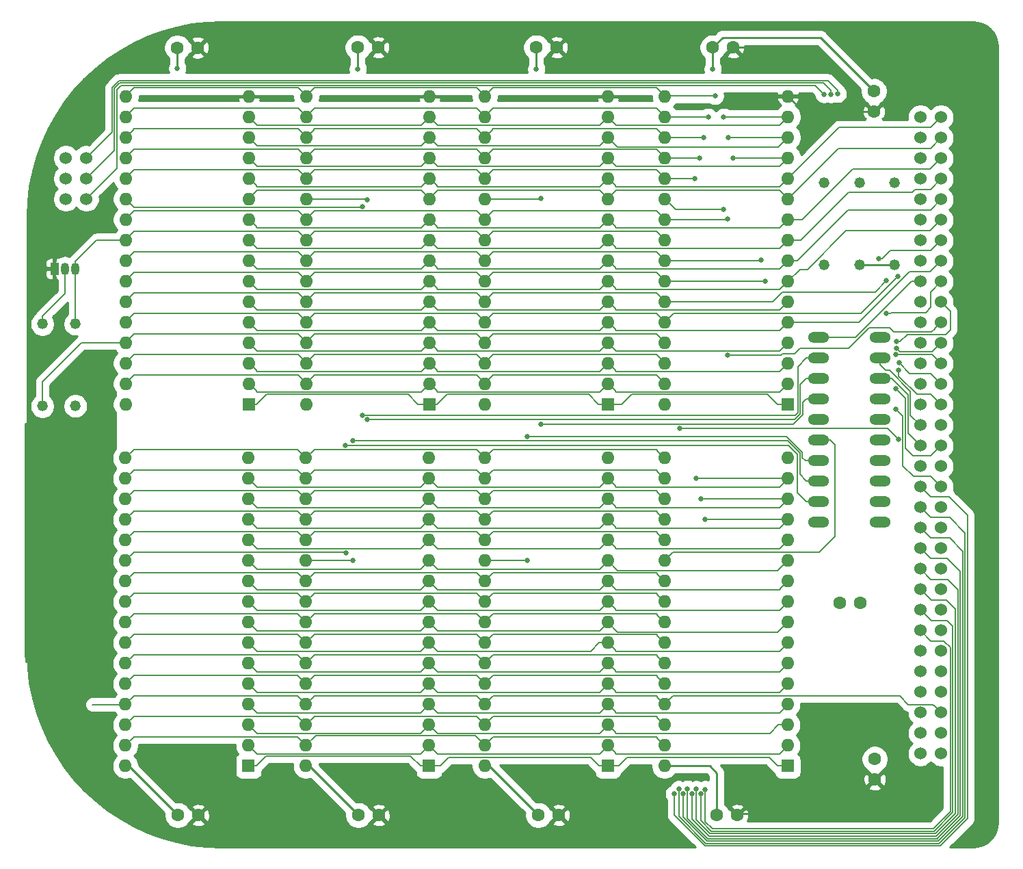
<source format=gbr>
G04 #@! TF.GenerationSoftware,KiCad,Pcbnew,(5.1.5-0-10_14)*
G04 #@! TF.CreationDate,2020-04-29T23:23:07+01:00*
G04 #@! TF.ProjectId,roscram01,726f7363-7261-46d3-9031-2e6b69636164,rev?*
G04 #@! TF.SameCoordinates,Original*
G04 #@! TF.FileFunction,Copper,L1,Top*
G04 #@! TF.FilePolarity,Positive*
%FSLAX46Y46*%
G04 Gerber Fmt 4.6, Leading zero omitted, Abs format (unit mm)*
G04 Created by KiCad (PCBNEW (5.1.5-0-10_14)) date 2020-04-29 23:23:07*
%MOMM*%
%LPD*%
G04 APERTURE LIST*
%ADD10C,1.524000*%
%ADD11O,2.641600X1.320800*%
%ADD12O,1.600000X1.600000*%
%ADD13R,1.600000X1.600000*%
%ADD14C,1.600200*%
%ADD15C,1.320800*%
%ADD16R,1.050000X1.500000*%
%ADD17O,1.050000X1.500000*%
%ADD18C,0.635000*%
%ADD19C,0.254000*%
%ADD20C,0.152400*%
G04 APERTURE END LIST*
D10*
X90238000Y-54842000D03*
X87698000Y-54842000D03*
X90238000Y-52302000D03*
X87698000Y-52302000D03*
X90238000Y-49762000D03*
X87698000Y-49762000D03*
D11*
X188480700Y-94843600D03*
X188480700Y-92303600D03*
X188480700Y-89763600D03*
X188480700Y-87223600D03*
X188480700Y-84683600D03*
X188480700Y-82143600D03*
X188480700Y-79603600D03*
X188480700Y-77063600D03*
X188480700Y-74523600D03*
X188480700Y-71983600D03*
X180860700Y-71983600D03*
X180860700Y-74523600D03*
X180860700Y-77063600D03*
X180860700Y-79603600D03*
X180860700Y-82143600D03*
X180860700Y-84683600D03*
X180860700Y-87223600D03*
X180860700Y-89763600D03*
X180860700Y-92303600D03*
X180860700Y-94843600D03*
D12*
X161874200Y-80238600D03*
X177114200Y-42138600D03*
X161874200Y-77698600D03*
X177114200Y-44678600D03*
X161874200Y-75158600D03*
X177114200Y-47218600D03*
X161874200Y-72618600D03*
X177114200Y-49758600D03*
X161874200Y-70078600D03*
X177114200Y-52298600D03*
X161874200Y-67538600D03*
X177114200Y-54838600D03*
X161874200Y-64998600D03*
X177114200Y-57378600D03*
X161874200Y-62458600D03*
X177114200Y-59918600D03*
X161874200Y-59918600D03*
X177114200Y-62458600D03*
X161874200Y-57378600D03*
X177114200Y-64998600D03*
X161874200Y-54838600D03*
X177114200Y-67538600D03*
X161874200Y-52298600D03*
X177114200Y-70078600D03*
X161874200Y-49758600D03*
X177114200Y-72618600D03*
X161874200Y-47218600D03*
X177114200Y-75158600D03*
X161874200Y-44678600D03*
X177114200Y-77698600D03*
X161874200Y-42138600D03*
D13*
X177114200Y-80238600D03*
D14*
X187845700Y-126695200D03*
X187845700Y-124155200D03*
X187744100Y-44056300D03*
X187744100Y-41516300D03*
D12*
X95072200Y-125006100D03*
X110312200Y-86906100D03*
X95072200Y-122466100D03*
X110312200Y-89446100D03*
X95072200Y-119926100D03*
X110312200Y-91986100D03*
X95072200Y-117386100D03*
X110312200Y-94526100D03*
X95072200Y-114846100D03*
X110312200Y-97066100D03*
X95072200Y-112306100D03*
X110312200Y-99606100D03*
X95072200Y-109766100D03*
X110312200Y-102146100D03*
X95072200Y-107226100D03*
X110312200Y-104686100D03*
X95072200Y-104686100D03*
X110312200Y-107226100D03*
X95072200Y-102146100D03*
X110312200Y-109766100D03*
X95072200Y-99606100D03*
X110312200Y-112306100D03*
X95072200Y-97066100D03*
X110312200Y-114846100D03*
X95072200Y-94526100D03*
X110312200Y-117386100D03*
X95072200Y-91986100D03*
X110312200Y-119926100D03*
X95072200Y-89446100D03*
X110312200Y-122466100D03*
X95072200Y-86906100D03*
D13*
X110312200Y-125006100D03*
D14*
X168287700Y-131102100D03*
X170827700Y-131102100D03*
D12*
X95135700Y-80238600D03*
X110375700Y-42138600D03*
X95135700Y-77698600D03*
X110375700Y-44678600D03*
X95135700Y-75158600D03*
X110375700Y-47218600D03*
X95135700Y-72618600D03*
X110375700Y-49758600D03*
X95135700Y-70078600D03*
X110375700Y-52298600D03*
X95135700Y-67538600D03*
X110375700Y-54838600D03*
X95135700Y-64998600D03*
X110375700Y-57378600D03*
X95135700Y-62458600D03*
X110375700Y-59918600D03*
X95135700Y-59918600D03*
X110375700Y-62458600D03*
X95135700Y-57378600D03*
X110375700Y-64998600D03*
X95135700Y-54838600D03*
X110375700Y-67538600D03*
X95135700Y-52298600D03*
X110375700Y-70078600D03*
X95135700Y-49758600D03*
X110375700Y-72618600D03*
X95135700Y-47218600D03*
X110375700Y-75158600D03*
X95135700Y-44678600D03*
X110375700Y-77698600D03*
X95135700Y-42138600D03*
D13*
X110375700Y-80238600D03*
D12*
X117424200Y-125006100D03*
X132664200Y-86906100D03*
X117424200Y-122466100D03*
X132664200Y-89446100D03*
X117424200Y-119926100D03*
X132664200Y-91986100D03*
X117424200Y-117386100D03*
X132664200Y-94526100D03*
X117424200Y-114846100D03*
X132664200Y-97066100D03*
X117424200Y-112306100D03*
X132664200Y-99606100D03*
X117424200Y-109766100D03*
X132664200Y-102146100D03*
X117424200Y-107226100D03*
X132664200Y-104686100D03*
X117424200Y-104686100D03*
X132664200Y-107226100D03*
X117424200Y-102146100D03*
X132664200Y-109766100D03*
X117424200Y-99606100D03*
X132664200Y-112306100D03*
X117424200Y-97066100D03*
X132664200Y-114846100D03*
X117424200Y-94526100D03*
X132664200Y-117386100D03*
X117424200Y-91986100D03*
X132664200Y-119926100D03*
X117424200Y-89446100D03*
X132664200Y-122466100D03*
X117424200Y-86906100D03*
D13*
X132664200Y-125006100D03*
D12*
X117487700Y-80238600D03*
X132727700Y-42138600D03*
X117487700Y-77698600D03*
X132727700Y-44678600D03*
X117487700Y-75158600D03*
X132727700Y-47218600D03*
X117487700Y-72618600D03*
X132727700Y-49758600D03*
X117487700Y-70078600D03*
X132727700Y-52298600D03*
X117487700Y-67538600D03*
X132727700Y-54838600D03*
X117487700Y-64998600D03*
X132727700Y-57378600D03*
X117487700Y-62458600D03*
X132727700Y-59918600D03*
X117487700Y-59918600D03*
X132727700Y-62458600D03*
X117487700Y-57378600D03*
X132727700Y-64998600D03*
X117487700Y-54838600D03*
X132727700Y-67538600D03*
X117487700Y-52298600D03*
X132727700Y-70078600D03*
X117487700Y-49758600D03*
X132727700Y-72618600D03*
X117487700Y-47218600D03*
X132727700Y-75158600D03*
X117487700Y-44678600D03*
X132727700Y-77698600D03*
X117487700Y-42138600D03*
D13*
X132727700Y-80238600D03*
D12*
X139585700Y-125006100D03*
X154825700Y-86906100D03*
X139585700Y-122466100D03*
X154825700Y-89446100D03*
X139585700Y-119926100D03*
X154825700Y-91986100D03*
X139585700Y-117386100D03*
X154825700Y-94526100D03*
X139585700Y-114846100D03*
X154825700Y-97066100D03*
X139585700Y-112306100D03*
X154825700Y-99606100D03*
X139585700Y-109766100D03*
X154825700Y-102146100D03*
X139585700Y-107226100D03*
X154825700Y-104686100D03*
X139585700Y-104686100D03*
X154825700Y-107226100D03*
X139585700Y-102146100D03*
X154825700Y-109766100D03*
X139585700Y-99606100D03*
X154825700Y-112306100D03*
X139585700Y-97066100D03*
X154825700Y-114846100D03*
X139585700Y-94526100D03*
X154825700Y-117386100D03*
X139585700Y-91986100D03*
X154825700Y-119926100D03*
X139585700Y-89446100D03*
X154825700Y-122466100D03*
X139585700Y-86906100D03*
D13*
X154825700Y-125006100D03*
D12*
X139585700Y-80238600D03*
X154825700Y-42138600D03*
X139585700Y-77698600D03*
X154825700Y-44678600D03*
X139585700Y-75158600D03*
X154825700Y-47218600D03*
X139585700Y-72618600D03*
X154825700Y-49758600D03*
X139585700Y-70078600D03*
X154825700Y-52298600D03*
X139585700Y-67538600D03*
X154825700Y-54838600D03*
X139585700Y-64998600D03*
X154825700Y-57378600D03*
X139585700Y-62458600D03*
X154825700Y-59918600D03*
X139585700Y-59918600D03*
X154825700Y-62458600D03*
X139585700Y-57378600D03*
X154825700Y-64998600D03*
X139585700Y-54838600D03*
X154825700Y-67538600D03*
X139585700Y-52298600D03*
X154825700Y-70078600D03*
X139585700Y-49758600D03*
X154825700Y-72618600D03*
X139585700Y-47218600D03*
X154825700Y-75158600D03*
X139585700Y-44678600D03*
X154825700Y-77698600D03*
X139585700Y-42138600D03*
D13*
X154825700Y-80238600D03*
D12*
X161810700Y-125006100D03*
X177050700Y-86906100D03*
X161810700Y-122466100D03*
X177050700Y-89446100D03*
X161810700Y-119926100D03*
X177050700Y-91986100D03*
X161810700Y-117386100D03*
X177050700Y-94526100D03*
X161810700Y-114846100D03*
X177050700Y-97066100D03*
X161810700Y-112306100D03*
X177050700Y-99606100D03*
X161810700Y-109766100D03*
X177050700Y-102146100D03*
X161810700Y-107226100D03*
X177050700Y-104686100D03*
X161810700Y-104686100D03*
X177050700Y-107226100D03*
X161810700Y-102146100D03*
X177050700Y-109766100D03*
X161810700Y-99606100D03*
X177050700Y-112306100D03*
X161810700Y-97066100D03*
X177050700Y-114846100D03*
X161810700Y-94526100D03*
X177050700Y-117386100D03*
X161810700Y-91986100D03*
X177050700Y-119926100D03*
X161810700Y-89446100D03*
X177050700Y-122466100D03*
X161810700Y-86906100D03*
D13*
X177050700Y-125006100D03*
D15*
X190322200Y-52870100D03*
X190322200Y-63030100D03*
X185940700Y-52870100D03*
X185940700Y-63030100D03*
X181559200Y-52870100D03*
X181559200Y-63030100D03*
X84785200Y-70319900D03*
X84785200Y-80479900D03*
X88861900Y-70307200D03*
X88861900Y-80467200D03*
D16*
X86309200Y-63487300D03*
D17*
X88849200Y-63487300D03*
X87579200Y-63487300D03*
D10*
X196037200Y-123482100D03*
X193497200Y-123482100D03*
X196037200Y-120942100D03*
X193497200Y-120942100D03*
X193497200Y-44742100D03*
X196037200Y-44742100D03*
X193497200Y-47282100D03*
X196037200Y-47282100D03*
X193497200Y-49822100D03*
X196037200Y-49822100D03*
X193497200Y-52362100D03*
X196037200Y-52362100D03*
X193497200Y-54902100D03*
X196037200Y-54902100D03*
X193497200Y-57442100D03*
X196037200Y-57442100D03*
X193497200Y-59982100D03*
X196037200Y-59982100D03*
X193497200Y-62522100D03*
X196037200Y-62522100D03*
X193497200Y-65062100D03*
X196037200Y-65062100D03*
X193497200Y-67602100D03*
X196037200Y-67602100D03*
X193497200Y-70142100D03*
X196037200Y-70142100D03*
X193497200Y-72682100D03*
X196037200Y-72682100D03*
X193497200Y-75222100D03*
X196037200Y-75222100D03*
X193497200Y-77762100D03*
X196037200Y-77762100D03*
X193497200Y-80302100D03*
X196037200Y-80302100D03*
X193497200Y-82842100D03*
X196037200Y-82842100D03*
X193497200Y-85382100D03*
X196037200Y-85382100D03*
X193497200Y-87922100D03*
X196037200Y-87922100D03*
X193497200Y-90462100D03*
X196037200Y-90462100D03*
X193497200Y-93002100D03*
X196037200Y-93002100D03*
X193497200Y-95542100D03*
X196037200Y-95542100D03*
X193497200Y-98082100D03*
X196037200Y-98082100D03*
X193497200Y-100622100D03*
X196037200Y-100622100D03*
X193497200Y-103162100D03*
X196037200Y-103162100D03*
X193497200Y-105702100D03*
X196037200Y-105702100D03*
X193497200Y-108242100D03*
X196037200Y-108242100D03*
X193497200Y-110782100D03*
X196037200Y-110782100D03*
X193497200Y-113322100D03*
X196037200Y-113322100D03*
X193497200Y-115862100D03*
X196037200Y-115862100D03*
X193497200Y-118402100D03*
X196037200Y-118402100D03*
D14*
X183527700Y-104813100D03*
X186067700Y-104813100D03*
X101549200Y-131102100D03*
X104089200Y-131102100D03*
X101485700Y-36131500D03*
X104025700Y-36131500D03*
X123901200Y-131102100D03*
X126441200Y-131102100D03*
X123837700Y-36106100D03*
X126377700Y-36106100D03*
X146189700Y-131102100D03*
X148729700Y-131102100D03*
X145935700Y-36106100D03*
X148475700Y-36106100D03*
X167779700Y-36106100D03*
X170319700Y-36106100D03*
D18*
X123837700Y-38773100D03*
X101485700Y-38709600D03*
X167779700Y-38773100D03*
X145935700Y-38773100D03*
X183273700Y-41859200D03*
X182397400Y-41897300D03*
X181559200Y-41897300D03*
X169113200Y-56159400D03*
X144780000Y-99606100D03*
X144780000Y-84239199D03*
X146532600Y-54825900D03*
X146545300Y-82713171D03*
X123190000Y-99593400D03*
X123190000Y-84785299D03*
X124993400Y-54940200D03*
X124990982Y-82167071D03*
X122351800Y-98640801D03*
X122339100Y-85331399D03*
X124434600Y-55803899D03*
X124447300Y-81597500D03*
X169151300Y-44691300D03*
X169748200Y-47231300D03*
X168080143Y-42112958D03*
X170307000Y-49796700D03*
X188328300Y-62230000D03*
X189306200Y-64973200D03*
X189306200Y-68973700D03*
X174320200Y-64998600D03*
X190513897Y-72520809D03*
X169659300Y-57365900D03*
X169659300Y-74193301D03*
X173774100Y-62395100D03*
X190513897Y-73308212D03*
X190461900Y-74104500D03*
X190742498Y-64453698D03*
X190842880Y-75120500D03*
X190817500Y-76034900D03*
X163728400Y-83259271D03*
X190790902Y-84618902D03*
X190451596Y-78333600D03*
X190482148Y-80843048D03*
X163017200Y-128447800D03*
X163573977Y-127891023D03*
X164120077Y-128473200D03*
X164666177Y-127852779D03*
X165212277Y-128473200D03*
X165747700Y-89408000D03*
X165758377Y-127895564D03*
X166293800Y-91973400D03*
X166304477Y-128473200D03*
X166839900Y-94500700D03*
X166850577Y-127898482D03*
X165582600Y-52298600D03*
X166128700Y-49758600D03*
X166674801Y-47231300D03*
X167220901Y-44691300D03*
D19*
X162191700Y-125006100D02*
X161810700Y-125006100D01*
X140093700Y-125006100D02*
X139585700Y-125006100D01*
X146189700Y-131102100D02*
X140093700Y-125006100D01*
X117805200Y-125006100D02*
X117424200Y-125006100D01*
X123901200Y-131102100D02*
X117805200Y-125006100D01*
X95453200Y-125006100D02*
X95072200Y-125006100D01*
X101549200Y-131102100D02*
X95453200Y-125006100D01*
X123837700Y-36106100D02*
X123837700Y-38773100D01*
X167779700Y-36106100D02*
X167779700Y-38773100D01*
X145935700Y-38773100D02*
X145935700Y-36106100D01*
X101485700Y-38260588D02*
X101485700Y-36131500D01*
X101485700Y-38709600D02*
X101485700Y-38260588D01*
X168287700Y-129970588D02*
X168300400Y-129957888D01*
X168287700Y-131102100D02*
X168287700Y-129970588D01*
X168300400Y-129957888D02*
X168300400Y-125869700D01*
X167436800Y-125006100D02*
X161810700Y-125006100D01*
X168300400Y-125869700D02*
X167436800Y-125006100D01*
X167779700Y-36106100D02*
X169011600Y-34874200D01*
X181102000Y-34874200D02*
X187744100Y-41516300D01*
X169011600Y-34874200D02*
X181102000Y-34874200D01*
X183680100Y-130860800D02*
X187845700Y-126695200D01*
X171069000Y-130860800D02*
X183680100Y-130860800D01*
X170827700Y-131102100D02*
X171069000Y-130860800D01*
X179793900Y-36106100D02*
X170319700Y-36106100D01*
X187744100Y-44056300D02*
X179793900Y-36106100D01*
X179031900Y-44056300D02*
X187744100Y-44056300D01*
X177114200Y-42138600D02*
X179031900Y-44056300D01*
X186874646Y-63030100D02*
X190322200Y-63030100D01*
X185940700Y-63030100D02*
X186874646Y-63030100D01*
D20*
X93390381Y-41058877D02*
X93390380Y-46609620D01*
X182059082Y-40195570D02*
X94253688Y-40195570D01*
X183273700Y-41410188D02*
X182059082Y-40195570D01*
X93390380Y-46609620D02*
X90238000Y-49762000D01*
X94253688Y-40195570D02*
X93390381Y-41058877D01*
X183273700Y-41859200D02*
X183273700Y-41410188D01*
X93695190Y-48844810D02*
X90238000Y-52302000D01*
X93695190Y-41185134D02*
X93695190Y-48844810D01*
X182397400Y-41397400D02*
X181500380Y-40500380D01*
X94379944Y-40500380D02*
X93695190Y-41185134D01*
X181500380Y-40500380D02*
X94379944Y-40500380D01*
X182397400Y-41897300D02*
X182397400Y-41397400D01*
X94000000Y-51080000D02*
X90238000Y-54842000D01*
X94506201Y-40805189D02*
X94000000Y-41311390D01*
X94000000Y-41311390D02*
X94000000Y-51080000D01*
X180467090Y-40805190D02*
X94506201Y-40805189D01*
X181559200Y-41897300D02*
X180467090Y-40805190D01*
X192735201Y-84620101D02*
X193497200Y-85382100D01*
X191947790Y-79057490D02*
X191947790Y-83832690D01*
X189953900Y-77063600D02*
X191947790Y-79057490D01*
X191947790Y-83832690D02*
X192735201Y-84620101D01*
X188480700Y-77063600D02*
X189953900Y-77063600D01*
X188480700Y-74523600D02*
X189141100Y-74523600D01*
X188480700Y-75336400D02*
X188480700Y-74523600D01*
X189217300Y-76073000D02*
X188480700Y-75336400D01*
X193497200Y-82842100D02*
X192252600Y-81597500D01*
X192252599Y-78651099D02*
X189674500Y-76073000D01*
X192252600Y-81597500D02*
X192252599Y-78651099D01*
X189674500Y-76073000D02*
X189217300Y-76073000D01*
X182333900Y-71983600D02*
X180860700Y-71983600D01*
X185498070Y-71983600D02*
X182333900Y-71983600D01*
X192419570Y-65062100D02*
X185498070Y-71983600D01*
X193497200Y-65062100D02*
X192419570Y-65062100D01*
X182333900Y-84683600D02*
X180860700Y-84683600D01*
X180936801Y-98577499D02*
X182892700Y-96621600D01*
X182892700Y-96621600D02*
X182892700Y-85242400D01*
X182892700Y-85242400D02*
X182333900Y-84683600D01*
X162839301Y-98577499D02*
X180936801Y-98577499D01*
X161810700Y-99606100D02*
X162839301Y-98577499D01*
X162902801Y-55867201D02*
X161874200Y-54838600D01*
X163195000Y-56159400D02*
X162902801Y-55867201D01*
X163195000Y-56159400D02*
X169113200Y-56159400D01*
X139585700Y-99606100D02*
X144780000Y-99606100D01*
X179247820Y-87223600D02*
X180860700Y-87223600D01*
X178866820Y-86842600D02*
X179247820Y-87223600D01*
X178866820Y-86158288D02*
X178866820Y-86842600D01*
X176947731Y-84239199D02*
X178866820Y-86158288D01*
X144780000Y-84239199D02*
X176947731Y-84239199D01*
X146519900Y-54838600D02*
X146532600Y-54825900D01*
X139585700Y-54838600D02*
X146519900Y-54838600D01*
X146545300Y-82713171D02*
X177787761Y-82713171D01*
X177787761Y-82713171D02*
X178943020Y-81557912D01*
X179387500Y-79603600D02*
X180860700Y-79603600D01*
X178943020Y-80048080D02*
X179387500Y-79603600D01*
X178943020Y-81557912D02*
X178943020Y-80048080D01*
X123177300Y-99606100D02*
X123190000Y-99593400D01*
X117424200Y-99606100D02*
X123177300Y-99606100D01*
X177062765Y-84785299D02*
X178562010Y-86284544D01*
X123190000Y-84785299D02*
X177062765Y-84785299D01*
X178562010Y-88938110D02*
X179387500Y-89763600D01*
X179387500Y-89763600D02*
X180860700Y-89763600D01*
X178562010Y-86284544D02*
X178562010Y-88938110D01*
X124891800Y-54838600D02*
X124993400Y-54940200D01*
X117487700Y-54838600D02*
X124891800Y-54838600D01*
X124990982Y-82167071D02*
X177902795Y-82167071D01*
X178638210Y-77812890D02*
X179387500Y-77063600D01*
X179387500Y-77063600D02*
X180860700Y-77063600D01*
X178638210Y-81431656D02*
X178638210Y-77812890D01*
X177902795Y-82167071D02*
X178638210Y-81431656D01*
X122288498Y-98577499D02*
X122351800Y-98640801D01*
X96100801Y-98577499D02*
X122288498Y-98577499D01*
X95072200Y-99606100D02*
X96100801Y-98577499D01*
X176998329Y-85331399D02*
X176998428Y-85331300D01*
X122339100Y-85331399D02*
X176998329Y-85331399D01*
X176998428Y-85331300D02*
X177177700Y-85331300D01*
X177177700Y-85331300D02*
X178257200Y-86410800D01*
X178257200Y-91173300D02*
X179387500Y-92303600D01*
X179387500Y-92303600D02*
X180860700Y-92303600D01*
X178257200Y-86410800D02*
X178257200Y-91173300D01*
X124371298Y-55867201D02*
X124434600Y-55803899D01*
X96164301Y-55867201D02*
X124371298Y-55867201D01*
X95135700Y-54838600D02*
X96164301Y-55867201D01*
X178333400Y-75577700D02*
X179387500Y-74523600D01*
X178333400Y-81305400D02*
X178333400Y-75577700D01*
X179387500Y-74523600D02*
X180860700Y-74523600D01*
X178041300Y-81597500D02*
X178333400Y-81305400D01*
X124447300Y-81597500D02*
X178041300Y-81597500D01*
X131927701Y-45478599D02*
X132727700Y-44678600D01*
X131699099Y-45707201D02*
X131927701Y-45478599D01*
X111404301Y-45707201D02*
X131699099Y-45707201D01*
X110375700Y-44678600D02*
X111404301Y-45707201D01*
X154025701Y-45478599D02*
X154825700Y-44678600D01*
X133756301Y-45707201D02*
X153797099Y-45707201D01*
X153797099Y-45707201D02*
X154025701Y-45478599D01*
X132727700Y-44678600D02*
X133756301Y-45707201D01*
X176314201Y-45478599D02*
X177114200Y-44678600D01*
X176085599Y-45707201D02*
X176314201Y-45478599D01*
X155854301Y-45707201D02*
X176085599Y-45707201D01*
X154825700Y-44678600D02*
X155854301Y-45707201D01*
X177101500Y-44691300D02*
X177114200Y-44678600D01*
X169151300Y-44691300D02*
X177101500Y-44691300D01*
X131699099Y-48247201D02*
X131927701Y-48018599D01*
X111404301Y-48247201D02*
X131699099Y-48247201D01*
X131927701Y-48018599D02*
X132727700Y-47218600D01*
X110375700Y-47218600D02*
X111404301Y-48247201D01*
X153797099Y-48247201D02*
X154025701Y-48018599D01*
X154025701Y-48018599D02*
X154825700Y-47218600D01*
X133756301Y-48247201D02*
X153797099Y-48247201D01*
X132727700Y-47218600D02*
X133756301Y-48247201D01*
X176314201Y-48018599D02*
X177114200Y-47218600D01*
X175907611Y-48425189D02*
X176314201Y-48018599D01*
X156032289Y-48425189D02*
X175907611Y-48425189D01*
X154825700Y-47218600D02*
X156032289Y-48425189D01*
X177101500Y-47231300D02*
X177114200Y-47218600D01*
X169748200Y-47231300D02*
X177101500Y-47231300D01*
X116687701Y-41338601D02*
X117487700Y-42138600D01*
X116459099Y-41109999D02*
X116687701Y-41338601D01*
X96164301Y-41109999D02*
X116459099Y-41109999D01*
X95135700Y-42138600D02*
X96164301Y-41109999D01*
X138557099Y-41109999D02*
X138785701Y-41338601D01*
X118516301Y-41109999D02*
X138557099Y-41109999D01*
X138785701Y-41338601D02*
X139585700Y-42138600D01*
X117487700Y-42138600D02*
X118516301Y-41109999D01*
X161074201Y-41338601D02*
X161874200Y-42138600D01*
X140614301Y-41109999D02*
X160845599Y-41109999D01*
X160845599Y-41109999D02*
X161074201Y-41338601D01*
X139585700Y-42138600D02*
X140614301Y-41109999D01*
X161899842Y-42112958D02*
X161874200Y-42138600D01*
X168080143Y-42112958D02*
X161899842Y-42112958D01*
X131927701Y-50558599D02*
X132727700Y-49758600D01*
X131699099Y-50787201D02*
X131927701Y-50558599D01*
X111404301Y-50787201D02*
X131699099Y-50787201D01*
X110375700Y-49758600D02*
X111404301Y-50787201D01*
X154025701Y-50558599D02*
X154825700Y-49758600D01*
X153797099Y-50787201D02*
X154025701Y-50558599D01*
X133756301Y-50787201D02*
X153797099Y-50787201D01*
X132727700Y-49758600D02*
X133756301Y-50787201D01*
X176085599Y-50787201D02*
X176314201Y-50558599D01*
X176314201Y-50558599D02*
X177114200Y-49758600D01*
X155854301Y-50787201D02*
X176085599Y-50787201D01*
X154825700Y-49758600D02*
X155854301Y-50787201D01*
X177076100Y-49796700D02*
X177114200Y-49758600D01*
X170307000Y-49796700D02*
X177076100Y-49796700D01*
X155625699Y-53098599D02*
X154825700Y-52298600D01*
X155854301Y-53327201D02*
X155625699Y-53098599D01*
X176085599Y-53327201D02*
X155854301Y-53327201D01*
X177114200Y-52298600D02*
X176085599Y-53327201D01*
X133756301Y-53327201D02*
X133527699Y-53098599D01*
X133527699Y-53098599D02*
X132727700Y-52298600D01*
X153797099Y-53327201D02*
X133756301Y-53327201D01*
X154825700Y-52298600D02*
X153797099Y-53327201D01*
X111175699Y-53098599D02*
X110375700Y-52298600D01*
X131699099Y-53327201D02*
X111404301Y-53327201D01*
X111404301Y-53327201D02*
X111175699Y-53098599D01*
X132727700Y-52298600D02*
X131699099Y-53327201D01*
X155854301Y-98094701D02*
X155625699Y-97866099D01*
X176022099Y-98094701D02*
X155854301Y-98094701D01*
X155625699Y-97866099D02*
X154825700Y-97066100D01*
X177050700Y-97066100D02*
X176022099Y-98094701D01*
X133464199Y-97866099D02*
X132664200Y-97066100D01*
X133692801Y-98094701D02*
X133464199Y-97866099D01*
X153797099Y-98094701D02*
X133692801Y-98094701D01*
X154825700Y-97066100D02*
X153797099Y-98094701D01*
X111112199Y-97866099D02*
X110312200Y-97066100D01*
X111340801Y-98094701D02*
X111112199Y-97866099D01*
X131635599Y-98094701D02*
X111340801Y-98094701D01*
X132664200Y-97066100D02*
X131635599Y-98094701D01*
X194805300Y-45974000D02*
X196037200Y-44742100D01*
X183438800Y-45974000D02*
X194805300Y-45974000D01*
X177114200Y-52298600D02*
X183438800Y-45974000D01*
X131699099Y-53809999D02*
X131927701Y-54038601D01*
X111404301Y-53809999D02*
X131699099Y-53809999D01*
X131927701Y-54038601D02*
X132727700Y-54838600D01*
X110375700Y-54838600D02*
X111404301Y-53809999D01*
X153797099Y-53809999D02*
X154025701Y-54038601D01*
X154025701Y-54038601D02*
X154825700Y-54838600D01*
X133756301Y-53809999D02*
X153797099Y-53809999D01*
X132727700Y-54838600D02*
X133756301Y-53809999D01*
X176314201Y-54038601D02*
X177114200Y-54838600D01*
X176085599Y-53809999D02*
X176314201Y-54038601D01*
X155854301Y-53809999D02*
X176085599Y-53809999D01*
X154825700Y-54838600D02*
X155854301Y-53809999D01*
X131635599Y-100634701D02*
X131864201Y-100406099D01*
X131864201Y-100406099D02*
X132664200Y-99606100D01*
X111340801Y-100634701D02*
X131635599Y-100634701D01*
X110312200Y-99606100D02*
X111340801Y-100634701D01*
X153797099Y-100634701D02*
X154025701Y-100406099D01*
X133692801Y-100634701D02*
X153797099Y-100634701D01*
X154025701Y-100406099D02*
X154825700Y-99606100D01*
X132664200Y-99606100D02*
X133692801Y-100634701D01*
X156032289Y-100812689D02*
X175844111Y-100812689D01*
X176250701Y-100406099D02*
X177050700Y-99606100D01*
X175844111Y-100812689D02*
X176250701Y-100406099D01*
X154825700Y-99606100D02*
X156032289Y-100812689D01*
X177114200Y-54838600D02*
X183375300Y-48577500D01*
X194741800Y-48577500D02*
X196037200Y-47282100D01*
X183375300Y-48577500D02*
X194741800Y-48577500D01*
X155625699Y-58178599D02*
X154825700Y-57378600D01*
X155854301Y-58407201D02*
X155625699Y-58178599D01*
X176085599Y-58407201D02*
X155854301Y-58407201D01*
X177114200Y-57378600D02*
X176085599Y-58407201D01*
X133527699Y-58178599D02*
X132727700Y-57378600D01*
X133756301Y-58407201D02*
X133527699Y-58178599D01*
X153797099Y-58407201D02*
X133756301Y-58407201D01*
X154825700Y-57378600D02*
X153797099Y-58407201D01*
X111175699Y-58178599D02*
X110375700Y-57378600D01*
X111404301Y-58407201D02*
X111175699Y-58178599D01*
X131699099Y-58407201D02*
X111404301Y-58407201D01*
X132727700Y-57378600D02*
X131699099Y-58407201D01*
X131864201Y-102946099D02*
X132664200Y-102146100D01*
X131635599Y-103174701D02*
X131864201Y-102946099D01*
X111340801Y-103174701D02*
X131635599Y-103174701D01*
X110312200Y-102146100D02*
X111340801Y-103174701D01*
X154025701Y-102946099D02*
X154825700Y-102146100D01*
X153797099Y-103174701D02*
X154025701Y-102946099D01*
X133692801Y-103174701D02*
X153797099Y-103174701D01*
X132664200Y-102146100D02*
X133692801Y-103174701D01*
X176250701Y-102946099D02*
X177050700Y-102146100D01*
X176022099Y-103174701D02*
X176250701Y-102946099D01*
X155854301Y-103174701D02*
X176022099Y-103174701D01*
X154825700Y-102146100D02*
X155854301Y-103174701D01*
X194703700Y-51155600D02*
X196037200Y-49822100D01*
X185115200Y-51155600D02*
X194703700Y-51155600D01*
X178892200Y-57378600D02*
X177114200Y-57378600D01*
X185115200Y-51155600D02*
X178892200Y-57378600D01*
X131927701Y-60718599D02*
X132727700Y-59918600D01*
X131699099Y-60947201D02*
X131927701Y-60718599D01*
X111404301Y-60947201D02*
X131699099Y-60947201D01*
X110375700Y-59918600D02*
X111404301Y-60947201D01*
X154025701Y-60718599D02*
X154825700Y-59918600D01*
X153797099Y-60947201D02*
X154025701Y-60718599D01*
X133756301Y-60947201D02*
X153797099Y-60947201D01*
X132727700Y-59918600D02*
X133756301Y-60947201D01*
X155854301Y-60947201D02*
X155625699Y-60718599D01*
X176085599Y-60947201D02*
X155854301Y-60947201D01*
X155625699Y-60718599D02*
X154825700Y-59918600D01*
X177114200Y-59918600D02*
X176085599Y-60947201D01*
X155854301Y-105714701D02*
X155625699Y-105486099D01*
X155625699Y-105486099D02*
X154825700Y-104686100D01*
X176022099Y-105714701D02*
X155854301Y-105714701D01*
X177050700Y-104686100D02*
X176022099Y-105714701D01*
X133692801Y-105714701D02*
X133464199Y-105486099D01*
X133464199Y-105486099D02*
X132664200Y-104686100D01*
X153797099Y-105714701D02*
X133692801Y-105714701D01*
X154825700Y-104686100D02*
X153797099Y-105714701D01*
X111340801Y-105714701D02*
X111112199Y-105486099D01*
X111112199Y-105486099D02*
X110312200Y-104686100D01*
X131635599Y-105714701D02*
X111340801Y-105714701D01*
X132664200Y-104686100D02*
X131635599Y-105714701D01*
X194754500Y-53644800D02*
X196037200Y-52362100D01*
X178701700Y-59918600D02*
X184632600Y-53987700D01*
X192824100Y-53644800D02*
X194754500Y-53644800D01*
X192481200Y-53987700D02*
X192824100Y-53644800D01*
X184632600Y-53987700D02*
X192481200Y-53987700D01*
X177114200Y-59918600D02*
X178701700Y-59918600D01*
X133756301Y-63487201D02*
X133527699Y-63258599D01*
X153797099Y-63487201D02*
X133756301Y-63487201D01*
X133527699Y-63258599D02*
X132727700Y-62458600D01*
X154825700Y-62458600D02*
X153797099Y-63487201D01*
X155625699Y-63258599D02*
X154825700Y-62458600D01*
X155854301Y-63487201D02*
X155625699Y-63258599D01*
X176085599Y-63487201D02*
X155854301Y-63487201D01*
X177114200Y-62458600D02*
X176085599Y-63487201D01*
X131635599Y-108254701D02*
X131864201Y-108026099D01*
X131864201Y-108026099D02*
X132664200Y-107226100D01*
X111340801Y-108254701D02*
X131635599Y-108254701D01*
X110312200Y-107226100D02*
X111340801Y-108254701D01*
X154025701Y-108026099D02*
X154825700Y-107226100D01*
X153797099Y-108254701D02*
X154025701Y-108026099D01*
X133692801Y-108254701D02*
X153797099Y-108254701D01*
X132664200Y-107226100D02*
X133692801Y-108254701D01*
X176250701Y-108026099D02*
X177050700Y-107226100D01*
X156032289Y-108432689D02*
X175844111Y-108432689D01*
X175844111Y-108432689D02*
X176250701Y-108026099D01*
X154825700Y-107226100D02*
X156032289Y-108432689D01*
X178245570Y-62458600D02*
X184519370Y-56184800D01*
X177114200Y-62458600D02*
X178245570Y-62458600D01*
X194754500Y-56184800D02*
X196037200Y-54902100D01*
X184519370Y-56184800D02*
X194754500Y-56184800D01*
X131927701Y-63258599D02*
X132727700Y-62458600D01*
X131699099Y-63487201D02*
X131927701Y-63258599D01*
X111404301Y-63487201D02*
X131699099Y-63487201D01*
X110375700Y-62458600D02*
X111404301Y-63487201D01*
X131927701Y-65798599D02*
X132727700Y-64998600D01*
X131699099Y-66027201D02*
X131927701Y-65798599D01*
X111404301Y-66027201D02*
X131699099Y-66027201D01*
X110375700Y-64998600D02*
X111404301Y-66027201D01*
X133527699Y-65798599D02*
X132727700Y-64998600D01*
X153797099Y-66027201D02*
X133756301Y-66027201D01*
X133756301Y-66027201D02*
X133527699Y-65798599D01*
X154825700Y-64998600D02*
X153797099Y-66027201D01*
X155625699Y-65798599D02*
X154825700Y-64998600D01*
X155854301Y-66027201D02*
X155625699Y-65798599D01*
X176085599Y-66027201D02*
X155854301Y-66027201D01*
X177114200Y-64998600D02*
X176085599Y-66027201D01*
X155625699Y-110566099D02*
X154825700Y-109766100D01*
X155854301Y-110794701D02*
X155625699Y-110566099D01*
X176022099Y-110794701D02*
X155854301Y-110794701D01*
X177050700Y-109766100D02*
X176022099Y-110794701D01*
X152665729Y-110794701D02*
X133692801Y-110794701D01*
X133464199Y-110566099D02*
X132664200Y-109766100D01*
X133692801Y-110794701D02*
X133464199Y-110566099D01*
X153694330Y-109766100D02*
X152665729Y-110794701D01*
X154825700Y-109766100D02*
X153694330Y-109766100D01*
X111340801Y-110794701D02*
X111112199Y-110566099D01*
X111112199Y-110566099D02*
X110312200Y-109766100D01*
X131635599Y-110794701D02*
X111340801Y-110794701D01*
X132664200Y-109766100D02*
X131635599Y-110794701D01*
X179501800Y-63550800D02*
X184302400Y-58750200D01*
X194729100Y-58750200D02*
X196037200Y-57442100D01*
X184302400Y-58750200D02*
X194729100Y-58750200D01*
X178562000Y-63550800D02*
X177114200Y-64998600D01*
X179501800Y-63550800D02*
X178562000Y-63550800D01*
X155854301Y-68567201D02*
X155625699Y-68338599D01*
X176085599Y-68567201D02*
X155854301Y-68567201D01*
X155625699Y-68338599D02*
X154825700Y-67538600D01*
X177114200Y-67538600D02*
X176085599Y-68567201D01*
X154025701Y-68338599D02*
X154825700Y-67538600D01*
X153797099Y-68567201D02*
X154025701Y-68338599D01*
X133756301Y-68567201D02*
X153797099Y-68567201D01*
X132727700Y-67538600D02*
X133756301Y-68567201D01*
X155625699Y-113106099D02*
X154825700Y-112306100D01*
X155854301Y-113334701D02*
X155625699Y-113106099D01*
X176022099Y-113334701D02*
X155854301Y-113334701D01*
X177050700Y-112306100D02*
X176022099Y-113334701D01*
X133464199Y-113106099D02*
X132664200Y-112306100D01*
X133692801Y-113334701D02*
X133464199Y-113106099D01*
X153797099Y-113334701D02*
X133692801Y-113334701D01*
X154825700Y-112306100D02*
X153797099Y-113334701D01*
X111112199Y-113106099D02*
X110312200Y-112306100D01*
X111340801Y-113334701D02*
X111112199Y-113106099D01*
X131635599Y-113334701D02*
X111340801Y-113334701D01*
X132664200Y-112306100D02*
X131635599Y-113334701D01*
X111404301Y-68567201D02*
X131699099Y-68567201D01*
X131927701Y-68338599D02*
X132727700Y-67538600D01*
X131699099Y-68567201D02*
X131927701Y-68338599D01*
X110375700Y-67538600D02*
X111404301Y-68567201D01*
X188777312Y-62230000D02*
X189755212Y-61252100D01*
X188328300Y-62230000D02*
X188777312Y-62230000D01*
X194767200Y-61252100D02*
X196037200Y-59982100D01*
X189755212Y-61252100D02*
X194767200Y-61252100D01*
X155625699Y-70878599D02*
X154825700Y-70078600D01*
X155854301Y-71107201D02*
X155625699Y-70878599D01*
X176085599Y-71107201D02*
X155854301Y-71107201D01*
X177114200Y-70078600D02*
X176085599Y-71107201D01*
X131927701Y-70878599D02*
X132727700Y-70078600D01*
X131699099Y-71107201D02*
X131927701Y-70878599D01*
X111404301Y-71107201D02*
X131699099Y-71107201D01*
X110375700Y-70078600D02*
X111404301Y-71107201D01*
X154025701Y-70878599D02*
X154825700Y-70078600D01*
X153797099Y-71107201D02*
X154025701Y-70878599D01*
X133756301Y-71107201D02*
X153797099Y-71107201D01*
X132727700Y-70078600D02*
X133756301Y-71107201D01*
X155625699Y-115646099D02*
X154825700Y-114846100D01*
X155854301Y-115874701D02*
X155625699Y-115646099D01*
X176022099Y-115874701D02*
X155854301Y-115874701D01*
X177050700Y-114846100D02*
X176022099Y-115874701D01*
X133464199Y-115646099D02*
X132664200Y-114846100D01*
X133692801Y-115874701D02*
X133464199Y-115646099D01*
X153797099Y-115874701D02*
X133692801Y-115874701D01*
X154825700Y-114846100D02*
X153797099Y-115874701D01*
X111340801Y-115874701D02*
X111112199Y-115646099D01*
X111112199Y-115646099D02*
X110312200Y-114846100D01*
X131635599Y-115874701D02*
X111340801Y-115874701D01*
X132664200Y-114846100D02*
X131635599Y-115874701D01*
X177114200Y-70078600D02*
X185889900Y-70078600D01*
X185889900Y-70078600D02*
X192138300Y-63830200D01*
X194729100Y-63830200D02*
X196037200Y-62522100D01*
X192138300Y-63830200D02*
X194729100Y-63830200D01*
X116687701Y-66738601D02*
X117487700Y-67538600D01*
X116459099Y-66509999D02*
X116687701Y-66738601D01*
X96164301Y-66509999D02*
X116459099Y-66509999D01*
X95135700Y-67538600D02*
X96164301Y-66509999D01*
X138557099Y-66509999D02*
X138785701Y-66738601D01*
X118516301Y-66509999D02*
X138557099Y-66509999D01*
X138785701Y-66738601D02*
X139585700Y-67538600D01*
X117487700Y-67538600D02*
X118516301Y-66509999D01*
X160845599Y-66509999D02*
X161074201Y-66738601D01*
X140614301Y-66509999D02*
X160845599Y-66509999D01*
X161074201Y-66738601D02*
X161874200Y-67538600D01*
X139585700Y-67538600D02*
X140614301Y-66509999D01*
X116624201Y-111506101D02*
X117424200Y-112306100D01*
X116395599Y-111277499D02*
X116624201Y-111506101D01*
X96100801Y-111277499D02*
X116395599Y-111277499D01*
X95072200Y-112306100D02*
X96100801Y-111277499D01*
X138785701Y-111506101D02*
X139585700Y-112306100D01*
X118452801Y-111277499D02*
X138557099Y-111277499D01*
X138557099Y-111277499D02*
X138785701Y-111506101D01*
X117424200Y-112306100D02*
X118452801Y-111277499D01*
X160782099Y-111277499D02*
X161010701Y-111506101D01*
X140614301Y-111277499D02*
X160782099Y-111277499D01*
X161010701Y-111506101D02*
X161810700Y-112306100D01*
X139585700Y-112306100D02*
X140614301Y-111277499D01*
X161874200Y-67538600D02*
X175247300Y-67538600D01*
X175247300Y-67538600D02*
X176415700Y-66370200D01*
X187909200Y-66370200D02*
X189306200Y-64973200D01*
X176415700Y-66370200D02*
X187909200Y-66370200D01*
X194754500Y-66344800D02*
X196037200Y-65062100D01*
X194754500Y-68287900D02*
X194754500Y-66344800D01*
X194157600Y-68884800D02*
X194754500Y-68287900D01*
X189755212Y-68973700D02*
X189844112Y-68884800D01*
X189844112Y-68884800D02*
X194157600Y-68884800D01*
X189306200Y-68973700D02*
X189755212Y-68973700D01*
X160845599Y-63969999D02*
X161074201Y-64198601D01*
X140614301Y-63969999D02*
X160845599Y-63969999D01*
X161074201Y-64198601D02*
X161874200Y-64998600D01*
X139585700Y-64998600D02*
X140614301Y-63969999D01*
X138785701Y-64198601D02*
X139585700Y-64998600D01*
X138557099Y-63969999D02*
X138785701Y-64198601D01*
X118516301Y-63969999D02*
X138557099Y-63969999D01*
X117487700Y-64998600D02*
X118516301Y-63969999D01*
X116687701Y-64198601D02*
X117487700Y-64998600D01*
X116459099Y-63969999D02*
X116687701Y-64198601D01*
X96164301Y-63969999D02*
X116459099Y-63969999D01*
X95135700Y-64998600D02*
X96164301Y-63969999D01*
X116624201Y-108966101D02*
X117424200Y-109766100D01*
X116395599Y-108737499D02*
X116624201Y-108966101D01*
X96100801Y-108737499D02*
X116395599Y-108737499D01*
X95072200Y-109766100D02*
X96100801Y-108737499D01*
X138557099Y-108737499D02*
X138785701Y-108966101D01*
X118452801Y-108737499D02*
X138557099Y-108737499D01*
X138785701Y-108966101D02*
X139585700Y-109766100D01*
X117424200Y-109766100D02*
X118452801Y-108737499D01*
X160782099Y-108737499D02*
X161010701Y-108966101D01*
X140614301Y-108737499D02*
X160782099Y-108737499D01*
X161010701Y-108966101D02*
X161810700Y-109766100D01*
X139585700Y-109766100D02*
X140614301Y-108737499D01*
X161874200Y-64998600D02*
X174320200Y-64998600D01*
X191868408Y-71615310D02*
X196634090Y-71615310D01*
X190962909Y-72520809D02*
X191868408Y-71615310D01*
X190513897Y-72520809D02*
X190962909Y-72520809D01*
X196634090Y-71615310D02*
X197218300Y-71031100D01*
X197218300Y-68783200D02*
X196037200Y-67602100D01*
X197218300Y-71031100D02*
X197218300Y-68783200D01*
X116459099Y-56349999D02*
X116687701Y-56578601D01*
X116687701Y-56578601D02*
X117487700Y-57378600D01*
X96164301Y-56349999D02*
X116459099Y-56349999D01*
X95135700Y-57378600D02*
X96164301Y-56349999D01*
X138785701Y-56578601D02*
X139585700Y-57378600D01*
X118516301Y-56349999D02*
X138557099Y-56349999D01*
X138557099Y-56349999D02*
X138785701Y-56578601D01*
X117487700Y-57378600D02*
X118516301Y-56349999D01*
X161074201Y-56578601D02*
X161874200Y-57378600D01*
X160845599Y-56349999D02*
X161074201Y-56578601D01*
X140614301Y-56349999D02*
X160845599Y-56349999D01*
X139585700Y-57378600D02*
X140614301Y-56349999D01*
X116624201Y-101346101D02*
X117424200Y-102146100D01*
X116395599Y-101117499D02*
X116624201Y-101346101D01*
X96100801Y-101117499D02*
X116395599Y-101117499D01*
X95072200Y-102146100D02*
X96100801Y-101117499D01*
X118452801Y-101117499D02*
X138557099Y-101117499D01*
X138785701Y-101346101D02*
X139585700Y-102146100D01*
X138557099Y-101117499D02*
X138785701Y-101346101D01*
X117424200Y-102146100D02*
X118452801Y-101117499D01*
X140614301Y-101117499D02*
X160782099Y-101117499D01*
X161010701Y-101346101D02*
X161810700Y-102146100D01*
X160782099Y-101117499D02*
X161010701Y-101346101D01*
X139585700Y-102146100D02*
X140614301Y-101117499D01*
X169646600Y-57378600D02*
X169659300Y-57365900D01*
X161874200Y-57378600D02*
X169646600Y-57378600D01*
X189712600Y-70789800D02*
X187122936Y-70789800D01*
X190233300Y-71310500D02*
X189712600Y-70789800D01*
X194881500Y-71310500D02*
X190233300Y-71310500D01*
X187122936Y-70789800D02*
X184608336Y-73304400D01*
X195275201Y-70904099D02*
X195275201Y-70916799D01*
X184608336Y-73304400D02*
X178638200Y-73304400D01*
X195275201Y-70916799D02*
X194881500Y-71310500D01*
X196037200Y-70142100D02*
X195275201Y-70904099D01*
X169659300Y-74193301D02*
X176193301Y-74193301D01*
X176193301Y-74193301D02*
X176386602Y-74000000D01*
X177942600Y-74000000D02*
X178638200Y-73304400D01*
X176386602Y-74000000D02*
X177942600Y-74000000D01*
X116459099Y-61429999D02*
X116687701Y-61658601D01*
X116687701Y-61658601D02*
X117487700Y-62458600D01*
X96164301Y-61429999D02*
X116459099Y-61429999D01*
X95135700Y-62458600D02*
X96164301Y-61429999D01*
X138785701Y-61658601D02*
X139585700Y-62458600D01*
X138557099Y-61429999D02*
X138785701Y-61658601D01*
X118516301Y-61429999D02*
X138557099Y-61429999D01*
X117487700Y-62458600D02*
X118516301Y-61429999D01*
X160845599Y-61429999D02*
X161074201Y-61658601D01*
X161074201Y-61658601D02*
X161874200Y-62458600D01*
X140614301Y-61429999D02*
X160845599Y-61429999D01*
X139585700Y-62458600D02*
X140614301Y-61429999D01*
X116624201Y-106426101D02*
X117424200Y-107226100D01*
X96100801Y-106197499D02*
X116395599Y-106197499D01*
X116395599Y-106197499D02*
X116624201Y-106426101D01*
X95072200Y-107226100D02*
X96100801Y-106197499D01*
X138785701Y-106426101D02*
X139585700Y-107226100D01*
X138557099Y-106197499D02*
X138785701Y-106426101D01*
X118452801Y-106197499D02*
X138557099Y-106197499D01*
X117424200Y-107226100D02*
X118452801Y-106197499D01*
X161010701Y-106426101D02*
X161810700Y-107226100D01*
X160782099Y-106197499D02*
X161010701Y-106426101D01*
X140614301Y-106197499D02*
X160782099Y-106197499D01*
X139585700Y-107226100D02*
X140614301Y-106197499D01*
X173710600Y-62458600D02*
X173774100Y-62395100D01*
X161874200Y-62458600D02*
X173710600Y-62458600D01*
X190513897Y-73369097D02*
X190931790Y-73786990D01*
X190513897Y-73308212D02*
X190513897Y-73369097D01*
X194932310Y-73786990D02*
X196037200Y-72682100D01*
X190931790Y-73786990D02*
X194932310Y-73786990D01*
X111404301Y-73647201D02*
X131699099Y-73647201D01*
X131927701Y-73418599D02*
X132727700Y-72618600D01*
X131699099Y-73647201D02*
X131927701Y-73418599D01*
X110375700Y-72618600D02*
X111404301Y-73647201D01*
X133756301Y-73647201D02*
X133527699Y-73418599D01*
X133527699Y-73418599D02*
X132727700Y-72618600D01*
X153797099Y-73647201D02*
X133756301Y-73647201D01*
X154825700Y-72618600D02*
X153797099Y-73647201D01*
X176085599Y-73647201D02*
X176314201Y-73418599D01*
X176314201Y-73418599D02*
X177114200Y-72618600D01*
X155854301Y-73647201D02*
X176085599Y-73647201D01*
X154825700Y-72618600D02*
X155854301Y-73647201D01*
X155625699Y-118186099D02*
X154825700Y-117386100D01*
X176022099Y-118414701D02*
X155854301Y-118414701D01*
X155854301Y-118414701D02*
X155625699Y-118186099D01*
X177050700Y-117386100D02*
X176022099Y-118414701D01*
X133464199Y-118186099D02*
X132664200Y-117386100D01*
X133692801Y-118414701D02*
X133464199Y-118186099D01*
X153797099Y-118414701D02*
X133692801Y-118414701D01*
X154825700Y-117386100D02*
X153797099Y-118414701D01*
X131864201Y-118186099D02*
X132664200Y-117386100D01*
X131635599Y-118414701D02*
X131864201Y-118186099D01*
X111340801Y-118414701D02*
X131635599Y-118414701D01*
X110312200Y-117386100D02*
X111340801Y-118414701D01*
X194906900Y-74091800D02*
X196037200Y-75222100D01*
X190461900Y-74104500D02*
X194906900Y-74091800D01*
X116687701Y-69278601D02*
X117487700Y-70078600D01*
X116459099Y-69049999D02*
X116687701Y-69278601D01*
X96164301Y-69049999D02*
X116459099Y-69049999D01*
X95135700Y-70078600D02*
X96164301Y-69049999D01*
X138785701Y-69278601D02*
X139585700Y-70078600D01*
X138557099Y-69049999D02*
X138785701Y-69278601D01*
X118516301Y-69049999D02*
X138557099Y-69049999D01*
X117487700Y-70078600D02*
X118516301Y-69049999D01*
X161074201Y-69278601D02*
X161874200Y-70078600D01*
X160845599Y-69049999D02*
X161074201Y-69278601D01*
X140614301Y-69049999D02*
X160845599Y-69049999D01*
X139585700Y-70078600D02*
X140614301Y-69049999D01*
X116624201Y-114046101D02*
X117424200Y-114846100D01*
X116395599Y-113817499D02*
X116624201Y-114046101D01*
X96100801Y-113817499D02*
X116395599Y-113817499D01*
X95072200Y-114846100D02*
X96100801Y-113817499D01*
X138785701Y-114046101D02*
X139585700Y-114846100D01*
X138557099Y-113817499D02*
X138785701Y-114046101D01*
X118452801Y-113817499D02*
X138557099Y-113817499D01*
X117424200Y-114846100D02*
X118452801Y-113817499D01*
X161010701Y-114046101D02*
X161810700Y-114846100D01*
X160782099Y-113817499D02*
X161010701Y-114046101D01*
X140614301Y-113817499D02*
X160782099Y-113817499D01*
X139585700Y-114846100D02*
X140614301Y-113817499D01*
X186146197Y-69049999D02*
X190742498Y-64453698D01*
X162902801Y-69049999D02*
X186146197Y-69049999D01*
X161874200Y-70078600D02*
X162902801Y-69049999D01*
X190842880Y-75120500D02*
X192189080Y-76466700D01*
X194741800Y-76466700D02*
X196037200Y-77762100D01*
X192189080Y-76466700D02*
X194741800Y-76466700D01*
X155625699Y-75958599D02*
X154825700Y-75158600D01*
X155854301Y-76187201D02*
X155625699Y-75958599D01*
X176085599Y-76187201D02*
X155854301Y-76187201D01*
X177114200Y-75158600D02*
X176085599Y-76187201D01*
X133756301Y-76187201D02*
X133527699Y-75958599D01*
X133527699Y-75958599D02*
X132727700Y-75158600D01*
X153797099Y-76187201D02*
X133756301Y-76187201D01*
X154825700Y-75158600D02*
X153797099Y-76187201D01*
X111404301Y-76187201D02*
X111175699Y-75958599D01*
X131699099Y-76187201D02*
X111404301Y-76187201D01*
X111175699Y-75958599D02*
X110375700Y-75158600D01*
X132727700Y-75158600D02*
X131699099Y-76187201D01*
X155625699Y-120726099D02*
X154825700Y-119926100D01*
X155854301Y-120954701D02*
X155625699Y-120726099D01*
X174890729Y-120954701D02*
X155854301Y-120954701D01*
X175919330Y-119926100D02*
X174890729Y-120954701D01*
X177050700Y-119926100D02*
X175919330Y-119926100D01*
X133464199Y-120726099D02*
X132664200Y-119926100D01*
X133692801Y-120954701D02*
X133464199Y-120726099D01*
X153797099Y-120954701D02*
X133692801Y-120954701D01*
X154825700Y-119926100D02*
X153797099Y-120954701D01*
X111340801Y-120954701D02*
X111112199Y-120726099D01*
X111112199Y-120726099D02*
X110312200Y-119926100D01*
X131635599Y-120954701D02*
X111340801Y-120954701D01*
X132664200Y-119926100D02*
X131635599Y-120954701D01*
X194741800Y-79006700D02*
X196037200Y-80302100D01*
X193039266Y-79006700D02*
X194741800Y-79006700D01*
X190817500Y-76784934D02*
X193039266Y-79006700D01*
X190817500Y-76034900D02*
X190817500Y-76784934D01*
X116687701Y-76898601D02*
X117487700Y-77698600D01*
X116459099Y-76669999D02*
X116687701Y-76898601D01*
X96164301Y-76669999D02*
X116459099Y-76669999D01*
X95135700Y-77698600D02*
X96164301Y-76669999D01*
X138785701Y-76898601D02*
X139585700Y-77698600D01*
X118516301Y-76669999D02*
X138557099Y-76669999D01*
X138557099Y-76669999D02*
X138785701Y-76898601D01*
X117487700Y-77698600D02*
X118516301Y-76669999D01*
X161074201Y-76898601D02*
X161874200Y-77698600D01*
X160845599Y-76669999D02*
X161074201Y-76898601D01*
X140614301Y-76669999D02*
X160845599Y-76669999D01*
X139585700Y-77698600D02*
X140614301Y-76669999D01*
X116624201Y-121666101D02*
X117424200Y-122466100D01*
X116395599Y-121437499D02*
X116624201Y-121666101D01*
X96100801Y-121437499D02*
X116395599Y-121437499D01*
X95072200Y-122466100D02*
X96100801Y-121437499D01*
X138785701Y-121666101D02*
X139585700Y-122466100D01*
X138379111Y-121259511D02*
X138785701Y-121666101D01*
X118630789Y-121259511D02*
X138379111Y-121259511D01*
X117424200Y-122466100D02*
X118630789Y-121259511D01*
X140614301Y-121437499D02*
X160782099Y-121437499D01*
X161010701Y-121666101D02*
X161810700Y-122466100D01*
X160782099Y-121437499D02*
X161010701Y-121666101D01*
X139585700Y-122466100D02*
X140614301Y-121437499D01*
X189431271Y-83259271D02*
X190790902Y-84618902D01*
X163728400Y-83259271D02*
X189431271Y-83259271D01*
X155854301Y-78727201D02*
X155625699Y-78498599D01*
X155625699Y-78498599D02*
X154825700Y-77698600D01*
X176085599Y-78727201D02*
X155854301Y-78727201D01*
X177114200Y-77698600D02*
X176085599Y-78727201D01*
X133527699Y-78498599D02*
X132727700Y-77698600D01*
X133756301Y-78727201D02*
X133527699Y-78498599D01*
X153797099Y-78727201D02*
X133756301Y-78727201D01*
X154825700Y-77698600D02*
X153797099Y-78727201D01*
X111175699Y-78498599D02*
X110375700Y-77698600D01*
X131699099Y-78727201D02*
X111404301Y-78727201D01*
X111404301Y-78727201D02*
X111175699Y-78498599D01*
X132727700Y-77698600D02*
X131699099Y-78727201D01*
X155625699Y-123266099D02*
X154825700Y-122466100D01*
X155854301Y-123494701D02*
X155625699Y-123266099D01*
X176022099Y-123494701D02*
X155854301Y-123494701D01*
X177050700Y-122466100D02*
X176022099Y-123494701D01*
X133464199Y-123266099D02*
X132664200Y-122466100D01*
X133692801Y-123494701D02*
X133464199Y-123266099D01*
X153797099Y-123494701D02*
X133692801Y-123494701D01*
X154825700Y-122466100D02*
X153797099Y-123494701D01*
X111340801Y-123494701D02*
X111112199Y-123266099D01*
X111112199Y-123266099D02*
X110312200Y-122466100D01*
X131635599Y-123494701D02*
X111340801Y-123494701D01*
X132664200Y-122466100D02*
X131635599Y-123494701D01*
X190451596Y-78333600D02*
X191642980Y-79524984D01*
X191642980Y-79524984D02*
X191642980Y-85724980D01*
X191642980Y-85724980D02*
X192544700Y-86626700D01*
X194792600Y-86626700D02*
X196037200Y-85382100D01*
X192544700Y-86626700D02*
X194792600Y-86626700D01*
X116459099Y-74129999D02*
X116687701Y-74358601D01*
X96164301Y-74129999D02*
X116459099Y-74129999D01*
X116687701Y-74358601D02*
X117487700Y-75158600D01*
X95135700Y-75158600D02*
X96164301Y-74129999D01*
X138785701Y-74358601D02*
X139585700Y-75158600D01*
X138557099Y-74129999D02*
X138785701Y-74358601D01*
X118516301Y-74129999D02*
X138557099Y-74129999D01*
X117487700Y-75158600D02*
X118516301Y-74129999D01*
X160845599Y-74129999D02*
X161874200Y-75158600D01*
X140614301Y-74129999D02*
X160845599Y-74129999D01*
X139585700Y-75158600D02*
X140614301Y-74129999D01*
X116395599Y-118897499D02*
X116624201Y-119126101D01*
X116624201Y-119126101D02*
X117424200Y-119926100D01*
X96100801Y-118897499D02*
X116395599Y-118897499D01*
X95072200Y-119926100D02*
X96100801Y-118897499D01*
X118452801Y-118897499D02*
X138557099Y-118897499D01*
X138785701Y-119126101D02*
X139585700Y-119926100D01*
X138557099Y-118897499D02*
X138785701Y-119126101D01*
X117424200Y-119926100D02*
X118452801Y-118897499D01*
X161010701Y-119126101D02*
X161810700Y-119926100D01*
X160782099Y-118897499D02*
X161010701Y-119126101D01*
X140614301Y-118897499D02*
X160782099Y-118897499D01*
X139585700Y-119926100D02*
X140614301Y-118897499D01*
X131267289Y-80238600D02*
X132727700Y-80238600D01*
X130060700Y-79032011D02*
X131267289Y-80238600D01*
X112534689Y-79032011D02*
X130060700Y-79032011D01*
X111328100Y-80238600D02*
X112534689Y-79032011D01*
X110375700Y-80238600D02*
X111328100Y-80238600D01*
X133680100Y-80238600D02*
X134886689Y-79032011D01*
X132727700Y-80238600D02*
X133680100Y-80238600D01*
X134886689Y-79032011D02*
X152412611Y-79032011D01*
X153619200Y-80238600D02*
X154825700Y-80238600D01*
X152412611Y-79032011D02*
X153619200Y-80238600D01*
X154825700Y-80238600D02*
X156540111Y-80238600D01*
X156540111Y-80238600D02*
X157746611Y-79032100D01*
X157746611Y-79032100D02*
X174574200Y-79032100D01*
X175780700Y-80238600D02*
X177114200Y-80238600D01*
X174574200Y-79032100D02*
X175780700Y-80238600D01*
X111264600Y-125006100D02*
X112471100Y-123799600D01*
X110312200Y-125006100D02*
X111264600Y-125006100D01*
X112471100Y-123799600D02*
X130378200Y-123799600D01*
X131584700Y-125006100D02*
X132664200Y-125006100D01*
X130378200Y-123799600D02*
X131584700Y-125006100D01*
X132664200Y-125006100D02*
X134061200Y-125006100D01*
X135089801Y-123977499D02*
X152654099Y-123977499D01*
X134061200Y-125006100D02*
X135089801Y-123977499D01*
X153682700Y-125006100D02*
X154825700Y-125006100D01*
X152654099Y-123977499D02*
X153682700Y-125006100D01*
X154825700Y-125006100D02*
X156159200Y-125006100D01*
X157187801Y-123977499D02*
X174752099Y-123977499D01*
X156159200Y-125006100D02*
X157187801Y-123977499D01*
X175780700Y-125006100D02*
X177050700Y-125006100D01*
X174752099Y-123977499D02*
X175780700Y-125006100D01*
X190482148Y-80843048D02*
X191338170Y-81699070D01*
X191338170Y-81699070D02*
X191338170Y-87871270D01*
X191338170Y-87871270D02*
X192633600Y-89166700D01*
X194741800Y-89166700D02*
X196037200Y-90462100D01*
X192633600Y-89166700D02*
X194741800Y-89166700D01*
X116624201Y-96266101D02*
X117424200Y-97066100D01*
X96100801Y-96037499D02*
X116395599Y-96037499D01*
X116395599Y-96037499D02*
X116624201Y-96266101D01*
X95072200Y-97066100D02*
X96100801Y-96037499D01*
X138557099Y-96037499D02*
X138785701Y-96266101D01*
X138785701Y-96266101D02*
X139585700Y-97066100D01*
X118452801Y-96037499D02*
X138557099Y-96037499D01*
X117424200Y-97066100D02*
X118452801Y-96037499D01*
X161010701Y-96266101D02*
X161810700Y-97066100D01*
X140614301Y-96037499D02*
X160782099Y-96037499D01*
X160782099Y-96037499D02*
X161010701Y-96266101D01*
X139585700Y-97066100D02*
X140614301Y-96037499D01*
X163017200Y-131098422D02*
X166830941Y-134912163D01*
X163017200Y-128447800D02*
X163017200Y-131098422D01*
X166830941Y-134912163D02*
X195955797Y-134912165D01*
X199339270Y-131528692D02*
X199339270Y-94005470D01*
X195955797Y-134912165D02*
X199339270Y-131528692D01*
X199339270Y-94005470D02*
X197065900Y-91732100D01*
X194767200Y-91732100D02*
X193497200Y-90462100D01*
X197065900Y-91732100D02*
X194767200Y-91732100D01*
X116624201Y-93726101D02*
X117424200Y-94526100D01*
X96100801Y-93497499D02*
X116395599Y-93497499D01*
X116395599Y-93497499D02*
X116624201Y-93726101D01*
X95072200Y-94526100D02*
X96100801Y-93497499D01*
X138785701Y-93726101D02*
X139585700Y-94526100D01*
X118452801Y-93497499D02*
X138557099Y-93497499D01*
X138557099Y-93497499D02*
X138785701Y-93726101D01*
X117424200Y-94526100D02*
X118452801Y-93497499D01*
X161010701Y-93726101D02*
X161810700Y-94526100D01*
X160782099Y-93497499D02*
X161010701Y-93726101D01*
X140614301Y-93497499D02*
X160782099Y-93497499D01*
X139585700Y-94526100D02*
X140614301Y-93497499D01*
X163573977Y-131224135D02*
X166957196Y-134607354D01*
X195829540Y-134607356D02*
X199034460Y-131402436D01*
X166957196Y-134607354D02*
X195829540Y-134607356D01*
X163573977Y-127891023D02*
X163573977Y-131224135D01*
X199034460Y-131402436D02*
X199034460Y-96189860D01*
X199034460Y-96189860D02*
X197116700Y-94272100D01*
X194767200Y-94272100D02*
X193497200Y-93002100D01*
X197116700Y-94272100D02*
X194767200Y-94272100D01*
X116624201Y-91186101D02*
X117424200Y-91986100D01*
X116395599Y-90957499D02*
X116624201Y-91186101D01*
X96100801Y-90957499D02*
X116395599Y-90957499D01*
X95072200Y-91986100D02*
X96100801Y-90957499D01*
X138785701Y-91186101D02*
X139585700Y-91986100D01*
X138557099Y-90957499D02*
X138785701Y-91186101D01*
X118452801Y-90957499D02*
X138557099Y-90957499D01*
X117424200Y-91986100D02*
X118452801Y-90957499D01*
X160782099Y-90957499D02*
X161010701Y-91186101D01*
X140614301Y-90957499D02*
X160782099Y-90957499D01*
X161010701Y-91186101D02*
X161810700Y-91986100D01*
X139585700Y-91986100D02*
X140614301Y-90957499D01*
X164120077Y-131339171D02*
X167083451Y-134302545D01*
X164120077Y-128473200D02*
X164120077Y-131339171D01*
X195703283Y-134302547D02*
X198729650Y-131276180D01*
X167083451Y-134302545D02*
X195703283Y-134302547D01*
X198729650Y-131276180D02*
X198729650Y-98437750D01*
X198729650Y-98437750D02*
X197104000Y-96812100D01*
X194767200Y-96812100D02*
X193497200Y-95542100D01*
X197104000Y-96812100D02*
X194767200Y-96812100D01*
X116624201Y-88646101D02*
X117424200Y-89446100D01*
X96100801Y-88417499D02*
X116395599Y-88417499D01*
X116395599Y-88417499D02*
X116624201Y-88646101D01*
X95072200Y-89446100D02*
X96100801Y-88417499D01*
X138785701Y-88646101D02*
X139585700Y-89446100D01*
X118452801Y-88417499D02*
X138557099Y-88417499D01*
X138557099Y-88417499D02*
X138785701Y-88646101D01*
X117424200Y-89446100D02*
X118452801Y-88417499D01*
X161010701Y-88646101D02*
X161810700Y-89446100D01*
X160782099Y-88417499D02*
X161010701Y-88646101D01*
X140614301Y-88417499D02*
X160782099Y-88417499D01*
X139585700Y-89446100D02*
X140614301Y-88417499D01*
X194741800Y-99326700D02*
X193497200Y-98082100D01*
X198424840Y-100914240D02*
X196837300Y-99326700D01*
X196837300Y-99326700D02*
X194741800Y-99326700D01*
X198424840Y-131149924D02*
X198424840Y-100914240D01*
X164666177Y-128301791D02*
X164666177Y-127852779D01*
X164666177Y-131454207D02*
X164666177Y-128301791D01*
X195577025Y-133997737D02*
X167209706Y-133997736D01*
X167209706Y-133997736D02*
X164666177Y-131454207D01*
X195635682Y-133939082D02*
X195577025Y-133997737D01*
X195577028Y-133997736D02*
X195635682Y-133939082D01*
X195635682Y-133939082D02*
X198424840Y-131149924D01*
X116624201Y-86106101D02*
X117424200Y-86906100D01*
X96100801Y-85877499D02*
X116395599Y-85877499D01*
X116395599Y-85877499D02*
X116624201Y-86106101D01*
X95072200Y-86906100D02*
X96100801Y-85877499D01*
X138785701Y-86106101D02*
X139585700Y-86906100D01*
X138557099Y-85877499D02*
X138785701Y-86106101D01*
X118452801Y-85877499D02*
X138557099Y-85877499D01*
X117424200Y-86906100D02*
X118452801Y-85877499D01*
X161010701Y-86106101D02*
X161810700Y-86906100D01*
X160782099Y-85877499D02*
X161010701Y-86106101D01*
X140614301Y-85877499D02*
X160782099Y-85877499D01*
X139585700Y-86906100D02*
X140614301Y-85877499D01*
X165212277Y-128922212D02*
X165212277Y-128473200D01*
X165212277Y-131569241D02*
X165212277Y-128922212D01*
X198120030Y-131023668D02*
X195450770Y-133692928D01*
X194805300Y-101930200D02*
X196862700Y-101930200D01*
X195450770Y-133692928D02*
X167335963Y-133692927D01*
X198120030Y-103187530D02*
X198120030Y-131023668D01*
X196862700Y-101930200D02*
X198120030Y-103187530D01*
X167335963Y-133692927D02*
X165212277Y-131569241D01*
X193497200Y-100622100D02*
X194805300Y-101930200D01*
X155625699Y-90246099D02*
X154825700Y-89446100D01*
X155854301Y-90474701D02*
X155625699Y-90246099D01*
X176022099Y-90474701D02*
X155854301Y-90474701D01*
X177050700Y-89446100D02*
X176022099Y-90474701D01*
X133464199Y-90246099D02*
X132664200Y-89446100D01*
X153797099Y-90474701D02*
X133692801Y-90474701D01*
X133692801Y-90474701D02*
X133464199Y-90246099D01*
X154825700Y-89446100D02*
X153797099Y-90474701D01*
X111112199Y-90246099D02*
X110312200Y-89446100D01*
X111340801Y-90474701D02*
X111112199Y-90246099D01*
X131635599Y-90474701D02*
X111340801Y-90474701D01*
X132664200Y-89446100D02*
X131635599Y-90474701D01*
X165747700Y-89408000D02*
X165658800Y-89446100D01*
X165658800Y-89446100D02*
X177050700Y-89446100D01*
X165758377Y-127895564D02*
X165758377Y-131684277D01*
X165758377Y-131684277D02*
X167462220Y-133388118D01*
X167462220Y-133388118D02*
X195324514Y-133388118D01*
X195324514Y-133388118D02*
X197815220Y-130897412D01*
X197815220Y-130897412D02*
X197815220Y-105575120D01*
X197815220Y-105575120D02*
X196761100Y-104521000D01*
X196761100Y-104521000D02*
X194856100Y-104521000D01*
X194856100Y-104521000D02*
X193497200Y-103162100D01*
X155625699Y-92786099D02*
X154825700Y-91986100D01*
X155854301Y-93014701D02*
X155625699Y-92786099D01*
X176022099Y-93014701D02*
X155854301Y-93014701D01*
X177050700Y-91986100D02*
X176022099Y-93014701D01*
X133464199Y-92786099D02*
X132664200Y-91986100D01*
X153797099Y-93014701D02*
X133692801Y-93014701D01*
X133692801Y-93014701D02*
X133464199Y-92786099D01*
X154825700Y-91986100D02*
X153797099Y-93014701D01*
X111112199Y-92786099D02*
X110312200Y-91986100D01*
X111340801Y-93014701D02*
X111112199Y-92786099D01*
X131635599Y-93014701D02*
X111340801Y-93014701D01*
X132664200Y-91986100D02*
X131635599Y-93014701D01*
X166306500Y-91986100D02*
X166293800Y-91973400D01*
X177050700Y-91986100D02*
X166306500Y-91986100D01*
X166304477Y-128922212D02*
X166304477Y-128473200D01*
X166304477Y-128926258D02*
X166306500Y-128924235D01*
X195198257Y-133083309D02*
X167602644Y-133083310D01*
X166304477Y-131785143D02*
X166304477Y-128926258D01*
X197510410Y-130771156D02*
X195198257Y-133083309D01*
X197510410Y-107721410D02*
X197510410Y-130771156D01*
X166306500Y-128924235D02*
X166304477Y-128922212D01*
X196837300Y-107048300D02*
X197510410Y-107721410D01*
X167602644Y-133083310D02*
X166304477Y-131785143D01*
X194843400Y-107048300D02*
X196837300Y-107048300D01*
X193497200Y-105702100D02*
X194843400Y-107048300D01*
X155854301Y-95554701D02*
X155625699Y-95326099D01*
X176022099Y-95554701D02*
X155854301Y-95554701D01*
X155625699Y-95326099D02*
X154825700Y-94526100D01*
X177050700Y-94526100D02*
X176022099Y-95554701D01*
X133464199Y-95326099D02*
X132664200Y-94526100D01*
X133692801Y-95554701D02*
X133464199Y-95326099D01*
X153797099Y-95554701D02*
X133692801Y-95554701D01*
X154825700Y-94526100D02*
X153797099Y-95554701D01*
X111340801Y-95554701D02*
X111112199Y-95326099D01*
X131635599Y-95554701D02*
X111340801Y-95554701D01*
X111112199Y-95326099D02*
X110312200Y-94526100D01*
X132664200Y-94526100D02*
X131635599Y-95554701D01*
X166865300Y-94526100D02*
X166839900Y-94500700D01*
X177050700Y-94526100D02*
X166865300Y-94526100D01*
X194792600Y-109537500D02*
X193497200Y-108242100D01*
X197205600Y-110337600D02*
X196405500Y-109537500D01*
X197205600Y-130644900D02*
X197205600Y-110337600D01*
X196405500Y-109537500D02*
X194792600Y-109537500D01*
X195072000Y-132778500D02*
X197205600Y-130644900D01*
X166850577Y-131900177D02*
X167728900Y-132778500D01*
X167728900Y-132778500D02*
X195072000Y-132778500D01*
X166850577Y-127898482D02*
X166850577Y-131900177D01*
X116687701Y-51498601D02*
X117487700Y-52298600D01*
X116459099Y-51269999D02*
X116687701Y-51498601D01*
X96164301Y-51269999D02*
X116459099Y-51269999D01*
X95135700Y-52298600D02*
X96164301Y-51269999D01*
X138785701Y-51498601D02*
X139585700Y-52298600D01*
X138557099Y-51269999D02*
X138785701Y-51498601D01*
X118516301Y-51269999D02*
X138557099Y-51269999D01*
X117487700Y-52298600D02*
X118516301Y-51269999D01*
X161074201Y-51498601D02*
X161874200Y-52298600D01*
X140614301Y-51269999D02*
X160845599Y-51269999D01*
X160845599Y-51269999D02*
X161074201Y-51498601D01*
X139585700Y-52298600D02*
X140614301Y-51269999D01*
X165582600Y-52298600D02*
X161874200Y-52298600D01*
X116687701Y-48958601D02*
X117487700Y-49758600D01*
X116459099Y-48729999D02*
X116687701Y-48958601D01*
X96164301Y-48729999D02*
X116459099Y-48729999D01*
X95135700Y-49758600D02*
X96164301Y-48729999D01*
X138785701Y-48958601D02*
X139585700Y-49758600D01*
X138557099Y-48729999D02*
X138785701Y-48958601D01*
X118516301Y-48729999D02*
X138557099Y-48729999D01*
X117487700Y-49758600D02*
X118516301Y-48729999D01*
X161074201Y-48958601D02*
X161874200Y-49758600D01*
X140614301Y-48729999D02*
X160845599Y-48729999D01*
X160845599Y-48729999D02*
X161074201Y-48958601D01*
X139585700Y-49758600D02*
X140614301Y-48729999D01*
X166128700Y-49758600D02*
X161874200Y-49758600D01*
X140385699Y-46418601D02*
X139585700Y-47218600D01*
X140614301Y-46189999D02*
X140385699Y-46418601D01*
X160845599Y-46189999D02*
X140614301Y-46189999D01*
X161874200Y-47218600D02*
X160845599Y-46189999D01*
X118516301Y-46189999D02*
X118287699Y-46418601D01*
X118287699Y-46418601D02*
X117487700Y-47218600D01*
X138557099Y-46189999D02*
X118516301Y-46189999D01*
X139585700Y-47218600D02*
X138557099Y-46189999D01*
X95935699Y-46418601D02*
X95135700Y-47218600D01*
X96164301Y-46189999D02*
X95935699Y-46418601D01*
X116459099Y-46189999D02*
X96164301Y-46189999D01*
X117487700Y-47218600D02*
X116459099Y-46189999D01*
X161886900Y-47231300D02*
X161874200Y-47218600D01*
X166674801Y-47231300D02*
X161886900Y-47231300D01*
X96164301Y-71589999D02*
X116459099Y-71589999D01*
X116687701Y-71818601D02*
X117487700Y-72618600D01*
X116459099Y-71589999D02*
X116687701Y-71818601D01*
X95135700Y-72618600D02*
X96164301Y-71589999D01*
X138785701Y-71818601D02*
X139585700Y-72618600D01*
X138557099Y-71589999D02*
X138785701Y-71818601D01*
X118516301Y-71589999D02*
X138557099Y-71589999D01*
X117487700Y-72618600D02*
X118516301Y-71589999D01*
X161074201Y-71818601D02*
X161874200Y-72618600D01*
X140614301Y-71589999D02*
X160845599Y-71589999D01*
X160845599Y-71589999D02*
X161074201Y-71818601D01*
X139585700Y-72618600D02*
X140614301Y-71589999D01*
X116395599Y-116357499D02*
X116624201Y-116586101D01*
X96100801Y-116357499D02*
X116395599Y-116357499D01*
X116624201Y-116586101D02*
X117424200Y-117386100D01*
X95072200Y-117386100D02*
X96100801Y-116357499D01*
X138785701Y-116586101D02*
X139585700Y-117386100D01*
X138557099Y-116357499D02*
X138785701Y-116586101D01*
X118452801Y-116357499D02*
X138557099Y-116357499D01*
X117424200Y-117386100D02*
X118452801Y-116357499D01*
X161010701Y-116586101D02*
X161810700Y-117386100D01*
X160782099Y-116357499D02*
X161010701Y-116586101D01*
X140614301Y-116357499D02*
X160782099Y-116357499D01*
X139585700Y-117386100D02*
X140614301Y-116357499D01*
X161810700Y-117386100D02*
X162839301Y-116357499D01*
X95059500Y-117398800D02*
X95072200Y-117386100D01*
X91008200Y-117398800D02*
X95059500Y-117398800D01*
X195275201Y-117640101D02*
X196037200Y-118402100D01*
X191991487Y-117411499D02*
X195046599Y-117411499D01*
X190937487Y-116357499D02*
X191991487Y-117411499D01*
X195046599Y-117411499D02*
X195275201Y-117640101D01*
X162839301Y-116357499D02*
X190937487Y-116357499D01*
X84785200Y-80479900D02*
X84785200Y-77482700D01*
X89649300Y-72618600D02*
X95135700Y-72618600D01*
X84785200Y-77482700D02*
X89649300Y-72618600D01*
X116687701Y-43878601D02*
X117487700Y-44678600D01*
X116459099Y-43649999D02*
X116687701Y-43878601D01*
X96164301Y-43649999D02*
X116459099Y-43649999D01*
X95135700Y-44678600D02*
X96164301Y-43649999D01*
X138785701Y-43878601D02*
X139585700Y-44678600D01*
X138557099Y-43649999D02*
X138785701Y-43878601D01*
X118516301Y-43649999D02*
X138557099Y-43649999D01*
X117487700Y-44678600D02*
X118516301Y-43649999D01*
X160845599Y-43649999D02*
X161074201Y-43878601D01*
X140614301Y-43649999D02*
X160845599Y-43649999D01*
X161074201Y-43878601D02*
X161874200Y-44678600D01*
X139585700Y-44678600D02*
X140614301Y-43649999D01*
X161886900Y-44691300D02*
X161874200Y-44678600D01*
X167220901Y-44691300D02*
X161886900Y-44691300D01*
X116687701Y-59118601D02*
X117487700Y-59918600D01*
X116459099Y-58889999D02*
X116687701Y-59118601D01*
X96164301Y-58889999D02*
X116459099Y-58889999D01*
X95135700Y-59918600D02*
X96164301Y-58889999D01*
X138785701Y-59118601D02*
X139585700Y-59918600D01*
X138557099Y-58889999D02*
X138785701Y-59118601D01*
X118516301Y-58889999D02*
X138557099Y-58889999D01*
X117487700Y-59918600D02*
X118516301Y-58889999D01*
X161074201Y-59118601D02*
X161874200Y-59918600D01*
X160845599Y-58889999D02*
X161074201Y-59118601D01*
X140614301Y-58889999D02*
X160845599Y-58889999D01*
X139585700Y-59918600D02*
X140614301Y-58889999D01*
X116395599Y-103657499D02*
X116624201Y-103886101D01*
X96100801Y-103657499D02*
X116395599Y-103657499D01*
X116624201Y-103886101D02*
X117424200Y-104686100D01*
X95072200Y-104686100D02*
X96100801Y-103657499D01*
X138785701Y-103886101D02*
X139585700Y-104686100D01*
X138557099Y-103657499D02*
X138785701Y-103886101D01*
X118452801Y-103657499D02*
X138557099Y-103657499D01*
X117424200Y-104686100D02*
X118452801Y-103657499D01*
X160782099Y-103657499D02*
X161010701Y-103886101D01*
X161010701Y-103886101D02*
X161810700Y-104686100D01*
X140614301Y-103657499D02*
X160782099Y-103657499D01*
X139585700Y-104686100D02*
X140614301Y-103657499D01*
X94296800Y-59918600D02*
X95135700Y-59918600D01*
X88849200Y-63487300D02*
X88849200Y-64389700D01*
X94004330Y-59918600D02*
X95135700Y-59918600D01*
X91515500Y-59918600D02*
X94004330Y-59918600D01*
X88849200Y-62584900D02*
X91515500Y-59918600D01*
X88849200Y-63487300D02*
X88849200Y-62584900D01*
X88849200Y-70294500D02*
X88861900Y-70307200D01*
X88849200Y-63487300D02*
X88849200Y-70294500D01*
X87579200Y-64389700D02*
X87579200Y-63487300D01*
X87579200Y-66591954D02*
X87579200Y-64389700D01*
X84785200Y-69385954D02*
X87579200Y-66591954D01*
X84785200Y-70319900D02*
X84785200Y-69385954D01*
D19*
G36*
X93091000Y-112141000D02*
G01*
X82730359Y-112141000D01*
X82685000Y-110986545D01*
X82685000Y-82677000D01*
X93091000Y-82677000D01*
X93091000Y-112141000D01*
G37*
X93091000Y-112141000D02*
X82730359Y-112141000D01*
X82685000Y-110986545D01*
X82685000Y-82677000D01*
X93091000Y-82677000D01*
X93091000Y-112141000D01*
G36*
X200596019Y-32989885D02*
G01*
X201169337Y-33162981D01*
X201698113Y-33444136D01*
X202162207Y-33822641D01*
X202543947Y-34284086D01*
X202828788Y-34810888D01*
X203005880Y-35382979D01*
X203073000Y-36021583D01*
X203073001Y-131954650D01*
X203010115Y-132596019D01*
X202837020Y-133169336D01*
X202555866Y-133698109D01*
X202177356Y-134162209D01*
X201715914Y-134543947D01*
X201189113Y-134828787D01*
X200617020Y-135005880D01*
X199978418Y-135073000D01*
X197142989Y-135073000D01*
X199980173Y-132235817D01*
X200016545Y-132205967D01*
X200135662Y-132060824D01*
X200224173Y-131895231D01*
X200273668Y-131732067D01*
X200278678Y-131715553D01*
X200283894Y-131662591D01*
X200292470Y-131575519D01*
X200292470Y-131575512D01*
X200297081Y-131528693D01*
X200292470Y-131481874D01*
X200292470Y-94052289D01*
X200297081Y-94005470D01*
X200292470Y-93958651D01*
X200292470Y-93958643D01*
X200278678Y-93818610D01*
X200224173Y-93638931D01*
X200135662Y-93473338D01*
X200072163Y-93395965D01*
X200046396Y-93364567D01*
X200046391Y-93364562D01*
X200016545Y-93328195D01*
X199980178Y-93298349D01*
X197773030Y-91091202D01*
X197743175Y-91054825D01*
X197610744Y-90946141D01*
X197613214Y-90940179D01*
X197676200Y-90623527D01*
X197676200Y-90300673D01*
X197613214Y-89984021D01*
X197489663Y-89685743D01*
X197310294Y-89417299D01*
X197085095Y-89192100D01*
X197310294Y-88966901D01*
X197489663Y-88698457D01*
X197613214Y-88400179D01*
X197676200Y-88083527D01*
X197676200Y-87760673D01*
X197613214Y-87444021D01*
X197489663Y-87145743D01*
X197310294Y-86877299D01*
X197085095Y-86652100D01*
X197310294Y-86426901D01*
X197489663Y-86158457D01*
X197613214Y-85860179D01*
X197676200Y-85543527D01*
X197676200Y-85220673D01*
X197613214Y-84904021D01*
X197489663Y-84605743D01*
X197310294Y-84337299D01*
X197085095Y-84112100D01*
X197310294Y-83886901D01*
X197489663Y-83618457D01*
X197613214Y-83320179D01*
X197676200Y-83003527D01*
X197676200Y-82680673D01*
X197613214Y-82364021D01*
X197489663Y-82065743D01*
X197310294Y-81797299D01*
X197085095Y-81572100D01*
X197310294Y-81346901D01*
X197489663Y-81078457D01*
X197613214Y-80780179D01*
X197676200Y-80463527D01*
X197676200Y-80140673D01*
X197613214Y-79824021D01*
X197489663Y-79525743D01*
X197310294Y-79257299D01*
X197085095Y-79032100D01*
X197310294Y-78806901D01*
X197489663Y-78538457D01*
X197613214Y-78240179D01*
X197676200Y-77923527D01*
X197676200Y-77600673D01*
X197613214Y-77284021D01*
X197489663Y-76985743D01*
X197310294Y-76717299D01*
X197085095Y-76492100D01*
X197310294Y-76266901D01*
X197489663Y-75998457D01*
X197613214Y-75700179D01*
X197676200Y-75383527D01*
X197676200Y-75060673D01*
X197613214Y-74744021D01*
X197489663Y-74445743D01*
X197310294Y-74177299D01*
X197085095Y-73952100D01*
X197310294Y-73726901D01*
X197489663Y-73458457D01*
X197613214Y-73160179D01*
X197676200Y-72843527D01*
X197676200Y-72520673D01*
X197613214Y-72204021D01*
X197548834Y-72048594D01*
X197859202Y-71738226D01*
X197895575Y-71708375D01*
X198014692Y-71563232D01*
X198103203Y-71397639D01*
X198157708Y-71217960D01*
X198171500Y-71077927D01*
X198171500Y-71077919D01*
X198176111Y-71031100D01*
X198171500Y-70984281D01*
X198171500Y-68830019D01*
X198176111Y-68783200D01*
X198171500Y-68736381D01*
X198171500Y-68736373D01*
X198157708Y-68596340D01*
X198103203Y-68416661D01*
X198014692Y-68251068D01*
X197955959Y-68179502D01*
X197925426Y-68142297D01*
X197925421Y-68142292D01*
X197895575Y-68105925D01*
X197859208Y-68076079D01*
X197654707Y-67871579D01*
X197676200Y-67763527D01*
X197676200Y-67440673D01*
X197613214Y-67124021D01*
X197489663Y-66825743D01*
X197310294Y-66557299D01*
X197085095Y-66332100D01*
X197310294Y-66106901D01*
X197489663Y-65838457D01*
X197613214Y-65540179D01*
X197676200Y-65223527D01*
X197676200Y-64900673D01*
X197613214Y-64584021D01*
X197489663Y-64285743D01*
X197310294Y-64017299D01*
X197085095Y-63792100D01*
X197310294Y-63566901D01*
X197489663Y-63298457D01*
X197613214Y-63000179D01*
X197676200Y-62683527D01*
X197676200Y-62360673D01*
X197613214Y-62044021D01*
X197489663Y-61745743D01*
X197310294Y-61477299D01*
X197085095Y-61252100D01*
X197310294Y-61026901D01*
X197489663Y-60758457D01*
X197613214Y-60460179D01*
X197676200Y-60143527D01*
X197676200Y-59820673D01*
X197613214Y-59504021D01*
X197489663Y-59205743D01*
X197310294Y-58937299D01*
X197085095Y-58712100D01*
X197310294Y-58486901D01*
X197489663Y-58218457D01*
X197613214Y-57920179D01*
X197676200Y-57603527D01*
X197676200Y-57280673D01*
X197613214Y-56964021D01*
X197489663Y-56665743D01*
X197310294Y-56397299D01*
X197085095Y-56172100D01*
X197310294Y-55946901D01*
X197489663Y-55678457D01*
X197613214Y-55380179D01*
X197676200Y-55063527D01*
X197676200Y-54740673D01*
X197613214Y-54424021D01*
X197489663Y-54125743D01*
X197310294Y-53857299D01*
X197085095Y-53632100D01*
X197310294Y-53406901D01*
X197489663Y-53138457D01*
X197613214Y-52840179D01*
X197676200Y-52523527D01*
X197676200Y-52200673D01*
X197613214Y-51884021D01*
X197489663Y-51585743D01*
X197310294Y-51317299D01*
X197085095Y-51092100D01*
X197310294Y-50866901D01*
X197489663Y-50598457D01*
X197613214Y-50300179D01*
X197676200Y-49983527D01*
X197676200Y-49660673D01*
X197613214Y-49344021D01*
X197489663Y-49045743D01*
X197310294Y-48777299D01*
X197085095Y-48552100D01*
X197310294Y-48326901D01*
X197489663Y-48058457D01*
X197613214Y-47760179D01*
X197676200Y-47443527D01*
X197676200Y-47120673D01*
X197613214Y-46804021D01*
X197489663Y-46505743D01*
X197310294Y-46237299D01*
X197085095Y-46012100D01*
X197310294Y-45786901D01*
X197489663Y-45518457D01*
X197613214Y-45220179D01*
X197676200Y-44903527D01*
X197676200Y-44580673D01*
X197613214Y-44264021D01*
X197489663Y-43965743D01*
X197310294Y-43697299D01*
X197082001Y-43469006D01*
X196813557Y-43289637D01*
X196515279Y-43166086D01*
X196198627Y-43103100D01*
X195875773Y-43103100D01*
X195559121Y-43166086D01*
X195260843Y-43289637D01*
X194992399Y-43469006D01*
X194767200Y-43694205D01*
X194542001Y-43469006D01*
X194273557Y-43289637D01*
X193975279Y-43166086D01*
X193658627Y-43103100D01*
X193335773Y-43103100D01*
X193019121Y-43166086D01*
X192720843Y-43289637D01*
X192452399Y-43469006D01*
X192224106Y-43697299D01*
X192044737Y-43965743D01*
X191921186Y-44264021D01*
X191858200Y-44580673D01*
X191858200Y-44903527D01*
X191881527Y-45020800D01*
X188818088Y-45020800D01*
X188853148Y-44985740D01*
X188736876Y-44869468D01*
X188980854Y-44797874D01*
X189101764Y-44542346D01*
X189170500Y-44268139D01*
X189184420Y-43985792D01*
X189142989Y-43706153D01*
X189047800Y-43439972D01*
X188980854Y-43314726D01*
X188736874Y-43243131D01*
X187923705Y-44056300D01*
X187937848Y-44070443D01*
X187758243Y-44250048D01*
X187744100Y-44235905D01*
X187729958Y-44250048D01*
X187550353Y-44070443D01*
X187564495Y-44056300D01*
X186751326Y-43243131D01*
X186507346Y-43314726D01*
X186386436Y-43570254D01*
X186317700Y-43844461D01*
X186303780Y-44126808D01*
X186345211Y-44406447D01*
X186440400Y-44672628D01*
X186507346Y-44797874D01*
X186751324Y-44869468D01*
X186635052Y-44985740D01*
X186670112Y-45020800D01*
X183485618Y-45020800D01*
X183438799Y-45016189D01*
X183391980Y-45020800D01*
X183391973Y-45020800D01*
X183269613Y-45032851D01*
X183251939Y-45034592D01*
X183147419Y-45066298D01*
X183072261Y-45089097D01*
X182906668Y-45177608D01*
X182761525Y-45296725D01*
X182731675Y-45333097D01*
X178738132Y-49326640D01*
X178726754Y-49269437D01*
X178600338Y-48964243D01*
X178416811Y-48689575D01*
X178215836Y-48488600D01*
X178416811Y-48287625D01*
X178600338Y-48012957D01*
X178726754Y-47707763D01*
X178791200Y-47383770D01*
X178791200Y-47053430D01*
X178726754Y-46729437D01*
X178600338Y-46424243D01*
X178416811Y-46149575D01*
X178215836Y-45948600D01*
X178416811Y-45747625D01*
X178600338Y-45472957D01*
X178726754Y-45167763D01*
X178791200Y-44843770D01*
X178791200Y-44513430D01*
X178726754Y-44189437D01*
X178600338Y-43884243D01*
X178416811Y-43609575D01*
X178183225Y-43375989D01*
X178006103Y-43257640D01*
X178177719Y-43102014D01*
X178345237Y-42876020D01*
X178465446Y-42621687D01*
X178506104Y-42487639D01*
X178384115Y-42265600D01*
X177241200Y-42265600D01*
X177241200Y-42285600D01*
X176987200Y-42285600D01*
X176987200Y-42265600D01*
X175844285Y-42265600D01*
X175722296Y-42487639D01*
X175762954Y-42621687D01*
X175883163Y-42876020D01*
X176050681Y-43102014D01*
X176222297Y-43257640D01*
X176045175Y-43375989D01*
X175811589Y-43609575D01*
X175725711Y-43738100D01*
X169874779Y-43738100D01*
X169717108Y-43632748D01*
X169499723Y-43542704D01*
X169268948Y-43496800D01*
X169033652Y-43496800D01*
X168802877Y-43542704D01*
X168585492Y-43632748D01*
X168389850Y-43763471D01*
X168223471Y-43929850D01*
X168186101Y-43985779D01*
X168148730Y-43929850D01*
X167982351Y-43763471D01*
X167786709Y-43632748D01*
X167569324Y-43542704D01*
X167338549Y-43496800D01*
X167103253Y-43496800D01*
X166872478Y-43542704D01*
X166655093Y-43632748D01*
X166497422Y-43738100D01*
X163262689Y-43738100D01*
X163176811Y-43609575D01*
X162975836Y-43408600D01*
X163176811Y-43207625D01*
X163271336Y-43066158D01*
X167356664Y-43066158D01*
X167514335Y-43171510D01*
X167731720Y-43261554D01*
X167962495Y-43307458D01*
X168197791Y-43307458D01*
X168428566Y-43261554D01*
X168645951Y-43171510D01*
X168841593Y-43040787D01*
X169007972Y-42874408D01*
X169138695Y-42678766D01*
X169228739Y-42461381D01*
X169274643Y-42230606D01*
X169274643Y-41995310D01*
X169228739Y-41764535D01*
X169226194Y-41758390D01*
X175731750Y-41758390D01*
X175722296Y-41789561D01*
X175844285Y-42011600D01*
X176987200Y-42011600D01*
X176987200Y-41991600D01*
X177241200Y-41991600D01*
X177241200Y-42011600D01*
X178384115Y-42011600D01*
X178506104Y-41789561D01*
X178496650Y-41758390D01*
X180072262Y-41758390D01*
X180373609Y-42059737D01*
X180410604Y-42245723D01*
X180500648Y-42463108D01*
X180631371Y-42658750D01*
X180797750Y-42825129D01*
X180993392Y-42955852D01*
X181210777Y-43045896D01*
X181441552Y-43091800D01*
X181676848Y-43091800D01*
X181907623Y-43045896D01*
X181978300Y-43016621D01*
X182048977Y-43045896D01*
X182279752Y-43091800D01*
X182515048Y-43091800D01*
X182745823Y-43045896D01*
X182881541Y-42989680D01*
X182925277Y-43007796D01*
X183156052Y-43053700D01*
X183391348Y-43053700D01*
X183622123Y-43007796D01*
X183839508Y-42917752D01*
X184035150Y-42787029D01*
X184201529Y-42620650D01*
X184332252Y-42425008D01*
X184422296Y-42207623D01*
X184468200Y-41976848D01*
X184468200Y-41741552D01*
X184422296Y-41510777D01*
X184332252Y-41293392D01*
X184201529Y-41097750D01*
X184163469Y-41059690D01*
X184158603Y-41043649D01*
X184070092Y-40878056D01*
X183950975Y-40732913D01*
X183914603Y-40703063D01*
X182766212Y-39554672D01*
X182736357Y-39518295D01*
X182591214Y-39399178D01*
X182425621Y-39310667D01*
X182245942Y-39256162D01*
X182105909Y-39242370D01*
X182105901Y-39242370D01*
X182059082Y-39237759D01*
X182012263Y-39242370D01*
X168878239Y-39242370D01*
X168928296Y-39121523D01*
X168974200Y-38890748D01*
X168974200Y-38655452D01*
X168928296Y-38424677D01*
X168838252Y-38207292D01*
X168783700Y-38125649D01*
X168783700Y-37452280D01*
X168848789Y-37408789D01*
X169082389Y-37175189D01*
X169133380Y-37098874D01*
X169506531Y-37098874D01*
X169578126Y-37342854D01*
X169833654Y-37463764D01*
X170107861Y-37532500D01*
X170390208Y-37546420D01*
X170669847Y-37504989D01*
X170936028Y-37409800D01*
X171061274Y-37342854D01*
X171132869Y-37098874D01*
X170319700Y-36285705D01*
X169506531Y-37098874D01*
X169133380Y-37098874D01*
X169265444Y-36901227D01*
X169326926Y-36919269D01*
X170140095Y-36106100D01*
X170125953Y-36091958D01*
X170305558Y-35912353D01*
X170319700Y-35926495D01*
X170333843Y-35912353D01*
X170513448Y-36091958D01*
X170499305Y-36106100D01*
X171312474Y-36919269D01*
X171556454Y-36847674D01*
X171677364Y-36592146D01*
X171746100Y-36317939D01*
X171760020Y-36035592D01*
X171736701Y-35878200D01*
X180686131Y-35878200D01*
X186082272Y-41274342D01*
X186067000Y-41351120D01*
X186067000Y-41681480D01*
X186131450Y-42005492D01*
X186257873Y-42310705D01*
X186441411Y-42585389D01*
X186675011Y-42818989D01*
X186948973Y-43002044D01*
X186930931Y-43063526D01*
X187744100Y-43876695D01*
X188557269Y-43063526D01*
X188539227Y-43002044D01*
X188813189Y-42818989D01*
X189046789Y-42585389D01*
X189230327Y-42310705D01*
X189356750Y-42005492D01*
X189421200Y-41681480D01*
X189421200Y-41351120D01*
X189356750Y-41027108D01*
X189230327Y-40721895D01*
X189046789Y-40447211D01*
X188813189Y-40213611D01*
X188538505Y-40030073D01*
X188233292Y-39903650D01*
X187909280Y-39839200D01*
X187578920Y-39839200D01*
X187502142Y-39854472D01*
X181846815Y-34199146D01*
X181815370Y-34160830D01*
X181662491Y-34035366D01*
X181488073Y-33942138D01*
X181298818Y-33884728D01*
X181151314Y-33870200D01*
X181102000Y-33865343D01*
X181052686Y-33870200D01*
X169060914Y-33870200D01*
X169011600Y-33865343D01*
X168814781Y-33884728D01*
X168711583Y-33916033D01*
X168625527Y-33942138D01*
X168451109Y-34035366D01*
X168298230Y-34160830D01*
X168266789Y-34199141D01*
X168021658Y-34444272D01*
X167944880Y-34429000D01*
X167614520Y-34429000D01*
X167290508Y-34493450D01*
X166985295Y-34619873D01*
X166710611Y-34803411D01*
X166477011Y-35037011D01*
X166293473Y-35311695D01*
X166167050Y-35616908D01*
X166102600Y-35940920D01*
X166102600Y-36271280D01*
X166167050Y-36595292D01*
X166293473Y-36900505D01*
X166477011Y-37175189D01*
X166710611Y-37408789D01*
X166775701Y-37452280D01*
X166775701Y-38125648D01*
X166721148Y-38207292D01*
X166631104Y-38424677D01*
X166585200Y-38655452D01*
X166585200Y-38890748D01*
X166631104Y-39121523D01*
X166681161Y-39242370D01*
X147034239Y-39242370D01*
X147084296Y-39121523D01*
X147130200Y-38890748D01*
X147130200Y-38655452D01*
X147084296Y-38424677D01*
X146994252Y-38207292D01*
X146939700Y-38125649D01*
X146939700Y-37452280D01*
X147004789Y-37408789D01*
X147238389Y-37175189D01*
X147289380Y-37098874D01*
X147662531Y-37098874D01*
X147734126Y-37342854D01*
X147989654Y-37463764D01*
X148263861Y-37532500D01*
X148546208Y-37546420D01*
X148825847Y-37504989D01*
X149092028Y-37409800D01*
X149217274Y-37342854D01*
X149288869Y-37098874D01*
X148475700Y-36285705D01*
X147662531Y-37098874D01*
X147289380Y-37098874D01*
X147421444Y-36901227D01*
X147482926Y-36919269D01*
X148296095Y-36106100D01*
X148655305Y-36106100D01*
X149468474Y-36919269D01*
X149712454Y-36847674D01*
X149833364Y-36592146D01*
X149902100Y-36317939D01*
X149916020Y-36035592D01*
X149874589Y-35755953D01*
X149779400Y-35489772D01*
X149712454Y-35364526D01*
X149468474Y-35292931D01*
X148655305Y-36106100D01*
X148296095Y-36106100D01*
X147482926Y-35292931D01*
X147421444Y-35310973D01*
X147289381Y-35113326D01*
X147662531Y-35113326D01*
X148475700Y-35926495D01*
X149288869Y-35113326D01*
X149217274Y-34869346D01*
X148961746Y-34748436D01*
X148687539Y-34679700D01*
X148405192Y-34665780D01*
X148125553Y-34707211D01*
X147859372Y-34802400D01*
X147734126Y-34869346D01*
X147662531Y-35113326D01*
X147289381Y-35113326D01*
X147238389Y-35037011D01*
X147004789Y-34803411D01*
X146730105Y-34619873D01*
X146424892Y-34493450D01*
X146100880Y-34429000D01*
X145770520Y-34429000D01*
X145446508Y-34493450D01*
X145141295Y-34619873D01*
X144866611Y-34803411D01*
X144633011Y-35037011D01*
X144449473Y-35311695D01*
X144323050Y-35616908D01*
X144258600Y-35940920D01*
X144258600Y-36271280D01*
X144323050Y-36595292D01*
X144449473Y-36900505D01*
X144633011Y-37175189D01*
X144866611Y-37408789D01*
X144931700Y-37452280D01*
X144931700Y-38125648D01*
X144877148Y-38207292D01*
X144787104Y-38424677D01*
X144741200Y-38655452D01*
X144741200Y-38890748D01*
X144787104Y-39121523D01*
X144837161Y-39242370D01*
X124936239Y-39242370D01*
X124986296Y-39121523D01*
X125032200Y-38890748D01*
X125032200Y-38655452D01*
X124986296Y-38424677D01*
X124896252Y-38207292D01*
X124841700Y-38125649D01*
X124841700Y-37452280D01*
X124906789Y-37408789D01*
X125140389Y-37175189D01*
X125191380Y-37098874D01*
X125564531Y-37098874D01*
X125636126Y-37342854D01*
X125891654Y-37463764D01*
X126165861Y-37532500D01*
X126448208Y-37546420D01*
X126727847Y-37504989D01*
X126994028Y-37409800D01*
X127119274Y-37342854D01*
X127190869Y-37098874D01*
X126377700Y-36285705D01*
X125564531Y-37098874D01*
X125191380Y-37098874D01*
X125323444Y-36901227D01*
X125384926Y-36919269D01*
X126198095Y-36106100D01*
X126557305Y-36106100D01*
X127370474Y-36919269D01*
X127614454Y-36847674D01*
X127735364Y-36592146D01*
X127804100Y-36317939D01*
X127818020Y-36035592D01*
X127776589Y-35755953D01*
X127681400Y-35489772D01*
X127614454Y-35364526D01*
X127370474Y-35292931D01*
X126557305Y-36106100D01*
X126198095Y-36106100D01*
X125384926Y-35292931D01*
X125323444Y-35310973D01*
X125191381Y-35113326D01*
X125564531Y-35113326D01*
X126377700Y-35926495D01*
X127190869Y-35113326D01*
X127119274Y-34869346D01*
X126863746Y-34748436D01*
X126589539Y-34679700D01*
X126307192Y-34665780D01*
X126027553Y-34707211D01*
X125761372Y-34802400D01*
X125636126Y-34869346D01*
X125564531Y-35113326D01*
X125191381Y-35113326D01*
X125140389Y-35037011D01*
X124906789Y-34803411D01*
X124632105Y-34619873D01*
X124326892Y-34493450D01*
X124002880Y-34429000D01*
X123672520Y-34429000D01*
X123348508Y-34493450D01*
X123043295Y-34619873D01*
X122768611Y-34803411D01*
X122535011Y-35037011D01*
X122351473Y-35311695D01*
X122225050Y-35616908D01*
X122160600Y-35940920D01*
X122160600Y-36271280D01*
X122225050Y-36595292D01*
X122351473Y-36900505D01*
X122535011Y-37175189D01*
X122768611Y-37408789D01*
X122833701Y-37452280D01*
X122833701Y-38125648D01*
X122779148Y-38207292D01*
X122689104Y-38424677D01*
X122643200Y-38655452D01*
X122643200Y-38890748D01*
X122689104Y-39121523D01*
X122739161Y-39242370D01*
X102557937Y-39242370D01*
X102634296Y-39058023D01*
X102680200Y-38827248D01*
X102680200Y-38591952D01*
X102634296Y-38361177D01*
X102544252Y-38143792D01*
X102489700Y-38062149D01*
X102489700Y-37477680D01*
X102554789Y-37434189D01*
X102788389Y-37200589D01*
X102839380Y-37124274D01*
X103212531Y-37124274D01*
X103284126Y-37368254D01*
X103539654Y-37489164D01*
X103813861Y-37557900D01*
X104096208Y-37571820D01*
X104375847Y-37530389D01*
X104642028Y-37435200D01*
X104767274Y-37368254D01*
X104838869Y-37124274D01*
X104025700Y-36311105D01*
X103212531Y-37124274D01*
X102839380Y-37124274D01*
X102971444Y-36926627D01*
X103032926Y-36944669D01*
X103846095Y-36131500D01*
X104205305Y-36131500D01*
X105018474Y-36944669D01*
X105262454Y-36873074D01*
X105383364Y-36617546D01*
X105452100Y-36343339D01*
X105466020Y-36060992D01*
X105424589Y-35781353D01*
X105329400Y-35515172D01*
X105262454Y-35389926D01*
X105018474Y-35318331D01*
X104205305Y-36131500D01*
X103846095Y-36131500D01*
X103032926Y-35318331D01*
X102971444Y-35336373D01*
X102839381Y-35138726D01*
X103212531Y-35138726D01*
X104025700Y-35951895D01*
X104838869Y-35138726D01*
X104767274Y-34894746D01*
X104511746Y-34773836D01*
X104237539Y-34705100D01*
X103955192Y-34691180D01*
X103675553Y-34732611D01*
X103409372Y-34827800D01*
X103284126Y-34894746D01*
X103212531Y-35138726D01*
X102839381Y-35138726D01*
X102788389Y-35062411D01*
X102554789Y-34828811D01*
X102280105Y-34645273D01*
X101974892Y-34518850D01*
X101650880Y-34454400D01*
X101320520Y-34454400D01*
X100996508Y-34518850D01*
X100691295Y-34645273D01*
X100416611Y-34828811D01*
X100183011Y-35062411D01*
X99999473Y-35337095D01*
X99873050Y-35642308D01*
X99808600Y-35966320D01*
X99808600Y-36296680D01*
X99873050Y-36620692D01*
X99999473Y-36925905D01*
X100183011Y-37200589D01*
X100416611Y-37434189D01*
X100481700Y-37477680D01*
X100481700Y-38062148D01*
X100427148Y-38143792D01*
X100337104Y-38361177D01*
X100291200Y-38591952D01*
X100291200Y-38827248D01*
X100337104Y-39058023D01*
X100413463Y-39242370D01*
X94300504Y-39242370D01*
X94253687Y-39237759D01*
X94206870Y-39242370D01*
X94206861Y-39242370D01*
X94066828Y-39256162D01*
X93887149Y-39310667D01*
X93721556Y-39399178D01*
X93576413Y-39518295D01*
X93546562Y-39554668D01*
X92749479Y-40351752D01*
X92713107Y-40381602D01*
X92593990Y-40526745D01*
X92554296Y-40601008D01*
X92505478Y-40692339D01*
X92450973Y-40872017D01*
X92432570Y-41058877D01*
X92437182Y-41105706D01*
X92437180Y-46214791D01*
X90507479Y-48144493D01*
X90399427Y-48123000D01*
X90076573Y-48123000D01*
X89759921Y-48185986D01*
X89461643Y-48309537D01*
X89193199Y-48488906D01*
X88968000Y-48714105D01*
X88742801Y-48488906D01*
X88474357Y-48309537D01*
X88176079Y-48185986D01*
X87859427Y-48123000D01*
X87536573Y-48123000D01*
X87219921Y-48185986D01*
X86921643Y-48309537D01*
X86653199Y-48488906D01*
X86424906Y-48717199D01*
X86245537Y-48985643D01*
X86121986Y-49283921D01*
X86059000Y-49600573D01*
X86059000Y-49923427D01*
X86121986Y-50240079D01*
X86245537Y-50538357D01*
X86424906Y-50806801D01*
X86650105Y-51032000D01*
X86424906Y-51257199D01*
X86245537Y-51525643D01*
X86121986Y-51823921D01*
X86059000Y-52140573D01*
X86059000Y-52463427D01*
X86121986Y-52780079D01*
X86245537Y-53078357D01*
X86424906Y-53346801D01*
X86650105Y-53572000D01*
X86424906Y-53797199D01*
X86245537Y-54065643D01*
X86121986Y-54363921D01*
X86059000Y-54680573D01*
X86059000Y-55003427D01*
X86121986Y-55320079D01*
X86245537Y-55618357D01*
X86424906Y-55886801D01*
X86653199Y-56115094D01*
X86921643Y-56294463D01*
X87219921Y-56418014D01*
X87536573Y-56481000D01*
X87859427Y-56481000D01*
X88176079Y-56418014D01*
X88474357Y-56294463D01*
X88742801Y-56115094D01*
X88968000Y-55889895D01*
X89193199Y-56115094D01*
X89461643Y-56294463D01*
X89759921Y-56418014D01*
X90076573Y-56481000D01*
X90399427Y-56481000D01*
X90716079Y-56418014D01*
X91014357Y-56294463D01*
X91282801Y-56115094D01*
X91511094Y-55886801D01*
X91690463Y-55618357D01*
X91814014Y-55320079D01*
X91877000Y-55003427D01*
X91877000Y-54680573D01*
X91855507Y-54572520D01*
X93557449Y-52870578D01*
X93649562Y-53092957D01*
X93833089Y-53367625D01*
X94034064Y-53568600D01*
X93833089Y-53769575D01*
X93649562Y-54044243D01*
X93523146Y-54349437D01*
X93458700Y-54673430D01*
X93458700Y-55003770D01*
X93523146Y-55327763D01*
X93649562Y-55632957D01*
X93833089Y-55907625D01*
X94034064Y-56108600D01*
X93833089Y-56309575D01*
X93649562Y-56584243D01*
X93523146Y-56889437D01*
X93458700Y-57213430D01*
X93458700Y-57543770D01*
X93523146Y-57867763D01*
X93649562Y-58172957D01*
X93833089Y-58447625D01*
X94034064Y-58648600D01*
X93833089Y-58849575D01*
X93755697Y-58965400D01*
X91562319Y-58965400D01*
X91515500Y-58960789D01*
X91468681Y-58965400D01*
X91468673Y-58965400D01*
X91328640Y-58979192D01*
X91148961Y-59033697D01*
X90983368Y-59122208D01*
X90874597Y-59211474D01*
X90874592Y-59211479D01*
X90838225Y-59241325D01*
X90808379Y-59277692D01*
X88208298Y-61877775D01*
X88171926Y-61907625D01*
X88125273Y-61964472D01*
X88118317Y-61960754D01*
X87854039Y-61880586D01*
X87579200Y-61853517D01*
X87304360Y-61880586D01*
X87040082Y-61960754D01*
X86796522Y-62090940D01*
X86785664Y-62099851D01*
X86594950Y-62102300D01*
X86436200Y-62261050D01*
X86436200Y-62445066D01*
X86407840Y-62479623D01*
X86277654Y-62723183D01*
X86197486Y-62987461D01*
X86182200Y-63142664D01*
X86182200Y-62261050D01*
X86023450Y-62102300D01*
X85784200Y-62099228D01*
X85659718Y-62111488D01*
X85540020Y-62147798D01*
X85429706Y-62206763D01*
X85333015Y-62286115D01*
X85253663Y-62382806D01*
X85194698Y-62493120D01*
X85158388Y-62612818D01*
X85146128Y-62737300D01*
X85149200Y-63201550D01*
X85307950Y-63360300D01*
X86177200Y-63360300D01*
X86177200Y-63614300D01*
X85307950Y-63614300D01*
X85149200Y-63773050D01*
X85146128Y-64237300D01*
X85158388Y-64361782D01*
X85194698Y-64481480D01*
X85253663Y-64591794D01*
X85333015Y-64688485D01*
X85429706Y-64767837D01*
X85540020Y-64826802D01*
X85659718Y-64863112D01*
X85784200Y-64875372D01*
X86023450Y-64872300D01*
X86182200Y-64713550D01*
X86182200Y-63831937D01*
X86197486Y-63987140D01*
X86277654Y-64251418D01*
X86407840Y-64494978D01*
X86436200Y-64529535D01*
X86436200Y-64713550D01*
X86594950Y-64872300D01*
X86626001Y-64872699D01*
X86626000Y-66197125D01*
X84144298Y-68678829D01*
X84107926Y-68708679D01*
X83988809Y-68853822D01*
X83946093Y-68933739D01*
X83900297Y-69019416D01*
X83884035Y-69073024D01*
X83805165Y-69125723D01*
X83591023Y-69339865D01*
X83422774Y-69591668D01*
X83306881Y-69871457D01*
X83247800Y-70168479D01*
X83247800Y-70471321D01*
X83306881Y-70768343D01*
X83422774Y-71048132D01*
X83591023Y-71299935D01*
X83805165Y-71514077D01*
X84056968Y-71682326D01*
X84336757Y-71798219D01*
X84633779Y-71857300D01*
X84936621Y-71857300D01*
X85233643Y-71798219D01*
X85513432Y-71682326D01*
X85765235Y-71514077D01*
X85979377Y-71299935D01*
X86147626Y-71048132D01*
X86263519Y-70768343D01*
X86322600Y-70471321D01*
X86322600Y-70168479D01*
X86263519Y-69871457D01*
X86147626Y-69591668D01*
X86059461Y-69459720D01*
X87896001Y-67623182D01*
X87896001Y-69103578D01*
X87881865Y-69113023D01*
X87667723Y-69327165D01*
X87499474Y-69578968D01*
X87383581Y-69858757D01*
X87324500Y-70155779D01*
X87324500Y-70458621D01*
X87383581Y-70755643D01*
X87499474Y-71035432D01*
X87667723Y-71287235D01*
X87881865Y-71501377D01*
X88133668Y-71669626D01*
X88413457Y-71785519D01*
X88710479Y-71844600D01*
X89013321Y-71844600D01*
X89114377Y-71824499D01*
X88972025Y-71941325D01*
X88942175Y-71977697D01*
X84144298Y-76775575D01*
X84107926Y-76805425D01*
X84078076Y-76841797D01*
X84078075Y-76841798D01*
X84067176Y-76855078D01*
X83988809Y-76950568D01*
X83955755Y-77012408D01*
X83900297Y-77116162D01*
X83845792Y-77295840D01*
X83827389Y-77482700D01*
X83832001Y-77529529D01*
X83832000Y-79267792D01*
X83805165Y-79285723D01*
X83591023Y-79499865D01*
X83422774Y-79751668D01*
X83306881Y-80031457D01*
X83247800Y-80328479D01*
X83247800Y-80631321D01*
X83306881Y-80928343D01*
X83422774Y-81208132D01*
X83591023Y-81459935D01*
X83805165Y-81674077D01*
X84056968Y-81842326D01*
X84336757Y-81958219D01*
X84633779Y-82017300D01*
X84936621Y-82017300D01*
X85233643Y-81958219D01*
X85513432Y-81842326D01*
X85765235Y-81674077D01*
X85979377Y-81459935D01*
X86147626Y-81208132D01*
X86263519Y-80928343D01*
X86322600Y-80631321D01*
X86322600Y-80328479D01*
X86320074Y-80315779D01*
X87324500Y-80315779D01*
X87324500Y-80618621D01*
X87383581Y-80915643D01*
X87499474Y-81195432D01*
X87667723Y-81447235D01*
X87881865Y-81661377D01*
X88133668Y-81829626D01*
X88413457Y-81945519D01*
X88710479Y-82004600D01*
X89013321Y-82004600D01*
X89310343Y-81945519D01*
X89590132Y-81829626D01*
X89841935Y-81661377D01*
X90056077Y-81447235D01*
X90224326Y-81195432D01*
X90340219Y-80915643D01*
X90399300Y-80618621D01*
X90399300Y-80315779D01*
X90340219Y-80018757D01*
X90224326Y-79738968D01*
X90056077Y-79487165D01*
X89841935Y-79273023D01*
X89590132Y-79104774D01*
X89310343Y-78988881D01*
X89013321Y-78929800D01*
X88710479Y-78929800D01*
X88413457Y-78988881D01*
X88133668Y-79104774D01*
X87881865Y-79273023D01*
X87667723Y-79487165D01*
X87499474Y-79738968D01*
X87383581Y-80018757D01*
X87324500Y-80315779D01*
X86320074Y-80315779D01*
X86263519Y-80031457D01*
X86147626Y-79751668D01*
X85979377Y-79499865D01*
X85765235Y-79285723D01*
X85738400Y-79267792D01*
X85738400Y-77877527D01*
X90044128Y-73571800D01*
X93755697Y-73571800D01*
X93833089Y-73687625D01*
X94034064Y-73888600D01*
X93833089Y-74089575D01*
X93649562Y-74364243D01*
X93523146Y-74669437D01*
X93458700Y-74993430D01*
X93458700Y-75323770D01*
X93523146Y-75647763D01*
X93649562Y-75952957D01*
X93833089Y-76227625D01*
X94034064Y-76428600D01*
X93833089Y-76629575D01*
X93649562Y-76904243D01*
X93523146Y-77209437D01*
X93458700Y-77533430D01*
X93458700Y-77863770D01*
X93523146Y-78187763D01*
X93649562Y-78492957D01*
X93833089Y-78767625D01*
X93873000Y-78807536D01*
X93873000Y-79129664D01*
X93833089Y-79169575D01*
X93649562Y-79444243D01*
X93523146Y-79749437D01*
X93458700Y-80073430D01*
X93458700Y-80403770D01*
X93523146Y-80727763D01*
X93649562Y-81032957D01*
X93833089Y-81307625D01*
X93873000Y-81347536D01*
X93873000Y-85733664D01*
X93769589Y-85837075D01*
X93586062Y-86111743D01*
X93459646Y-86416937D01*
X93395200Y-86740930D01*
X93395200Y-87071270D01*
X93459646Y-87395263D01*
X93586062Y-87700457D01*
X93769589Y-87975125D01*
X93873000Y-88078536D01*
X93873000Y-88273664D01*
X93769589Y-88377075D01*
X93586062Y-88651743D01*
X93459646Y-88956937D01*
X93395200Y-89280930D01*
X93395200Y-89611270D01*
X93459646Y-89935263D01*
X93586062Y-90240457D01*
X93769589Y-90515125D01*
X93970564Y-90716100D01*
X93769589Y-90917075D01*
X93586062Y-91191743D01*
X93459646Y-91496937D01*
X93395200Y-91820930D01*
X93395200Y-92151270D01*
X93459646Y-92475263D01*
X93586062Y-92780457D01*
X93769589Y-93055125D01*
X93970564Y-93256100D01*
X93769589Y-93457075D01*
X93586062Y-93731743D01*
X93459646Y-94036937D01*
X93395200Y-94360930D01*
X93395200Y-94691270D01*
X93459646Y-95015263D01*
X93586062Y-95320457D01*
X93769589Y-95595125D01*
X93970564Y-95796100D01*
X93769589Y-95997075D01*
X93586062Y-96271743D01*
X93459646Y-96576937D01*
X93395200Y-96900930D01*
X93395200Y-97231270D01*
X93459646Y-97555263D01*
X93586062Y-97860457D01*
X93769589Y-98135125D01*
X93970564Y-98336100D01*
X93769589Y-98537075D01*
X93586062Y-98811743D01*
X93459646Y-99116937D01*
X93395200Y-99440930D01*
X93395200Y-99771270D01*
X93459646Y-100095263D01*
X93586062Y-100400457D01*
X93769589Y-100675125D01*
X93970564Y-100876100D01*
X93769589Y-101077075D01*
X93586062Y-101351743D01*
X93459646Y-101656937D01*
X93395200Y-101980930D01*
X93395200Y-102311270D01*
X93459646Y-102635263D01*
X93586062Y-102940457D01*
X93769589Y-103215125D01*
X93970564Y-103416100D01*
X93769589Y-103617075D01*
X93586062Y-103891743D01*
X93459646Y-104196937D01*
X93395200Y-104520930D01*
X93395200Y-104851270D01*
X93459646Y-105175263D01*
X93586062Y-105480457D01*
X93769589Y-105755125D01*
X93970564Y-105956100D01*
X93769589Y-106157075D01*
X93586062Y-106431743D01*
X93459646Y-106736937D01*
X93395200Y-107060930D01*
X93395200Y-107391270D01*
X93459646Y-107715263D01*
X93586062Y-108020457D01*
X93769589Y-108295125D01*
X93970564Y-108496100D01*
X93769589Y-108697075D01*
X93586062Y-108971743D01*
X93459646Y-109276937D01*
X93395200Y-109600930D01*
X93395200Y-109931270D01*
X93459646Y-110255263D01*
X93586062Y-110560457D01*
X93769589Y-110835125D01*
X93970564Y-111036100D01*
X93769589Y-111237075D01*
X93586062Y-111511743D01*
X93459646Y-111816937D01*
X93395200Y-112140930D01*
X93395200Y-112471270D01*
X93459646Y-112795263D01*
X93586062Y-113100457D01*
X93769589Y-113375125D01*
X93970564Y-113576100D01*
X93769589Y-113777075D01*
X93586062Y-114051743D01*
X93459646Y-114356937D01*
X93395200Y-114680930D01*
X93395200Y-115011270D01*
X93459646Y-115335263D01*
X93586062Y-115640457D01*
X93769589Y-115915125D01*
X93970564Y-116116100D01*
X93769589Y-116317075D01*
X93683711Y-116445600D01*
X90961373Y-116445600D01*
X90821340Y-116459392D01*
X90641661Y-116513897D01*
X90476068Y-116602408D01*
X90330925Y-116721525D01*
X90211808Y-116866668D01*
X90123297Y-117032261D01*
X90068792Y-117211940D01*
X90050388Y-117398800D01*
X90068792Y-117585660D01*
X90123297Y-117765339D01*
X90211808Y-117930932D01*
X90330925Y-118076075D01*
X90476068Y-118195192D01*
X90641661Y-118283703D01*
X90821340Y-118338208D01*
X90961373Y-118352000D01*
X93700683Y-118352000D01*
X93769589Y-118455125D01*
X93970564Y-118656100D01*
X93769589Y-118857075D01*
X93586062Y-119131743D01*
X93459646Y-119436937D01*
X93395200Y-119760930D01*
X93395200Y-120091270D01*
X93459646Y-120415263D01*
X93586062Y-120720457D01*
X93769589Y-120995125D01*
X93970564Y-121196100D01*
X93769589Y-121397075D01*
X93586062Y-121671743D01*
X93459646Y-121976937D01*
X93395200Y-122300930D01*
X93395200Y-122631270D01*
X93459646Y-122955263D01*
X93586062Y-123260457D01*
X93769589Y-123535125D01*
X93970564Y-123736100D01*
X93769589Y-123937075D01*
X93586062Y-124211743D01*
X93459646Y-124516937D01*
X93395200Y-124840930D01*
X93395200Y-125171270D01*
X93459646Y-125495263D01*
X93586062Y-125800457D01*
X93769589Y-126075125D01*
X94003175Y-126308711D01*
X94277843Y-126492238D01*
X94583037Y-126618654D01*
X94907030Y-126683100D01*
X95237370Y-126683100D01*
X95561363Y-126618654D01*
X95621129Y-126593898D01*
X99887372Y-130860142D01*
X99872100Y-130936920D01*
X99872100Y-131267280D01*
X99936550Y-131591292D01*
X100062973Y-131896505D01*
X100246511Y-132171189D01*
X100480111Y-132404789D01*
X100754795Y-132588327D01*
X101060008Y-132714750D01*
X101384020Y-132779200D01*
X101714380Y-132779200D01*
X102038392Y-132714750D01*
X102343605Y-132588327D01*
X102618289Y-132404789D01*
X102851889Y-132171189D01*
X102902880Y-132094874D01*
X103276031Y-132094874D01*
X103347626Y-132338854D01*
X103603154Y-132459764D01*
X103877361Y-132528500D01*
X104159708Y-132542420D01*
X104439347Y-132500989D01*
X104705528Y-132405800D01*
X104830774Y-132338854D01*
X104902369Y-132094874D01*
X104089200Y-131281705D01*
X103276031Y-132094874D01*
X102902880Y-132094874D01*
X103034944Y-131897227D01*
X103096426Y-131915269D01*
X103909595Y-131102100D01*
X104268805Y-131102100D01*
X105081974Y-131915269D01*
X105325954Y-131843674D01*
X105446864Y-131588146D01*
X105515600Y-131313939D01*
X105529520Y-131031592D01*
X105488089Y-130751953D01*
X105392900Y-130485772D01*
X105325954Y-130360526D01*
X105081974Y-130288931D01*
X104268805Y-131102100D01*
X103909595Y-131102100D01*
X103096426Y-130288931D01*
X103034944Y-130306973D01*
X102902881Y-130109326D01*
X103276031Y-130109326D01*
X104089200Y-130922495D01*
X104902369Y-130109326D01*
X104830774Y-129865346D01*
X104575246Y-129744436D01*
X104301039Y-129675700D01*
X104018692Y-129661780D01*
X103739053Y-129703211D01*
X103472872Y-129798400D01*
X103347626Y-129865346D01*
X103276031Y-130109326D01*
X102902881Y-130109326D01*
X102851889Y-130033011D01*
X102618289Y-129799411D01*
X102343605Y-129615873D01*
X102038392Y-129489450D01*
X101714380Y-129425000D01*
X101384020Y-129425000D01*
X101307242Y-129440272D01*
X96749200Y-124882231D01*
X96749200Y-124840930D01*
X96684754Y-124516937D01*
X96558338Y-124211743D01*
X96374811Y-123937075D01*
X96173836Y-123736100D01*
X96374811Y-123535125D01*
X96558338Y-123260457D01*
X96684754Y-122955263D01*
X96749200Y-122631270D01*
X96749200Y-122390699D01*
X108635200Y-122390699D01*
X108635200Y-122631270D01*
X108699646Y-122955263D01*
X108826062Y-123260457D01*
X108987551Y-123502143D01*
X108889067Y-123582967D01*
X108779473Y-123716508D01*
X108698038Y-123868863D01*
X108647890Y-124034178D01*
X108630957Y-124206100D01*
X108630957Y-125806100D01*
X108647890Y-125978022D01*
X108698038Y-126143337D01*
X108779473Y-126295692D01*
X108889067Y-126429233D01*
X109022608Y-126538827D01*
X109174963Y-126620262D01*
X109340278Y-126670410D01*
X109512200Y-126687343D01*
X111112200Y-126687343D01*
X111284122Y-126670410D01*
X111449437Y-126620262D01*
X111601792Y-126538827D01*
X111735333Y-126429233D01*
X111844927Y-126295692D01*
X111926362Y-126143337D01*
X111976510Y-125978022D01*
X111993443Y-125806100D01*
X111993443Y-125625284D01*
X112865929Y-124752800D01*
X115764730Y-124752800D01*
X115747200Y-124840930D01*
X115747200Y-125171270D01*
X115811646Y-125495263D01*
X115938062Y-125800457D01*
X116121589Y-126075125D01*
X116355175Y-126308711D01*
X116629843Y-126492238D01*
X116935037Y-126618654D01*
X117259030Y-126683100D01*
X117589370Y-126683100D01*
X117913363Y-126618654D01*
X117973129Y-126593898D01*
X122239372Y-130860142D01*
X122224100Y-130936920D01*
X122224100Y-131267280D01*
X122288550Y-131591292D01*
X122414973Y-131896505D01*
X122598511Y-132171189D01*
X122832111Y-132404789D01*
X123106795Y-132588327D01*
X123412008Y-132714750D01*
X123736020Y-132779200D01*
X124066380Y-132779200D01*
X124390392Y-132714750D01*
X124695605Y-132588327D01*
X124970289Y-132404789D01*
X125203889Y-132171189D01*
X125254880Y-132094874D01*
X125628031Y-132094874D01*
X125699626Y-132338854D01*
X125955154Y-132459764D01*
X126229361Y-132528500D01*
X126511708Y-132542420D01*
X126791347Y-132500989D01*
X127057528Y-132405800D01*
X127182774Y-132338854D01*
X127254369Y-132094874D01*
X126441200Y-131281705D01*
X125628031Y-132094874D01*
X125254880Y-132094874D01*
X125386944Y-131897227D01*
X125448426Y-131915269D01*
X126261595Y-131102100D01*
X126620805Y-131102100D01*
X127433974Y-131915269D01*
X127677954Y-131843674D01*
X127798864Y-131588146D01*
X127867600Y-131313939D01*
X127881520Y-131031592D01*
X127840089Y-130751953D01*
X127744900Y-130485772D01*
X127677954Y-130360526D01*
X127433974Y-130288931D01*
X126620805Y-131102100D01*
X126261595Y-131102100D01*
X125448426Y-130288931D01*
X125386944Y-130306973D01*
X125254881Y-130109326D01*
X125628031Y-130109326D01*
X126441200Y-130922495D01*
X127254369Y-130109326D01*
X127182774Y-129865346D01*
X126927246Y-129744436D01*
X126653039Y-129675700D01*
X126370692Y-129661780D01*
X126091053Y-129703211D01*
X125824872Y-129798400D01*
X125699626Y-129865346D01*
X125628031Y-130109326D01*
X125254881Y-130109326D01*
X125203889Y-130033011D01*
X124970289Y-129799411D01*
X124695605Y-129615873D01*
X124390392Y-129489450D01*
X124066380Y-129425000D01*
X123736020Y-129425000D01*
X123659242Y-129440272D01*
X119101200Y-124882231D01*
X119101200Y-124840930D01*
X119083670Y-124752800D01*
X129983373Y-124752800D01*
X130877579Y-125647008D01*
X130907425Y-125683375D01*
X130943792Y-125713221D01*
X130943797Y-125713226D01*
X130982957Y-125745363D01*
X130982957Y-125806100D01*
X130999890Y-125978022D01*
X131050038Y-126143337D01*
X131131473Y-126295692D01*
X131241067Y-126429233D01*
X131374608Y-126538827D01*
X131526963Y-126620262D01*
X131692278Y-126670410D01*
X131864200Y-126687343D01*
X133464200Y-126687343D01*
X133636122Y-126670410D01*
X133801437Y-126620262D01*
X133953792Y-126538827D01*
X134087333Y-126429233D01*
X134196927Y-126295692D01*
X134278362Y-126143337D01*
X134328510Y-125978022D01*
X134334289Y-125919351D01*
X134427739Y-125891003D01*
X134593332Y-125802492D01*
X134738475Y-125683375D01*
X134768329Y-125646998D01*
X135484629Y-124930699D01*
X137908700Y-124930699D01*
X137908700Y-125171270D01*
X137973146Y-125495263D01*
X138099562Y-125800457D01*
X138283089Y-126075125D01*
X138516675Y-126308711D01*
X138791343Y-126492238D01*
X139096537Y-126618654D01*
X139420530Y-126683100D01*
X139750870Y-126683100D01*
X140074863Y-126618654D01*
X140224431Y-126556701D01*
X144527872Y-130860142D01*
X144512600Y-130936920D01*
X144512600Y-131267280D01*
X144577050Y-131591292D01*
X144703473Y-131896505D01*
X144887011Y-132171189D01*
X145120611Y-132404789D01*
X145395295Y-132588327D01*
X145700508Y-132714750D01*
X146024520Y-132779200D01*
X146354880Y-132779200D01*
X146678892Y-132714750D01*
X146984105Y-132588327D01*
X147258789Y-132404789D01*
X147492389Y-132171189D01*
X147543380Y-132094874D01*
X147916531Y-132094874D01*
X147988126Y-132338854D01*
X148243654Y-132459764D01*
X148517861Y-132528500D01*
X148800208Y-132542420D01*
X149079847Y-132500989D01*
X149346028Y-132405800D01*
X149471274Y-132338854D01*
X149542869Y-132094874D01*
X148729700Y-131281705D01*
X147916531Y-132094874D01*
X147543380Y-132094874D01*
X147675444Y-131897227D01*
X147736926Y-131915269D01*
X148550095Y-131102100D01*
X148909305Y-131102100D01*
X149722474Y-131915269D01*
X149966454Y-131843674D01*
X150087364Y-131588146D01*
X150156100Y-131313939D01*
X150170020Y-131031592D01*
X150128589Y-130751953D01*
X150033400Y-130485772D01*
X149966454Y-130360526D01*
X149722474Y-130288931D01*
X148909305Y-131102100D01*
X148550095Y-131102100D01*
X147736926Y-130288931D01*
X147675444Y-130306973D01*
X147543381Y-130109326D01*
X147916531Y-130109326D01*
X148729700Y-130922495D01*
X149542869Y-130109326D01*
X149471274Y-129865346D01*
X149215746Y-129744436D01*
X148941539Y-129675700D01*
X148659192Y-129661780D01*
X148379553Y-129703211D01*
X148113372Y-129798400D01*
X147988126Y-129865346D01*
X147916531Y-130109326D01*
X147543381Y-130109326D01*
X147492389Y-130033011D01*
X147258789Y-129799411D01*
X146984105Y-129615873D01*
X146678892Y-129489450D01*
X146354880Y-129425000D01*
X146024520Y-129425000D01*
X145947742Y-129440272D01*
X141438168Y-124930699D01*
X152259272Y-124930699D01*
X152975575Y-125647002D01*
X153005425Y-125683375D01*
X153144457Y-125797477D01*
X153144457Y-125806100D01*
X153161390Y-125978022D01*
X153211538Y-126143337D01*
X153292973Y-126295692D01*
X153402567Y-126429233D01*
X153536108Y-126538827D01*
X153688463Y-126620262D01*
X153853778Y-126670410D01*
X154025700Y-126687343D01*
X155625700Y-126687343D01*
X155797622Y-126670410D01*
X155962937Y-126620262D01*
X156115292Y-126538827D01*
X156248833Y-126429233D01*
X156358427Y-126295692D01*
X156439862Y-126143337D01*
X156490010Y-125978022D01*
X156497744Y-125899495D01*
X156525739Y-125891003D01*
X156691332Y-125802492D01*
X156836475Y-125683375D01*
X156866329Y-125646998D01*
X157582629Y-124930699D01*
X160133700Y-124930699D01*
X160133700Y-125171270D01*
X160198146Y-125495263D01*
X160324562Y-125800457D01*
X160508089Y-126075125D01*
X160741675Y-126308711D01*
X161016343Y-126492238D01*
X161321537Y-126618654D01*
X161645530Y-126683100D01*
X161975870Y-126683100D01*
X162299863Y-126618654D01*
X162605057Y-126492238D01*
X162879725Y-126308711D01*
X163113311Y-126075125D01*
X163156759Y-126010100D01*
X167020931Y-126010100D01*
X167296401Y-126285571D01*
X167296401Y-126790231D01*
X167199000Y-126749886D01*
X166968225Y-126703982D01*
X166732929Y-126703982D01*
X166502154Y-126749886D01*
X166307999Y-126830308D01*
X166106800Y-126746968D01*
X165876025Y-126701064D01*
X165640729Y-126701064D01*
X165409954Y-126746968D01*
X165256429Y-126810560D01*
X165231985Y-126794227D01*
X165014600Y-126704183D01*
X164783825Y-126658279D01*
X164548529Y-126658279D01*
X164317754Y-126704183D01*
X164100369Y-126794227D01*
X164080120Y-126807757D01*
X163922400Y-126742427D01*
X163691625Y-126696523D01*
X163456329Y-126696523D01*
X163225554Y-126742427D01*
X163008169Y-126832471D01*
X162812527Y-126963194D01*
X162646148Y-127129573D01*
X162515425Y-127325215D01*
X162496670Y-127370493D01*
X162451392Y-127389248D01*
X162255750Y-127519971D01*
X162089371Y-127686350D01*
X161958648Y-127881992D01*
X161868604Y-128099377D01*
X161822700Y-128330152D01*
X161822700Y-128565448D01*
X161868604Y-128796223D01*
X161958648Y-129013608D01*
X162064000Y-129171280D01*
X162064001Y-131051593D01*
X162059389Y-131098422D01*
X162077792Y-131285282D01*
X162132297Y-131464960D01*
X162159826Y-131516462D01*
X162220809Y-131630554D01*
X162339926Y-131775697D01*
X162376298Y-131805547D01*
X165643750Y-135073000D01*
X107018196Y-135073000D01*
X105111320Y-134998078D01*
X103234259Y-134775914D01*
X101380435Y-134407165D01*
X99561254Y-133894103D01*
X97787943Y-133239894D01*
X96071410Y-132448561D01*
X94422266Y-131524996D01*
X92850668Y-130474889D01*
X91366299Y-129304706D01*
X89978324Y-128021676D01*
X88695294Y-126633701D01*
X87525111Y-125149332D01*
X86475005Y-123577737D01*
X85551439Y-121928590D01*
X84760106Y-120212057D01*
X84105897Y-118438746D01*
X83592835Y-116619565D01*
X83224083Y-114765728D01*
X83001922Y-112888679D01*
X82927000Y-110981804D01*
X82927000Y-57018196D01*
X83001922Y-55111321D01*
X83224083Y-53234272D01*
X83592835Y-51380435D01*
X84105897Y-49561254D01*
X84760106Y-47787943D01*
X85551439Y-46071410D01*
X86475005Y-44422263D01*
X87525111Y-42850668D01*
X88695294Y-41366299D01*
X89978324Y-39978324D01*
X91366299Y-38695294D01*
X92850668Y-37525111D01*
X94422266Y-36475004D01*
X96071410Y-35551439D01*
X97787943Y-34760106D01*
X99561254Y-34105897D01*
X101380435Y-33592835D01*
X103234259Y-33224086D01*
X105111320Y-33001922D01*
X107018196Y-32927000D01*
X199954661Y-32927000D01*
X200596019Y-32989885D01*
G37*
X200596019Y-32989885D02*
X201169337Y-33162981D01*
X201698113Y-33444136D01*
X202162207Y-33822641D01*
X202543947Y-34284086D01*
X202828788Y-34810888D01*
X203005880Y-35382979D01*
X203073000Y-36021583D01*
X203073001Y-131954650D01*
X203010115Y-132596019D01*
X202837020Y-133169336D01*
X202555866Y-133698109D01*
X202177356Y-134162209D01*
X201715914Y-134543947D01*
X201189113Y-134828787D01*
X200617020Y-135005880D01*
X199978418Y-135073000D01*
X197142989Y-135073000D01*
X199980173Y-132235817D01*
X200016545Y-132205967D01*
X200135662Y-132060824D01*
X200224173Y-131895231D01*
X200273668Y-131732067D01*
X200278678Y-131715553D01*
X200283894Y-131662591D01*
X200292470Y-131575519D01*
X200292470Y-131575512D01*
X200297081Y-131528693D01*
X200292470Y-131481874D01*
X200292470Y-94052289D01*
X200297081Y-94005470D01*
X200292470Y-93958651D01*
X200292470Y-93958643D01*
X200278678Y-93818610D01*
X200224173Y-93638931D01*
X200135662Y-93473338D01*
X200072163Y-93395965D01*
X200046396Y-93364567D01*
X200046391Y-93364562D01*
X200016545Y-93328195D01*
X199980178Y-93298349D01*
X197773030Y-91091202D01*
X197743175Y-91054825D01*
X197610744Y-90946141D01*
X197613214Y-90940179D01*
X197676200Y-90623527D01*
X197676200Y-90300673D01*
X197613214Y-89984021D01*
X197489663Y-89685743D01*
X197310294Y-89417299D01*
X197085095Y-89192100D01*
X197310294Y-88966901D01*
X197489663Y-88698457D01*
X197613214Y-88400179D01*
X197676200Y-88083527D01*
X197676200Y-87760673D01*
X197613214Y-87444021D01*
X197489663Y-87145743D01*
X197310294Y-86877299D01*
X197085095Y-86652100D01*
X197310294Y-86426901D01*
X197489663Y-86158457D01*
X197613214Y-85860179D01*
X197676200Y-85543527D01*
X197676200Y-85220673D01*
X197613214Y-84904021D01*
X197489663Y-84605743D01*
X197310294Y-84337299D01*
X197085095Y-84112100D01*
X197310294Y-83886901D01*
X197489663Y-83618457D01*
X197613214Y-83320179D01*
X197676200Y-83003527D01*
X197676200Y-82680673D01*
X197613214Y-82364021D01*
X197489663Y-82065743D01*
X197310294Y-81797299D01*
X197085095Y-81572100D01*
X197310294Y-81346901D01*
X197489663Y-81078457D01*
X197613214Y-80780179D01*
X197676200Y-80463527D01*
X197676200Y-80140673D01*
X197613214Y-79824021D01*
X197489663Y-79525743D01*
X197310294Y-79257299D01*
X197085095Y-79032100D01*
X197310294Y-78806901D01*
X197489663Y-78538457D01*
X197613214Y-78240179D01*
X197676200Y-77923527D01*
X197676200Y-77600673D01*
X197613214Y-77284021D01*
X197489663Y-76985743D01*
X197310294Y-76717299D01*
X197085095Y-76492100D01*
X197310294Y-76266901D01*
X197489663Y-75998457D01*
X197613214Y-75700179D01*
X197676200Y-75383527D01*
X197676200Y-75060673D01*
X197613214Y-74744021D01*
X197489663Y-74445743D01*
X197310294Y-74177299D01*
X197085095Y-73952100D01*
X197310294Y-73726901D01*
X197489663Y-73458457D01*
X197613214Y-73160179D01*
X197676200Y-72843527D01*
X197676200Y-72520673D01*
X197613214Y-72204021D01*
X197548834Y-72048594D01*
X197859202Y-71738226D01*
X197895575Y-71708375D01*
X198014692Y-71563232D01*
X198103203Y-71397639D01*
X198157708Y-71217960D01*
X198171500Y-71077927D01*
X198171500Y-71077919D01*
X198176111Y-71031100D01*
X198171500Y-70984281D01*
X198171500Y-68830019D01*
X198176111Y-68783200D01*
X198171500Y-68736381D01*
X198171500Y-68736373D01*
X198157708Y-68596340D01*
X198103203Y-68416661D01*
X198014692Y-68251068D01*
X197955959Y-68179502D01*
X197925426Y-68142297D01*
X197925421Y-68142292D01*
X197895575Y-68105925D01*
X197859208Y-68076079D01*
X197654707Y-67871579D01*
X197676200Y-67763527D01*
X197676200Y-67440673D01*
X197613214Y-67124021D01*
X197489663Y-66825743D01*
X197310294Y-66557299D01*
X197085095Y-66332100D01*
X197310294Y-66106901D01*
X197489663Y-65838457D01*
X197613214Y-65540179D01*
X197676200Y-65223527D01*
X197676200Y-64900673D01*
X197613214Y-64584021D01*
X197489663Y-64285743D01*
X197310294Y-64017299D01*
X197085095Y-63792100D01*
X197310294Y-63566901D01*
X197489663Y-63298457D01*
X197613214Y-63000179D01*
X197676200Y-62683527D01*
X197676200Y-62360673D01*
X197613214Y-62044021D01*
X197489663Y-61745743D01*
X197310294Y-61477299D01*
X197085095Y-61252100D01*
X197310294Y-61026901D01*
X197489663Y-60758457D01*
X197613214Y-60460179D01*
X197676200Y-60143527D01*
X197676200Y-59820673D01*
X197613214Y-59504021D01*
X197489663Y-59205743D01*
X197310294Y-58937299D01*
X197085095Y-58712100D01*
X197310294Y-58486901D01*
X197489663Y-58218457D01*
X197613214Y-57920179D01*
X197676200Y-57603527D01*
X197676200Y-57280673D01*
X197613214Y-56964021D01*
X197489663Y-56665743D01*
X197310294Y-56397299D01*
X197085095Y-56172100D01*
X197310294Y-55946901D01*
X197489663Y-55678457D01*
X197613214Y-55380179D01*
X197676200Y-55063527D01*
X197676200Y-54740673D01*
X197613214Y-54424021D01*
X197489663Y-54125743D01*
X197310294Y-53857299D01*
X197085095Y-53632100D01*
X197310294Y-53406901D01*
X197489663Y-53138457D01*
X197613214Y-52840179D01*
X197676200Y-52523527D01*
X197676200Y-52200673D01*
X197613214Y-51884021D01*
X197489663Y-51585743D01*
X197310294Y-51317299D01*
X197085095Y-51092100D01*
X197310294Y-50866901D01*
X197489663Y-50598457D01*
X197613214Y-50300179D01*
X197676200Y-49983527D01*
X197676200Y-49660673D01*
X197613214Y-49344021D01*
X197489663Y-49045743D01*
X197310294Y-48777299D01*
X197085095Y-48552100D01*
X197310294Y-48326901D01*
X197489663Y-48058457D01*
X197613214Y-47760179D01*
X197676200Y-47443527D01*
X197676200Y-47120673D01*
X197613214Y-46804021D01*
X197489663Y-46505743D01*
X197310294Y-46237299D01*
X197085095Y-46012100D01*
X197310294Y-45786901D01*
X197489663Y-45518457D01*
X197613214Y-45220179D01*
X197676200Y-44903527D01*
X197676200Y-44580673D01*
X197613214Y-44264021D01*
X197489663Y-43965743D01*
X197310294Y-43697299D01*
X197082001Y-43469006D01*
X196813557Y-43289637D01*
X196515279Y-43166086D01*
X196198627Y-43103100D01*
X195875773Y-43103100D01*
X195559121Y-43166086D01*
X195260843Y-43289637D01*
X194992399Y-43469006D01*
X194767200Y-43694205D01*
X194542001Y-43469006D01*
X194273557Y-43289637D01*
X193975279Y-43166086D01*
X193658627Y-43103100D01*
X193335773Y-43103100D01*
X193019121Y-43166086D01*
X192720843Y-43289637D01*
X192452399Y-43469006D01*
X192224106Y-43697299D01*
X192044737Y-43965743D01*
X191921186Y-44264021D01*
X191858200Y-44580673D01*
X191858200Y-44903527D01*
X191881527Y-45020800D01*
X188818088Y-45020800D01*
X188853148Y-44985740D01*
X188736876Y-44869468D01*
X188980854Y-44797874D01*
X189101764Y-44542346D01*
X189170500Y-44268139D01*
X189184420Y-43985792D01*
X189142989Y-43706153D01*
X189047800Y-43439972D01*
X188980854Y-43314726D01*
X188736874Y-43243131D01*
X187923705Y-44056300D01*
X187937848Y-44070443D01*
X187758243Y-44250048D01*
X187744100Y-44235905D01*
X187729958Y-44250048D01*
X187550353Y-44070443D01*
X187564495Y-44056300D01*
X186751326Y-43243131D01*
X186507346Y-43314726D01*
X186386436Y-43570254D01*
X186317700Y-43844461D01*
X186303780Y-44126808D01*
X186345211Y-44406447D01*
X186440400Y-44672628D01*
X186507346Y-44797874D01*
X186751324Y-44869468D01*
X186635052Y-44985740D01*
X186670112Y-45020800D01*
X183485618Y-45020800D01*
X183438799Y-45016189D01*
X183391980Y-45020800D01*
X183391973Y-45020800D01*
X183269613Y-45032851D01*
X183251939Y-45034592D01*
X183147419Y-45066298D01*
X183072261Y-45089097D01*
X182906668Y-45177608D01*
X182761525Y-45296725D01*
X182731675Y-45333097D01*
X178738132Y-49326640D01*
X178726754Y-49269437D01*
X178600338Y-48964243D01*
X178416811Y-48689575D01*
X178215836Y-48488600D01*
X178416811Y-48287625D01*
X178600338Y-48012957D01*
X178726754Y-47707763D01*
X178791200Y-47383770D01*
X178791200Y-47053430D01*
X178726754Y-46729437D01*
X178600338Y-46424243D01*
X178416811Y-46149575D01*
X178215836Y-45948600D01*
X178416811Y-45747625D01*
X178600338Y-45472957D01*
X178726754Y-45167763D01*
X178791200Y-44843770D01*
X178791200Y-44513430D01*
X178726754Y-44189437D01*
X178600338Y-43884243D01*
X178416811Y-43609575D01*
X178183225Y-43375989D01*
X178006103Y-43257640D01*
X178177719Y-43102014D01*
X178345237Y-42876020D01*
X178465446Y-42621687D01*
X178506104Y-42487639D01*
X178384115Y-42265600D01*
X177241200Y-42265600D01*
X177241200Y-42285600D01*
X176987200Y-42285600D01*
X176987200Y-42265600D01*
X175844285Y-42265600D01*
X175722296Y-42487639D01*
X175762954Y-42621687D01*
X175883163Y-42876020D01*
X176050681Y-43102014D01*
X176222297Y-43257640D01*
X176045175Y-43375989D01*
X175811589Y-43609575D01*
X175725711Y-43738100D01*
X169874779Y-43738100D01*
X169717108Y-43632748D01*
X169499723Y-43542704D01*
X169268948Y-43496800D01*
X169033652Y-43496800D01*
X168802877Y-43542704D01*
X168585492Y-43632748D01*
X168389850Y-43763471D01*
X168223471Y-43929850D01*
X168186101Y-43985779D01*
X168148730Y-43929850D01*
X167982351Y-43763471D01*
X167786709Y-43632748D01*
X167569324Y-43542704D01*
X167338549Y-43496800D01*
X167103253Y-43496800D01*
X166872478Y-43542704D01*
X166655093Y-43632748D01*
X166497422Y-43738100D01*
X163262689Y-43738100D01*
X163176811Y-43609575D01*
X162975836Y-43408600D01*
X163176811Y-43207625D01*
X163271336Y-43066158D01*
X167356664Y-43066158D01*
X167514335Y-43171510D01*
X167731720Y-43261554D01*
X167962495Y-43307458D01*
X168197791Y-43307458D01*
X168428566Y-43261554D01*
X168645951Y-43171510D01*
X168841593Y-43040787D01*
X169007972Y-42874408D01*
X169138695Y-42678766D01*
X169228739Y-42461381D01*
X169274643Y-42230606D01*
X169274643Y-41995310D01*
X169228739Y-41764535D01*
X169226194Y-41758390D01*
X175731750Y-41758390D01*
X175722296Y-41789561D01*
X175844285Y-42011600D01*
X176987200Y-42011600D01*
X176987200Y-41991600D01*
X177241200Y-41991600D01*
X177241200Y-42011600D01*
X178384115Y-42011600D01*
X178506104Y-41789561D01*
X178496650Y-41758390D01*
X180072262Y-41758390D01*
X180373609Y-42059737D01*
X180410604Y-42245723D01*
X180500648Y-42463108D01*
X180631371Y-42658750D01*
X180797750Y-42825129D01*
X180993392Y-42955852D01*
X181210777Y-43045896D01*
X181441552Y-43091800D01*
X181676848Y-43091800D01*
X181907623Y-43045896D01*
X181978300Y-43016621D01*
X182048977Y-43045896D01*
X182279752Y-43091800D01*
X182515048Y-43091800D01*
X182745823Y-43045896D01*
X182881541Y-42989680D01*
X182925277Y-43007796D01*
X183156052Y-43053700D01*
X183391348Y-43053700D01*
X183622123Y-43007796D01*
X183839508Y-42917752D01*
X184035150Y-42787029D01*
X184201529Y-42620650D01*
X184332252Y-42425008D01*
X184422296Y-42207623D01*
X184468200Y-41976848D01*
X184468200Y-41741552D01*
X184422296Y-41510777D01*
X184332252Y-41293392D01*
X184201529Y-41097750D01*
X184163469Y-41059690D01*
X184158603Y-41043649D01*
X184070092Y-40878056D01*
X183950975Y-40732913D01*
X183914603Y-40703063D01*
X182766212Y-39554672D01*
X182736357Y-39518295D01*
X182591214Y-39399178D01*
X182425621Y-39310667D01*
X182245942Y-39256162D01*
X182105909Y-39242370D01*
X182105901Y-39242370D01*
X182059082Y-39237759D01*
X182012263Y-39242370D01*
X168878239Y-39242370D01*
X168928296Y-39121523D01*
X168974200Y-38890748D01*
X168974200Y-38655452D01*
X168928296Y-38424677D01*
X168838252Y-38207292D01*
X168783700Y-38125649D01*
X168783700Y-37452280D01*
X168848789Y-37408789D01*
X169082389Y-37175189D01*
X169133380Y-37098874D01*
X169506531Y-37098874D01*
X169578126Y-37342854D01*
X169833654Y-37463764D01*
X170107861Y-37532500D01*
X170390208Y-37546420D01*
X170669847Y-37504989D01*
X170936028Y-37409800D01*
X171061274Y-37342854D01*
X171132869Y-37098874D01*
X170319700Y-36285705D01*
X169506531Y-37098874D01*
X169133380Y-37098874D01*
X169265444Y-36901227D01*
X169326926Y-36919269D01*
X170140095Y-36106100D01*
X170125953Y-36091958D01*
X170305558Y-35912353D01*
X170319700Y-35926495D01*
X170333843Y-35912353D01*
X170513448Y-36091958D01*
X170499305Y-36106100D01*
X171312474Y-36919269D01*
X171556454Y-36847674D01*
X171677364Y-36592146D01*
X171746100Y-36317939D01*
X171760020Y-36035592D01*
X171736701Y-35878200D01*
X180686131Y-35878200D01*
X186082272Y-41274342D01*
X186067000Y-41351120D01*
X186067000Y-41681480D01*
X186131450Y-42005492D01*
X186257873Y-42310705D01*
X186441411Y-42585389D01*
X186675011Y-42818989D01*
X186948973Y-43002044D01*
X186930931Y-43063526D01*
X187744100Y-43876695D01*
X188557269Y-43063526D01*
X188539227Y-43002044D01*
X188813189Y-42818989D01*
X189046789Y-42585389D01*
X189230327Y-42310705D01*
X189356750Y-42005492D01*
X189421200Y-41681480D01*
X189421200Y-41351120D01*
X189356750Y-41027108D01*
X189230327Y-40721895D01*
X189046789Y-40447211D01*
X188813189Y-40213611D01*
X188538505Y-40030073D01*
X188233292Y-39903650D01*
X187909280Y-39839200D01*
X187578920Y-39839200D01*
X187502142Y-39854472D01*
X181846815Y-34199146D01*
X181815370Y-34160830D01*
X181662491Y-34035366D01*
X181488073Y-33942138D01*
X181298818Y-33884728D01*
X181151314Y-33870200D01*
X181102000Y-33865343D01*
X181052686Y-33870200D01*
X169060914Y-33870200D01*
X169011600Y-33865343D01*
X168814781Y-33884728D01*
X168711583Y-33916033D01*
X168625527Y-33942138D01*
X168451109Y-34035366D01*
X168298230Y-34160830D01*
X168266789Y-34199141D01*
X168021658Y-34444272D01*
X167944880Y-34429000D01*
X167614520Y-34429000D01*
X167290508Y-34493450D01*
X166985295Y-34619873D01*
X166710611Y-34803411D01*
X166477011Y-35037011D01*
X166293473Y-35311695D01*
X166167050Y-35616908D01*
X166102600Y-35940920D01*
X166102600Y-36271280D01*
X166167050Y-36595292D01*
X166293473Y-36900505D01*
X166477011Y-37175189D01*
X166710611Y-37408789D01*
X166775701Y-37452280D01*
X166775701Y-38125648D01*
X166721148Y-38207292D01*
X166631104Y-38424677D01*
X166585200Y-38655452D01*
X166585200Y-38890748D01*
X166631104Y-39121523D01*
X166681161Y-39242370D01*
X147034239Y-39242370D01*
X147084296Y-39121523D01*
X147130200Y-38890748D01*
X147130200Y-38655452D01*
X147084296Y-38424677D01*
X146994252Y-38207292D01*
X146939700Y-38125649D01*
X146939700Y-37452280D01*
X147004789Y-37408789D01*
X147238389Y-37175189D01*
X147289380Y-37098874D01*
X147662531Y-37098874D01*
X147734126Y-37342854D01*
X147989654Y-37463764D01*
X148263861Y-37532500D01*
X148546208Y-37546420D01*
X148825847Y-37504989D01*
X149092028Y-37409800D01*
X149217274Y-37342854D01*
X149288869Y-37098874D01*
X148475700Y-36285705D01*
X147662531Y-37098874D01*
X147289380Y-37098874D01*
X147421444Y-36901227D01*
X147482926Y-36919269D01*
X148296095Y-36106100D01*
X148655305Y-36106100D01*
X149468474Y-36919269D01*
X149712454Y-36847674D01*
X149833364Y-36592146D01*
X149902100Y-36317939D01*
X149916020Y-36035592D01*
X149874589Y-35755953D01*
X149779400Y-35489772D01*
X149712454Y-35364526D01*
X149468474Y-35292931D01*
X148655305Y-36106100D01*
X148296095Y-36106100D01*
X147482926Y-35292931D01*
X147421444Y-35310973D01*
X147289381Y-35113326D01*
X147662531Y-35113326D01*
X148475700Y-35926495D01*
X149288869Y-35113326D01*
X149217274Y-34869346D01*
X148961746Y-34748436D01*
X148687539Y-34679700D01*
X148405192Y-34665780D01*
X148125553Y-34707211D01*
X147859372Y-34802400D01*
X147734126Y-34869346D01*
X147662531Y-35113326D01*
X147289381Y-35113326D01*
X147238389Y-35037011D01*
X147004789Y-34803411D01*
X146730105Y-34619873D01*
X146424892Y-34493450D01*
X146100880Y-34429000D01*
X145770520Y-34429000D01*
X145446508Y-34493450D01*
X145141295Y-34619873D01*
X144866611Y-34803411D01*
X144633011Y-35037011D01*
X144449473Y-35311695D01*
X144323050Y-35616908D01*
X144258600Y-35940920D01*
X144258600Y-36271280D01*
X144323050Y-36595292D01*
X144449473Y-36900505D01*
X144633011Y-37175189D01*
X144866611Y-37408789D01*
X144931700Y-37452280D01*
X144931700Y-38125648D01*
X144877148Y-38207292D01*
X144787104Y-38424677D01*
X144741200Y-38655452D01*
X144741200Y-38890748D01*
X144787104Y-39121523D01*
X144837161Y-39242370D01*
X124936239Y-39242370D01*
X124986296Y-39121523D01*
X125032200Y-38890748D01*
X125032200Y-38655452D01*
X124986296Y-38424677D01*
X124896252Y-38207292D01*
X124841700Y-38125649D01*
X124841700Y-37452280D01*
X124906789Y-37408789D01*
X125140389Y-37175189D01*
X125191380Y-37098874D01*
X125564531Y-37098874D01*
X125636126Y-37342854D01*
X125891654Y-37463764D01*
X126165861Y-37532500D01*
X126448208Y-37546420D01*
X126727847Y-37504989D01*
X126994028Y-37409800D01*
X127119274Y-37342854D01*
X127190869Y-37098874D01*
X126377700Y-36285705D01*
X125564531Y-37098874D01*
X125191380Y-37098874D01*
X125323444Y-36901227D01*
X125384926Y-36919269D01*
X126198095Y-36106100D01*
X126557305Y-36106100D01*
X127370474Y-36919269D01*
X127614454Y-36847674D01*
X127735364Y-36592146D01*
X127804100Y-36317939D01*
X127818020Y-36035592D01*
X127776589Y-35755953D01*
X127681400Y-35489772D01*
X127614454Y-35364526D01*
X127370474Y-35292931D01*
X126557305Y-36106100D01*
X126198095Y-36106100D01*
X125384926Y-35292931D01*
X125323444Y-35310973D01*
X125191381Y-35113326D01*
X125564531Y-35113326D01*
X126377700Y-35926495D01*
X127190869Y-35113326D01*
X127119274Y-34869346D01*
X126863746Y-34748436D01*
X126589539Y-34679700D01*
X126307192Y-34665780D01*
X126027553Y-34707211D01*
X125761372Y-34802400D01*
X125636126Y-34869346D01*
X125564531Y-35113326D01*
X125191381Y-35113326D01*
X125140389Y-35037011D01*
X124906789Y-34803411D01*
X124632105Y-34619873D01*
X124326892Y-34493450D01*
X124002880Y-34429000D01*
X123672520Y-34429000D01*
X123348508Y-34493450D01*
X123043295Y-34619873D01*
X122768611Y-34803411D01*
X122535011Y-35037011D01*
X122351473Y-35311695D01*
X122225050Y-35616908D01*
X122160600Y-35940920D01*
X122160600Y-36271280D01*
X122225050Y-36595292D01*
X122351473Y-36900505D01*
X122535011Y-37175189D01*
X122768611Y-37408789D01*
X122833701Y-37452280D01*
X122833701Y-38125648D01*
X122779148Y-38207292D01*
X122689104Y-38424677D01*
X122643200Y-38655452D01*
X122643200Y-38890748D01*
X122689104Y-39121523D01*
X122739161Y-39242370D01*
X102557937Y-39242370D01*
X102634296Y-39058023D01*
X102680200Y-38827248D01*
X102680200Y-38591952D01*
X102634296Y-38361177D01*
X102544252Y-38143792D01*
X102489700Y-38062149D01*
X102489700Y-37477680D01*
X102554789Y-37434189D01*
X102788389Y-37200589D01*
X102839380Y-37124274D01*
X103212531Y-37124274D01*
X103284126Y-37368254D01*
X103539654Y-37489164D01*
X103813861Y-37557900D01*
X104096208Y-37571820D01*
X104375847Y-37530389D01*
X104642028Y-37435200D01*
X104767274Y-37368254D01*
X104838869Y-37124274D01*
X104025700Y-36311105D01*
X103212531Y-37124274D01*
X102839380Y-37124274D01*
X102971444Y-36926627D01*
X103032926Y-36944669D01*
X103846095Y-36131500D01*
X104205305Y-36131500D01*
X105018474Y-36944669D01*
X105262454Y-36873074D01*
X105383364Y-36617546D01*
X105452100Y-36343339D01*
X105466020Y-36060992D01*
X105424589Y-35781353D01*
X105329400Y-35515172D01*
X105262454Y-35389926D01*
X105018474Y-35318331D01*
X104205305Y-36131500D01*
X103846095Y-36131500D01*
X103032926Y-35318331D01*
X102971444Y-35336373D01*
X102839381Y-35138726D01*
X103212531Y-35138726D01*
X104025700Y-35951895D01*
X104838869Y-35138726D01*
X104767274Y-34894746D01*
X104511746Y-34773836D01*
X104237539Y-34705100D01*
X103955192Y-34691180D01*
X103675553Y-34732611D01*
X103409372Y-34827800D01*
X103284126Y-34894746D01*
X103212531Y-35138726D01*
X102839381Y-35138726D01*
X102788389Y-35062411D01*
X102554789Y-34828811D01*
X102280105Y-34645273D01*
X101974892Y-34518850D01*
X101650880Y-34454400D01*
X101320520Y-34454400D01*
X100996508Y-34518850D01*
X100691295Y-34645273D01*
X100416611Y-34828811D01*
X100183011Y-35062411D01*
X99999473Y-35337095D01*
X99873050Y-35642308D01*
X99808600Y-35966320D01*
X99808600Y-36296680D01*
X99873050Y-36620692D01*
X99999473Y-36925905D01*
X100183011Y-37200589D01*
X100416611Y-37434189D01*
X100481700Y-37477680D01*
X100481700Y-38062148D01*
X100427148Y-38143792D01*
X100337104Y-38361177D01*
X100291200Y-38591952D01*
X100291200Y-38827248D01*
X100337104Y-39058023D01*
X100413463Y-39242370D01*
X94300504Y-39242370D01*
X94253687Y-39237759D01*
X94206870Y-39242370D01*
X94206861Y-39242370D01*
X94066828Y-39256162D01*
X93887149Y-39310667D01*
X93721556Y-39399178D01*
X93576413Y-39518295D01*
X93546562Y-39554668D01*
X92749479Y-40351752D01*
X92713107Y-40381602D01*
X92593990Y-40526745D01*
X92554296Y-40601008D01*
X92505478Y-40692339D01*
X92450973Y-40872017D01*
X92432570Y-41058877D01*
X92437182Y-41105706D01*
X92437180Y-46214791D01*
X90507479Y-48144493D01*
X90399427Y-48123000D01*
X90076573Y-48123000D01*
X89759921Y-48185986D01*
X89461643Y-48309537D01*
X89193199Y-48488906D01*
X88968000Y-48714105D01*
X88742801Y-48488906D01*
X88474357Y-48309537D01*
X88176079Y-48185986D01*
X87859427Y-48123000D01*
X87536573Y-48123000D01*
X87219921Y-48185986D01*
X86921643Y-48309537D01*
X86653199Y-48488906D01*
X86424906Y-48717199D01*
X86245537Y-48985643D01*
X86121986Y-49283921D01*
X86059000Y-49600573D01*
X86059000Y-49923427D01*
X86121986Y-50240079D01*
X86245537Y-50538357D01*
X86424906Y-50806801D01*
X86650105Y-51032000D01*
X86424906Y-51257199D01*
X86245537Y-51525643D01*
X86121986Y-51823921D01*
X86059000Y-52140573D01*
X86059000Y-52463427D01*
X86121986Y-52780079D01*
X86245537Y-53078357D01*
X86424906Y-53346801D01*
X86650105Y-53572000D01*
X86424906Y-53797199D01*
X86245537Y-54065643D01*
X86121986Y-54363921D01*
X86059000Y-54680573D01*
X86059000Y-55003427D01*
X86121986Y-55320079D01*
X86245537Y-55618357D01*
X86424906Y-55886801D01*
X86653199Y-56115094D01*
X86921643Y-56294463D01*
X87219921Y-56418014D01*
X87536573Y-56481000D01*
X87859427Y-56481000D01*
X88176079Y-56418014D01*
X88474357Y-56294463D01*
X88742801Y-56115094D01*
X88968000Y-55889895D01*
X89193199Y-56115094D01*
X89461643Y-56294463D01*
X89759921Y-56418014D01*
X90076573Y-56481000D01*
X90399427Y-56481000D01*
X90716079Y-56418014D01*
X91014357Y-56294463D01*
X91282801Y-56115094D01*
X91511094Y-55886801D01*
X91690463Y-55618357D01*
X91814014Y-55320079D01*
X91877000Y-55003427D01*
X91877000Y-54680573D01*
X91855507Y-54572520D01*
X93557449Y-52870578D01*
X93649562Y-53092957D01*
X93833089Y-53367625D01*
X94034064Y-53568600D01*
X93833089Y-53769575D01*
X93649562Y-54044243D01*
X93523146Y-54349437D01*
X93458700Y-54673430D01*
X93458700Y-55003770D01*
X93523146Y-55327763D01*
X93649562Y-55632957D01*
X93833089Y-55907625D01*
X94034064Y-56108600D01*
X93833089Y-56309575D01*
X93649562Y-56584243D01*
X93523146Y-56889437D01*
X93458700Y-57213430D01*
X93458700Y-57543770D01*
X93523146Y-57867763D01*
X93649562Y-58172957D01*
X93833089Y-58447625D01*
X94034064Y-58648600D01*
X93833089Y-58849575D01*
X93755697Y-58965400D01*
X91562319Y-58965400D01*
X91515500Y-58960789D01*
X91468681Y-58965400D01*
X91468673Y-58965400D01*
X91328640Y-58979192D01*
X91148961Y-59033697D01*
X90983368Y-59122208D01*
X90874597Y-59211474D01*
X90874592Y-59211479D01*
X90838225Y-59241325D01*
X90808379Y-59277692D01*
X88208298Y-61877775D01*
X88171926Y-61907625D01*
X88125273Y-61964472D01*
X88118317Y-61960754D01*
X87854039Y-61880586D01*
X87579200Y-61853517D01*
X87304360Y-61880586D01*
X87040082Y-61960754D01*
X86796522Y-62090940D01*
X86785664Y-62099851D01*
X86594950Y-62102300D01*
X86436200Y-62261050D01*
X86436200Y-62445066D01*
X86407840Y-62479623D01*
X86277654Y-62723183D01*
X86197486Y-62987461D01*
X86182200Y-63142664D01*
X86182200Y-62261050D01*
X86023450Y-62102300D01*
X85784200Y-62099228D01*
X85659718Y-62111488D01*
X85540020Y-62147798D01*
X85429706Y-62206763D01*
X85333015Y-62286115D01*
X85253663Y-62382806D01*
X85194698Y-62493120D01*
X85158388Y-62612818D01*
X85146128Y-62737300D01*
X85149200Y-63201550D01*
X85307950Y-63360300D01*
X86177200Y-63360300D01*
X86177200Y-63614300D01*
X85307950Y-63614300D01*
X85149200Y-63773050D01*
X85146128Y-64237300D01*
X85158388Y-64361782D01*
X85194698Y-64481480D01*
X85253663Y-64591794D01*
X85333015Y-64688485D01*
X85429706Y-64767837D01*
X85540020Y-64826802D01*
X85659718Y-64863112D01*
X85784200Y-64875372D01*
X86023450Y-64872300D01*
X86182200Y-64713550D01*
X86182200Y-63831937D01*
X86197486Y-63987140D01*
X86277654Y-64251418D01*
X86407840Y-64494978D01*
X86436200Y-64529535D01*
X86436200Y-64713550D01*
X86594950Y-64872300D01*
X86626001Y-64872699D01*
X86626000Y-66197125D01*
X84144298Y-68678829D01*
X84107926Y-68708679D01*
X83988809Y-68853822D01*
X83946093Y-68933739D01*
X83900297Y-69019416D01*
X83884035Y-69073024D01*
X83805165Y-69125723D01*
X83591023Y-69339865D01*
X83422774Y-69591668D01*
X83306881Y-69871457D01*
X83247800Y-70168479D01*
X83247800Y-70471321D01*
X83306881Y-70768343D01*
X83422774Y-71048132D01*
X83591023Y-71299935D01*
X83805165Y-71514077D01*
X84056968Y-71682326D01*
X84336757Y-71798219D01*
X84633779Y-71857300D01*
X84936621Y-71857300D01*
X85233643Y-71798219D01*
X85513432Y-71682326D01*
X85765235Y-71514077D01*
X85979377Y-71299935D01*
X86147626Y-71048132D01*
X86263519Y-70768343D01*
X86322600Y-70471321D01*
X86322600Y-70168479D01*
X86263519Y-69871457D01*
X86147626Y-69591668D01*
X86059461Y-69459720D01*
X87896001Y-67623182D01*
X87896001Y-69103578D01*
X87881865Y-69113023D01*
X87667723Y-69327165D01*
X87499474Y-69578968D01*
X87383581Y-69858757D01*
X87324500Y-70155779D01*
X87324500Y-70458621D01*
X87383581Y-70755643D01*
X87499474Y-71035432D01*
X87667723Y-71287235D01*
X87881865Y-71501377D01*
X88133668Y-71669626D01*
X88413457Y-71785519D01*
X88710479Y-71844600D01*
X89013321Y-71844600D01*
X89114377Y-71824499D01*
X88972025Y-71941325D01*
X88942175Y-71977697D01*
X84144298Y-76775575D01*
X84107926Y-76805425D01*
X84078076Y-76841797D01*
X84078075Y-76841798D01*
X84067176Y-76855078D01*
X83988809Y-76950568D01*
X83955755Y-77012408D01*
X83900297Y-77116162D01*
X83845792Y-77295840D01*
X83827389Y-77482700D01*
X83832001Y-77529529D01*
X83832000Y-79267792D01*
X83805165Y-79285723D01*
X83591023Y-79499865D01*
X83422774Y-79751668D01*
X83306881Y-80031457D01*
X83247800Y-80328479D01*
X83247800Y-80631321D01*
X83306881Y-80928343D01*
X83422774Y-81208132D01*
X83591023Y-81459935D01*
X83805165Y-81674077D01*
X84056968Y-81842326D01*
X84336757Y-81958219D01*
X84633779Y-82017300D01*
X84936621Y-82017300D01*
X85233643Y-81958219D01*
X85513432Y-81842326D01*
X85765235Y-81674077D01*
X85979377Y-81459935D01*
X86147626Y-81208132D01*
X86263519Y-80928343D01*
X86322600Y-80631321D01*
X86322600Y-80328479D01*
X86320074Y-80315779D01*
X87324500Y-80315779D01*
X87324500Y-80618621D01*
X87383581Y-80915643D01*
X87499474Y-81195432D01*
X87667723Y-81447235D01*
X87881865Y-81661377D01*
X88133668Y-81829626D01*
X88413457Y-81945519D01*
X88710479Y-82004600D01*
X89013321Y-82004600D01*
X89310343Y-81945519D01*
X89590132Y-81829626D01*
X89841935Y-81661377D01*
X90056077Y-81447235D01*
X90224326Y-81195432D01*
X90340219Y-80915643D01*
X90399300Y-80618621D01*
X90399300Y-80315779D01*
X90340219Y-80018757D01*
X90224326Y-79738968D01*
X90056077Y-79487165D01*
X89841935Y-79273023D01*
X89590132Y-79104774D01*
X89310343Y-78988881D01*
X89013321Y-78929800D01*
X88710479Y-78929800D01*
X88413457Y-78988881D01*
X88133668Y-79104774D01*
X87881865Y-79273023D01*
X87667723Y-79487165D01*
X87499474Y-79738968D01*
X87383581Y-80018757D01*
X87324500Y-80315779D01*
X86320074Y-80315779D01*
X86263519Y-80031457D01*
X86147626Y-79751668D01*
X85979377Y-79499865D01*
X85765235Y-79285723D01*
X85738400Y-79267792D01*
X85738400Y-77877527D01*
X90044128Y-73571800D01*
X93755697Y-73571800D01*
X93833089Y-73687625D01*
X94034064Y-73888600D01*
X93833089Y-74089575D01*
X93649562Y-74364243D01*
X93523146Y-74669437D01*
X93458700Y-74993430D01*
X93458700Y-75323770D01*
X93523146Y-75647763D01*
X93649562Y-75952957D01*
X93833089Y-76227625D01*
X94034064Y-76428600D01*
X93833089Y-76629575D01*
X93649562Y-76904243D01*
X93523146Y-77209437D01*
X93458700Y-77533430D01*
X93458700Y-77863770D01*
X93523146Y-78187763D01*
X93649562Y-78492957D01*
X93833089Y-78767625D01*
X93873000Y-78807536D01*
X93873000Y-79129664D01*
X93833089Y-79169575D01*
X93649562Y-79444243D01*
X93523146Y-79749437D01*
X93458700Y-80073430D01*
X93458700Y-80403770D01*
X93523146Y-80727763D01*
X93649562Y-81032957D01*
X93833089Y-81307625D01*
X93873000Y-81347536D01*
X93873000Y-85733664D01*
X93769589Y-85837075D01*
X93586062Y-86111743D01*
X93459646Y-86416937D01*
X93395200Y-86740930D01*
X93395200Y-87071270D01*
X93459646Y-87395263D01*
X93586062Y-87700457D01*
X93769589Y-87975125D01*
X93873000Y-88078536D01*
X93873000Y-88273664D01*
X93769589Y-88377075D01*
X93586062Y-88651743D01*
X93459646Y-88956937D01*
X93395200Y-89280930D01*
X93395200Y-89611270D01*
X93459646Y-89935263D01*
X93586062Y-90240457D01*
X93769589Y-90515125D01*
X93970564Y-90716100D01*
X93769589Y-90917075D01*
X93586062Y-91191743D01*
X93459646Y-91496937D01*
X93395200Y-91820930D01*
X93395200Y-92151270D01*
X93459646Y-92475263D01*
X93586062Y-92780457D01*
X93769589Y-93055125D01*
X93970564Y-93256100D01*
X93769589Y-93457075D01*
X93586062Y-93731743D01*
X93459646Y-94036937D01*
X93395200Y-94360930D01*
X93395200Y-94691270D01*
X93459646Y-95015263D01*
X93586062Y-95320457D01*
X93769589Y-95595125D01*
X93970564Y-95796100D01*
X93769589Y-95997075D01*
X93586062Y-96271743D01*
X93459646Y-96576937D01*
X93395200Y-96900930D01*
X93395200Y-97231270D01*
X93459646Y-97555263D01*
X93586062Y-97860457D01*
X93769589Y-98135125D01*
X93970564Y-98336100D01*
X93769589Y-98537075D01*
X93586062Y-98811743D01*
X93459646Y-99116937D01*
X93395200Y-99440930D01*
X93395200Y-99771270D01*
X93459646Y-100095263D01*
X93586062Y-100400457D01*
X93769589Y-100675125D01*
X93970564Y-100876100D01*
X93769589Y-101077075D01*
X93586062Y-101351743D01*
X93459646Y-101656937D01*
X93395200Y-101980930D01*
X93395200Y-102311270D01*
X93459646Y-102635263D01*
X93586062Y-102940457D01*
X93769589Y-103215125D01*
X93970564Y-103416100D01*
X93769589Y-103617075D01*
X93586062Y-103891743D01*
X93459646Y-104196937D01*
X93395200Y-104520930D01*
X93395200Y-104851270D01*
X93459646Y-105175263D01*
X93586062Y-105480457D01*
X93769589Y-105755125D01*
X93970564Y-105956100D01*
X93769589Y-106157075D01*
X93586062Y-106431743D01*
X93459646Y-106736937D01*
X93395200Y-107060930D01*
X93395200Y-107391270D01*
X93459646Y-107715263D01*
X93586062Y-108020457D01*
X93769589Y-108295125D01*
X93970564Y-108496100D01*
X93769589Y-108697075D01*
X93586062Y-108971743D01*
X93459646Y-109276937D01*
X93395200Y-109600930D01*
X93395200Y-109931270D01*
X93459646Y-110255263D01*
X93586062Y-110560457D01*
X93769589Y-110835125D01*
X93970564Y-111036100D01*
X93769589Y-111237075D01*
X93586062Y-111511743D01*
X93459646Y-111816937D01*
X93395200Y-112140930D01*
X93395200Y-112471270D01*
X93459646Y-112795263D01*
X93586062Y-113100457D01*
X93769589Y-113375125D01*
X93970564Y-113576100D01*
X93769589Y-113777075D01*
X93586062Y-114051743D01*
X93459646Y-114356937D01*
X93395200Y-114680930D01*
X93395200Y-115011270D01*
X93459646Y-115335263D01*
X93586062Y-115640457D01*
X93769589Y-115915125D01*
X93970564Y-116116100D01*
X93769589Y-116317075D01*
X93683711Y-116445600D01*
X90961373Y-116445600D01*
X90821340Y-116459392D01*
X90641661Y-116513897D01*
X90476068Y-116602408D01*
X90330925Y-116721525D01*
X90211808Y-116866668D01*
X90123297Y-117032261D01*
X90068792Y-117211940D01*
X90050388Y-117398800D01*
X90068792Y-117585660D01*
X90123297Y-117765339D01*
X90211808Y-117930932D01*
X90330925Y-118076075D01*
X90476068Y-118195192D01*
X90641661Y-118283703D01*
X90821340Y-118338208D01*
X90961373Y-118352000D01*
X93700683Y-118352000D01*
X93769589Y-118455125D01*
X93970564Y-118656100D01*
X93769589Y-118857075D01*
X93586062Y-119131743D01*
X93459646Y-119436937D01*
X93395200Y-119760930D01*
X93395200Y-120091270D01*
X93459646Y-120415263D01*
X93586062Y-120720457D01*
X93769589Y-120995125D01*
X93970564Y-121196100D01*
X93769589Y-121397075D01*
X93586062Y-121671743D01*
X93459646Y-121976937D01*
X93395200Y-122300930D01*
X93395200Y-122631270D01*
X93459646Y-122955263D01*
X93586062Y-123260457D01*
X93769589Y-123535125D01*
X93970564Y-123736100D01*
X93769589Y-123937075D01*
X93586062Y-124211743D01*
X93459646Y-124516937D01*
X93395200Y-124840930D01*
X93395200Y-125171270D01*
X93459646Y-125495263D01*
X93586062Y-125800457D01*
X93769589Y-126075125D01*
X94003175Y-126308711D01*
X94277843Y-126492238D01*
X94583037Y-126618654D01*
X94907030Y-126683100D01*
X95237370Y-126683100D01*
X95561363Y-126618654D01*
X95621129Y-126593898D01*
X99887372Y-130860142D01*
X99872100Y-130936920D01*
X99872100Y-131267280D01*
X99936550Y-131591292D01*
X100062973Y-131896505D01*
X100246511Y-132171189D01*
X100480111Y-132404789D01*
X100754795Y-132588327D01*
X101060008Y-132714750D01*
X101384020Y-132779200D01*
X101714380Y-132779200D01*
X102038392Y-132714750D01*
X102343605Y-132588327D01*
X102618289Y-132404789D01*
X102851889Y-132171189D01*
X102902880Y-132094874D01*
X103276031Y-132094874D01*
X103347626Y-132338854D01*
X103603154Y-132459764D01*
X103877361Y-132528500D01*
X104159708Y-132542420D01*
X104439347Y-132500989D01*
X104705528Y-132405800D01*
X104830774Y-132338854D01*
X104902369Y-132094874D01*
X104089200Y-131281705D01*
X103276031Y-132094874D01*
X102902880Y-132094874D01*
X103034944Y-131897227D01*
X103096426Y-131915269D01*
X103909595Y-131102100D01*
X104268805Y-131102100D01*
X105081974Y-131915269D01*
X105325954Y-131843674D01*
X105446864Y-131588146D01*
X105515600Y-131313939D01*
X105529520Y-131031592D01*
X105488089Y-130751953D01*
X105392900Y-130485772D01*
X105325954Y-130360526D01*
X105081974Y-130288931D01*
X104268805Y-131102100D01*
X103909595Y-131102100D01*
X103096426Y-130288931D01*
X103034944Y-130306973D01*
X102902881Y-130109326D01*
X103276031Y-130109326D01*
X104089200Y-130922495D01*
X104902369Y-130109326D01*
X104830774Y-129865346D01*
X104575246Y-129744436D01*
X104301039Y-129675700D01*
X104018692Y-129661780D01*
X103739053Y-129703211D01*
X103472872Y-129798400D01*
X103347626Y-129865346D01*
X103276031Y-130109326D01*
X102902881Y-130109326D01*
X102851889Y-130033011D01*
X102618289Y-129799411D01*
X102343605Y-129615873D01*
X102038392Y-129489450D01*
X101714380Y-129425000D01*
X101384020Y-129425000D01*
X101307242Y-129440272D01*
X96749200Y-124882231D01*
X96749200Y-124840930D01*
X96684754Y-124516937D01*
X96558338Y-124211743D01*
X96374811Y-123937075D01*
X96173836Y-123736100D01*
X96374811Y-123535125D01*
X96558338Y-123260457D01*
X96684754Y-122955263D01*
X96749200Y-122631270D01*
X96749200Y-122390699D01*
X108635200Y-122390699D01*
X108635200Y-122631270D01*
X108699646Y-122955263D01*
X108826062Y-123260457D01*
X108987551Y-123502143D01*
X108889067Y-123582967D01*
X108779473Y-123716508D01*
X108698038Y-123868863D01*
X108647890Y-124034178D01*
X108630957Y-124206100D01*
X108630957Y-125806100D01*
X108647890Y-125978022D01*
X108698038Y-126143337D01*
X108779473Y-126295692D01*
X108889067Y-126429233D01*
X109022608Y-126538827D01*
X109174963Y-126620262D01*
X109340278Y-126670410D01*
X109512200Y-126687343D01*
X111112200Y-126687343D01*
X111284122Y-126670410D01*
X111449437Y-126620262D01*
X111601792Y-126538827D01*
X111735333Y-126429233D01*
X111844927Y-126295692D01*
X111926362Y-126143337D01*
X111976510Y-125978022D01*
X111993443Y-125806100D01*
X111993443Y-125625284D01*
X112865929Y-124752800D01*
X115764730Y-124752800D01*
X115747200Y-124840930D01*
X115747200Y-125171270D01*
X115811646Y-125495263D01*
X115938062Y-125800457D01*
X116121589Y-126075125D01*
X116355175Y-126308711D01*
X116629843Y-126492238D01*
X116935037Y-126618654D01*
X117259030Y-126683100D01*
X117589370Y-126683100D01*
X117913363Y-126618654D01*
X117973129Y-126593898D01*
X122239372Y-130860142D01*
X122224100Y-130936920D01*
X122224100Y-131267280D01*
X122288550Y-131591292D01*
X122414973Y-131896505D01*
X122598511Y-132171189D01*
X122832111Y-132404789D01*
X123106795Y-132588327D01*
X123412008Y-132714750D01*
X123736020Y-132779200D01*
X124066380Y-132779200D01*
X124390392Y-132714750D01*
X124695605Y-132588327D01*
X124970289Y-132404789D01*
X125203889Y-132171189D01*
X125254880Y-132094874D01*
X125628031Y-132094874D01*
X125699626Y-132338854D01*
X125955154Y-132459764D01*
X126229361Y-132528500D01*
X126511708Y-132542420D01*
X126791347Y-132500989D01*
X127057528Y-132405800D01*
X127182774Y-132338854D01*
X127254369Y-132094874D01*
X126441200Y-131281705D01*
X125628031Y-132094874D01*
X125254880Y-132094874D01*
X125386944Y-131897227D01*
X125448426Y-131915269D01*
X126261595Y-131102100D01*
X126620805Y-131102100D01*
X127433974Y-131915269D01*
X127677954Y-131843674D01*
X127798864Y-131588146D01*
X127867600Y-131313939D01*
X127881520Y-131031592D01*
X127840089Y-130751953D01*
X127744900Y-130485772D01*
X127677954Y-130360526D01*
X127433974Y-130288931D01*
X126620805Y-131102100D01*
X126261595Y-131102100D01*
X125448426Y-130288931D01*
X125386944Y-130306973D01*
X125254881Y-130109326D01*
X125628031Y-130109326D01*
X126441200Y-130922495D01*
X127254369Y-130109326D01*
X127182774Y-129865346D01*
X126927246Y-129744436D01*
X126653039Y-129675700D01*
X126370692Y-129661780D01*
X126091053Y-129703211D01*
X125824872Y-129798400D01*
X125699626Y-129865346D01*
X125628031Y-130109326D01*
X125254881Y-130109326D01*
X125203889Y-130033011D01*
X124970289Y-129799411D01*
X124695605Y-129615873D01*
X124390392Y-129489450D01*
X124066380Y-129425000D01*
X123736020Y-129425000D01*
X123659242Y-129440272D01*
X119101200Y-124882231D01*
X119101200Y-124840930D01*
X119083670Y-124752800D01*
X129983373Y-124752800D01*
X130877579Y-125647008D01*
X130907425Y-125683375D01*
X130943792Y-125713221D01*
X130943797Y-125713226D01*
X130982957Y-125745363D01*
X130982957Y-125806100D01*
X130999890Y-125978022D01*
X131050038Y-126143337D01*
X131131473Y-126295692D01*
X131241067Y-126429233D01*
X131374608Y-126538827D01*
X131526963Y-126620262D01*
X131692278Y-126670410D01*
X131864200Y-126687343D01*
X133464200Y-126687343D01*
X133636122Y-126670410D01*
X133801437Y-126620262D01*
X133953792Y-126538827D01*
X134087333Y-126429233D01*
X134196927Y-126295692D01*
X134278362Y-126143337D01*
X134328510Y-125978022D01*
X134334289Y-125919351D01*
X134427739Y-125891003D01*
X134593332Y-125802492D01*
X134738475Y-125683375D01*
X134768329Y-125646998D01*
X135484629Y-124930699D01*
X137908700Y-124930699D01*
X137908700Y-125171270D01*
X137973146Y-125495263D01*
X138099562Y-125800457D01*
X138283089Y-126075125D01*
X138516675Y-126308711D01*
X138791343Y-126492238D01*
X139096537Y-126618654D01*
X139420530Y-126683100D01*
X139750870Y-126683100D01*
X140074863Y-126618654D01*
X140224431Y-126556701D01*
X144527872Y-130860142D01*
X144512600Y-130936920D01*
X144512600Y-131267280D01*
X144577050Y-131591292D01*
X144703473Y-131896505D01*
X144887011Y-132171189D01*
X145120611Y-132404789D01*
X145395295Y-132588327D01*
X145700508Y-132714750D01*
X146024520Y-132779200D01*
X146354880Y-132779200D01*
X146678892Y-132714750D01*
X146984105Y-132588327D01*
X147258789Y-132404789D01*
X147492389Y-132171189D01*
X147543380Y-132094874D01*
X147916531Y-132094874D01*
X147988126Y-132338854D01*
X148243654Y-132459764D01*
X148517861Y-132528500D01*
X148800208Y-132542420D01*
X149079847Y-132500989D01*
X149346028Y-132405800D01*
X149471274Y-132338854D01*
X149542869Y-132094874D01*
X148729700Y-131281705D01*
X147916531Y-132094874D01*
X147543380Y-132094874D01*
X147675444Y-131897227D01*
X147736926Y-131915269D01*
X148550095Y-131102100D01*
X148909305Y-131102100D01*
X149722474Y-131915269D01*
X149966454Y-131843674D01*
X150087364Y-131588146D01*
X150156100Y-131313939D01*
X150170020Y-131031592D01*
X150128589Y-130751953D01*
X150033400Y-130485772D01*
X149966454Y-130360526D01*
X149722474Y-130288931D01*
X148909305Y-131102100D01*
X148550095Y-131102100D01*
X147736926Y-130288931D01*
X147675444Y-130306973D01*
X147543381Y-130109326D01*
X147916531Y-130109326D01*
X148729700Y-130922495D01*
X149542869Y-130109326D01*
X149471274Y-129865346D01*
X149215746Y-129744436D01*
X148941539Y-129675700D01*
X148659192Y-129661780D01*
X148379553Y-129703211D01*
X148113372Y-129798400D01*
X147988126Y-129865346D01*
X147916531Y-130109326D01*
X147543381Y-130109326D01*
X147492389Y-130033011D01*
X147258789Y-129799411D01*
X146984105Y-129615873D01*
X146678892Y-129489450D01*
X146354880Y-129425000D01*
X146024520Y-129425000D01*
X145947742Y-129440272D01*
X141438168Y-124930699D01*
X152259272Y-124930699D01*
X152975575Y-125647002D01*
X153005425Y-125683375D01*
X153144457Y-125797477D01*
X153144457Y-125806100D01*
X153161390Y-125978022D01*
X153211538Y-126143337D01*
X153292973Y-126295692D01*
X153402567Y-126429233D01*
X153536108Y-126538827D01*
X153688463Y-126620262D01*
X153853778Y-126670410D01*
X154025700Y-126687343D01*
X155625700Y-126687343D01*
X155797622Y-126670410D01*
X155962937Y-126620262D01*
X156115292Y-126538827D01*
X156248833Y-126429233D01*
X156358427Y-126295692D01*
X156439862Y-126143337D01*
X156490010Y-125978022D01*
X156497744Y-125899495D01*
X156525739Y-125891003D01*
X156691332Y-125802492D01*
X156836475Y-125683375D01*
X156866329Y-125646998D01*
X157582629Y-124930699D01*
X160133700Y-124930699D01*
X160133700Y-125171270D01*
X160198146Y-125495263D01*
X160324562Y-125800457D01*
X160508089Y-126075125D01*
X160741675Y-126308711D01*
X161016343Y-126492238D01*
X161321537Y-126618654D01*
X161645530Y-126683100D01*
X161975870Y-126683100D01*
X162299863Y-126618654D01*
X162605057Y-126492238D01*
X162879725Y-126308711D01*
X163113311Y-126075125D01*
X163156759Y-126010100D01*
X167020931Y-126010100D01*
X167296401Y-126285571D01*
X167296401Y-126790231D01*
X167199000Y-126749886D01*
X166968225Y-126703982D01*
X166732929Y-126703982D01*
X166502154Y-126749886D01*
X166307999Y-126830308D01*
X166106800Y-126746968D01*
X165876025Y-126701064D01*
X165640729Y-126701064D01*
X165409954Y-126746968D01*
X165256429Y-126810560D01*
X165231985Y-126794227D01*
X165014600Y-126704183D01*
X164783825Y-126658279D01*
X164548529Y-126658279D01*
X164317754Y-126704183D01*
X164100369Y-126794227D01*
X164080120Y-126807757D01*
X163922400Y-126742427D01*
X163691625Y-126696523D01*
X163456329Y-126696523D01*
X163225554Y-126742427D01*
X163008169Y-126832471D01*
X162812527Y-126963194D01*
X162646148Y-127129573D01*
X162515425Y-127325215D01*
X162496670Y-127370493D01*
X162451392Y-127389248D01*
X162255750Y-127519971D01*
X162089371Y-127686350D01*
X161958648Y-127881992D01*
X161868604Y-128099377D01*
X161822700Y-128330152D01*
X161822700Y-128565448D01*
X161868604Y-128796223D01*
X161958648Y-129013608D01*
X162064000Y-129171280D01*
X162064001Y-131051593D01*
X162059389Y-131098422D01*
X162077792Y-131285282D01*
X162132297Y-131464960D01*
X162159826Y-131516462D01*
X162220809Y-131630554D01*
X162339926Y-131775697D01*
X162376298Y-131805547D01*
X165643750Y-135073000D01*
X107018196Y-135073000D01*
X105111320Y-134998078D01*
X103234259Y-134775914D01*
X101380435Y-134407165D01*
X99561254Y-133894103D01*
X97787943Y-133239894D01*
X96071410Y-132448561D01*
X94422266Y-131524996D01*
X92850668Y-130474889D01*
X91366299Y-129304706D01*
X89978324Y-128021676D01*
X88695294Y-126633701D01*
X87525111Y-125149332D01*
X86475005Y-123577737D01*
X85551439Y-121928590D01*
X84760106Y-120212057D01*
X84105897Y-118438746D01*
X83592835Y-116619565D01*
X83224083Y-114765728D01*
X83001922Y-112888679D01*
X82927000Y-110981804D01*
X82927000Y-57018196D01*
X83001922Y-55111321D01*
X83224083Y-53234272D01*
X83592835Y-51380435D01*
X84105897Y-49561254D01*
X84760106Y-47787943D01*
X85551439Y-46071410D01*
X86475005Y-44422263D01*
X87525111Y-42850668D01*
X88695294Y-41366299D01*
X89978324Y-39978324D01*
X91366299Y-38695294D01*
X92850668Y-37525111D01*
X94422266Y-36475004D01*
X96071410Y-35551439D01*
X97787943Y-34760106D01*
X99561254Y-34105897D01*
X101380435Y-33592835D01*
X103234259Y-33224086D01*
X105111320Y-33001922D01*
X107018196Y-32927000D01*
X199954661Y-32927000D01*
X200596019Y-32989885D01*
G36*
X191284362Y-118052401D02*
G01*
X191314212Y-118088774D01*
X191459355Y-118207891D01*
X191601190Y-118283703D01*
X191624948Y-118296402D01*
X191804626Y-118350907D01*
X191815724Y-118352000D01*
X191858200Y-118356183D01*
X191858200Y-118563527D01*
X191921186Y-118880179D01*
X192044737Y-119178457D01*
X192224106Y-119446901D01*
X192449305Y-119672100D01*
X192224106Y-119897299D01*
X192044737Y-120165743D01*
X191921186Y-120464021D01*
X191858200Y-120780673D01*
X191858200Y-121103527D01*
X191921186Y-121420179D01*
X192044737Y-121718457D01*
X192224106Y-121986901D01*
X192449305Y-122212100D01*
X192224106Y-122437299D01*
X192044737Y-122705743D01*
X191921186Y-123004021D01*
X191858200Y-123320673D01*
X191858200Y-123643527D01*
X191921186Y-123960179D01*
X192044737Y-124258457D01*
X192224106Y-124526901D01*
X192452399Y-124755194D01*
X192720843Y-124934563D01*
X193019121Y-125058114D01*
X193335773Y-125121100D01*
X193658627Y-125121100D01*
X193975279Y-125058114D01*
X194273557Y-124934563D01*
X194542001Y-124755194D01*
X194767200Y-124529995D01*
X194992399Y-124755194D01*
X195260843Y-124934563D01*
X195559121Y-125058114D01*
X195875773Y-125121100D01*
X196198627Y-125121100D01*
X196252400Y-125110404D01*
X196252400Y-130250072D01*
X194677173Y-131825300D01*
X172073148Y-131825300D01*
X172185364Y-131588146D01*
X172254100Y-131313939D01*
X172268020Y-131031592D01*
X172226589Y-130751953D01*
X172131400Y-130485772D01*
X172064454Y-130360526D01*
X171820474Y-130288931D01*
X171007305Y-131102100D01*
X171021448Y-131116243D01*
X170841843Y-131295848D01*
X170827700Y-131281705D01*
X170813558Y-131295848D01*
X170633953Y-131116243D01*
X170648095Y-131102100D01*
X169834926Y-130288931D01*
X169773444Y-130306973D01*
X169641381Y-130109326D01*
X170014531Y-130109326D01*
X170827700Y-130922495D01*
X171640869Y-130109326D01*
X171569274Y-129865346D01*
X171313746Y-129744436D01*
X171039539Y-129675700D01*
X170757192Y-129661780D01*
X170477553Y-129703211D01*
X170211372Y-129798400D01*
X170086126Y-129865346D01*
X170014531Y-130109326D01*
X169641381Y-130109326D01*
X169590389Y-130033011D01*
X169356789Y-129799411D01*
X169304400Y-129764406D01*
X169304400Y-127687974D01*
X187032531Y-127687974D01*
X187104126Y-127931954D01*
X187359654Y-128052864D01*
X187633861Y-128121600D01*
X187916208Y-128135520D01*
X188195847Y-128094089D01*
X188462028Y-127998900D01*
X188587274Y-127931954D01*
X188658869Y-127687974D01*
X187845700Y-126874805D01*
X187032531Y-127687974D01*
X169304400Y-127687974D01*
X169304400Y-126765708D01*
X186405380Y-126765708D01*
X186446811Y-127045347D01*
X186542000Y-127311528D01*
X186608946Y-127436774D01*
X186852926Y-127508369D01*
X187666095Y-126695200D01*
X188025305Y-126695200D01*
X188838474Y-127508369D01*
X189082454Y-127436774D01*
X189203364Y-127181246D01*
X189272100Y-126907039D01*
X189286020Y-126624692D01*
X189244589Y-126345053D01*
X189149400Y-126078872D01*
X189082454Y-125953626D01*
X188838474Y-125882031D01*
X188025305Y-126695200D01*
X187666095Y-126695200D01*
X186852926Y-125882031D01*
X186608946Y-125953626D01*
X186488036Y-126209154D01*
X186419300Y-126483361D01*
X186405380Y-126765708D01*
X169304400Y-126765708D01*
X169304400Y-125919014D01*
X169309257Y-125869700D01*
X169289872Y-125672881D01*
X169232462Y-125483627D01*
X169139234Y-125309209D01*
X169013770Y-125156330D01*
X168975459Y-125124889D01*
X168781269Y-124930699D01*
X174357272Y-124930699D01*
X175073575Y-125647002D01*
X175103425Y-125683375D01*
X175248568Y-125802492D01*
X175375800Y-125870499D01*
X175386390Y-125978022D01*
X175436538Y-126143337D01*
X175517973Y-126295692D01*
X175627567Y-126429233D01*
X175761108Y-126538827D01*
X175913463Y-126620262D01*
X176078778Y-126670410D01*
X176250700Y-126687343D01*
X177850700Y-126687343D01*
X178022622Y-126670410D01*
X178187937Y-126620262D01*
X178340292Y-126538827D01*
X178473833Y-126429233D01*
X178583427Y-126295692D01*
X178664862Y-126143337D01*
X178715010Y-125978022D01*
X178731943Y-125806100D01*
X178731943Y-124206100D01*
X178715010Y-124034178D01*
X178701615Y-123990020D01*
X186168600Y-123990020D01*
X186168600Y-124320380D01*
X186233050Y-124644392D01*
X186359473Y-124949605D01*
X186543011Y-125224289D01*
X186776611Y-125457889D01*
X187050573Y-125640944D01*
X187032531Y-125702426D01*
X187845700Y-126515595D01*
X188658869Y-125702426D01*
X188640827Y-125640944D01*
X188914789Y-125457889D01*
X189148389Y-125224289D01*
X189331927Y-124949605D01*
X189458350Y-124644392D01*
X189522800Y-124320380D01*
X189522800Y-123990020D01*
X189458350Y-123666008D01*
X189331927Y-123360795D01*
X189148389Y-123086111D01*
X188914789Y-122852511D01*
X188640105Y-122668973D01*
X188334892Y-122542550D01*
X188010880Y-122478100D01*
X187680520Y-122478100D01*
X187356508Y-122542550D01*
X187051295Y-122668973D01*
X186776611Y-122852511D01*
X186543011Y-123086111D01*
X186359473Y-123360795D01*
X186233050Y-123666008D01*
X186168600Y-123990020D01*
X178701615Y-123990020D01*
X178664862Y-123868863D01*
X178583427Y-123716508D01*
X178473833Y-123582967D01*
X178375349Y-123502143D01*
X178536838Y-123260457D01*
X178663254Y-122955263D01*
X178727700Y-122631270D01*
X178727700Y-122300930D01*
X178663254Y-121976937D01*
X178536838Y-121671743D01*
X178353311Y-121397075D01*
X178152336Y-121196100D01*
X178353311Y-120995125D01*
X178536838Y-120720457D01*
X178663254Y-120415263D01*
X178727700Y-120091270D01*
X178727700Y-119760930D01*
X178663254Y-119436937D01*
X178536838Y-119131743D01*
X178353311Y-118857075D01*
X178152336Y-118656100D01*
X178353311Y-118455125D01*
X178536838Y-118180457D01*
X178663254Y-117875263D01*
X178727700Y-117551270D01*
X178727700Y-117310699D01*
X190542660Y-117310699D01*
X191284362Y-118052401D01*
G37*
X191284362Y-118052401D02*
X191314212Y-118088774D01*
X191459355Y-118207891D01*
X191601190Y-118283703D01*
X191624948Y-118296402D01*
X191804626Y-118350907D01*
X191815724Y-118352000D01*
X191858200Y-118356183D01*
X191858200Y-118563527D01*
X191921186Y-118880179D01*
X192044737Y-119178457D01*
X192224106Y-119446901D01*
X192449305Y-119672100D01*
X192224106Y-119897299D01*
X192044737Y-120165743D01*
X191921186Y-120464021D01*
X191858200Y-120780673D01*
X191858200Y-121103527D01*
X191921186Y-121420179D01*
X192044737Y-121718457D01*
X192224106Y-121986901D01*
X192449305Y-122212100D01*
X192224106Y-122437299D01*
X192044737Y-122705743D01*
X191921186Y-123004021D01*
X191858200Y-123320673D01*
X191858200Y-123643527D01*
X191921186Y-123960179D01*
X192044737Y-124258457D01*
X192224106Y-124526901D01*
X192452399Y-124755194D01*
X192720843Y-124934563D01*
X193019121Y-125058114D01*
X193335773Y-125121100D01*
X193658627Y-125121100D01*
X193975279Y-125058114D01*
X194273557Y-124934563D01*
X194542001Y-124755194D01*
X194767200Y-124529995D01*
X194992399Y-124755194D01*
X195260843Y-124934563D01*
X195559121Y-125058114D01*
X195875773Y-125121100D01*
X196198627Y-125121100D01*
X196252400Y-125110404D01*
X196252400Y-130250072D01*
X194677173Y-131825300D01*
X172073148Y-131825300D01*
X172185364Y-131588146D01*
X172254100Y-131313939D01*
X172268020Y-131031592D01*
X172226589Y-130751953D01*
X172131400Y-130485772D01*
X172064454Y-130360526D01*
X171820474Y-130288931D01*
X171007305Y-131102100D01*
X171021448Y-131116243D01*
X170841843Y-131295848D01*
X170827700Y-131281705D01*
X170813558Y-131295848D01*
X170633953Y-131116243D01*
X170648095Y-131102100D01*
X169834926Y-130288931D01*
X169773444Y-130306973D01*
X169641381Y-130109326D01*
X170014531Y-130109326D01*
X170827700Y-130922495D01*
X171640869Y-130109326D01*
X171569274Y-129865346D01*
X171313746Y-129744436D01*
X171039539Y-129675700D01*
X170757192Y-129661780D01*
X170477553Y-129703211D01*
X170211372Y-129798400D01*
X170086126Y-129865346D01*
X170014531Y-130109326D01*
X169641381Y-130109326D01*
X169590389Y-130033011D01*
X169356789Y-129799411D01*
X169304400Y-129764406D01*
X169304400Y-127687974D01*
X187032531Y-127687974D01*
X187104126Y-127931954D01*
X187359654Y-128052864D01*
X187633861Y-128121600D01*
X187916208Y-128135520D01*
X188195847Y-128094089D01*
X188462028Y-127998900D01*
X188587274Y-127931954D01*
X188658869Y-127687974D01*
X187845700Y-126874805D01*
X187032531Y-127687974D01*
X169304400Y-127687974D01*
X169304400Y-126765708D01*
X186405380Y-126765708D01*
X186446811Y-127045347D01*
X186542000Y-127311528D01*
X186608946Y-127436774D01*
X186852926Y-127508369D01*
X187666095Y-126695200D01*
X188025305Y-126695200D01*
X188838474Y-127508369D01*
X189082454Y-127436774D01*
X189203364Y-127181246D01*
X189272100Y-126907039D01*
X189286020Y-126624692D01*
X189244589Y-126345053D01*
X189149400Y-126078872D01*
X189082454Y-125953626D01*
X188838474Y-125882031D01*
X188025305Y-126695200D01*
X187666095Y-126695200D01*
X186852926Y-125882031D01*
X186608946Y-125953626D01*
X186488036Y-126209154D01*
X186419300Y-126483361D01*
X186405380Y-126765708D01*
X169304400Y-126765708D01*
X169304400Y-125919014D01*
X169309257Y-125869700D01*
X169289872Y-125672881D01*
X169232462Y-125483627D01*
X169139234Y-125309209D01*
X169013770Y-125156330D01*
X168975459Y-125124889D01*
X168781269Y-124930699D01*
X174357272Y-124930699D01*
X175073575Y-125647002D01*
X175103425Y-125683375D01*
X175248568Y-125802492D01*
X175375800Y-125870499D01*
X175386390Y-125978022D01*
X175436538Y-126143337D01*
X175517973Y-126295692D01*
X175627567Y-126429233D01*
X175761108Y-126538827D01*
X175913463Y-126620262D01*
X176078778Y-126670410D01*
X176250700Y-126687343D01*
X177850700Y-126687343D01*
X178022622Y-126670410D01*
X178187937Y-126620262D01*
X178340292Y-126538827D01*
X178473833Y-126429233D01*
X178583427Y-126295692D01*
X178664862Y-126143337D01*
X178715010Y-125978022D01*
X178731943Y-125806100D01*
X178731943Y-124206100D01*
X178715010Y-124034178D01*
X178701615Y-123990020D01*
X186168600Y-123990020D01*
X186168600Y-124320380D01*
X186233050Y-124644392D01*
X186359473Y-124949605D01*
X186543011Y-125224289D01*
X186776611Y-125457889D01*
X187050573Y-125640944D01*
X187032531Y-125702426D01*
X187845700Y-126515595D01*
X188658869Y-125702426D01*
X188640827Y-125640944D01*
X188914789Y-125457889D01*
X189148389Y-125224289D01*
X189331927Y-124949605D01*
X189458350Y-124644392D01*
X189522800Y-124320380D01*
X189522800Y-123990020D01*
X189458350Y-123666008D01*
X189331927Y-123360795D01*
X189148389Y-123086111D01*
X188914789Y-122852511D01*
X188640105Y-122668973D01*
X188334892Y-122542550D01*
X188010880Y-122478100D01*
X187680520Y-122478100D01*
X187356508Y-122542550D01*
X187051295Y-122668973D01*
X186776611Y-122852511D01*
X186543011Y-123086111D01*
X186359473Y-123360795D01*
X186233050Y-123666008D01*
X186168600Y-123990020D01*
X178701615Y-123990020D01*
X178664862Y-123868863D01*
X178583427Y-123716508D01*
X178473833Y-123582967D01*
X178375349Y-123502143D01*
X178536838Y-123260457D01*
X178663254Y-122955263D01*
X178727700Y-122631270D01*
X178727700Y-122300930D01*
X178663254Y-121976937D01*
X178536838Y-121671743D01*
X178353311Y-121397075D01*
X178152336Y-121196100D01*
X178353311Y-120995125D01*
X178536838Y-120720457D01*
X178663254Y-120415263D01*
X178727700Y-120091270D01*
X178727700Y-119760930D01*
X178663254Y-119436937D01*
X178536838Y-119131743D01*
X178353311Y-118857075D01*
X178152336Y-118656100D01*
X178353311Y-118455125D01*
X178536838Y-118180457D01*
X178663254Y-117875263D01*
X178727700Y-117551270D01*
X178727700Y-117310699D01*
X190542660Y-117310699D01*
X191284362Y-118052401D01*
G36*
X193690948Y-49807958D02*
G01*
X193676805Y-49822100D01*
X193690948Y-49836243D01*
X193511343Y-50015848D01*
X193497200Y-50001705D01*
X193483058Y-50015848D01*
X193303453Y-49836243D01*
X193317595Y-49822100D01*
X193303453Y-49807958D01*
X193483058Y-49628353D01*
X193497200Y-49642495D01*
X193511343Y-49628353D01*
X193690948Y-49807958D01*
G37*
X193690948Y-49807958D02*
X193676805Y-49822100D01*
X193690948Y-49836243D01*
X193511343Y-50015848D01*
X193497200Y-50001705D01*
X193483058Y-50015848D01*
X193303453Y-49836243D01*
X193317595Y-49822100D01*
X193303453Y-49807958D01*
X193483058Y-49628353D01*
X193497200Y-49642495D01*
X193511343Y-49628353D01*
X193690948Y-49807958D01*
G36*
X160197200Y-42303770D02*
G01*
X160261646Y-42627763D01*
X160290242Y-42696799D01*
X156141445Y-42696799D01*
X156176946Y-42621687D01*
X156217604Y-42487639D01*
X156095615Y-42265600D01*
X154952700Y-42265600D01*
X154952700Y-42285600D01*
X154698700Y-42285600D01*
X154698700Y-42265600D01*
X153555785Y-42265600D01*
X153433796Y-42487639D01*
X153474454Y-42621687D01*
X153509955Y-42696799D01*
X141169658Y-42696799D01*
X141198254Y-42627763D01*
X141262700Y-42303770D01*
X141262700Y-42063199D01*
X160197200Y-42063199D01*
X160197200Y-42303770D01*
G37*
X160197200Y-42303770D02*
X160261646Y-42627763D01*
X160290242Y-42696799D01*
X156141445Y-42696799D01*
X156176946Y-42621687D01*
X156217604Y-42487639D01*
X156095615Y-42265600D01*
X154952700Y-42265600D01*
X154952700Y-42285600D01*
X154698700Y-42285600D01*
X154698700Y-42265600D01*
X153555785Y-42265600D01*
X153433796Y-42487639D01*
X153474454Y-42621687D01*
X153509955Y-42696799D01*
X141169658Y-42696799D01*
X141198254Y-42627763D01*
X141262700Y-42303770D01*
X141262700Y-42063199D01*
X160197200Y-42063199D01*
X160197200Y-42303770D01*
G36*
X115810700Y-42303770D02*
G01*
X115875146Y-42627763D01*
X115903742Y-42696799D01*
X111691445Y-42696799D01*
X111726946Y-42621687D01*
X111767604Y-42487639D01*
X111645615Y-42265600D01*
X110502700Y-42265600D01*
X110502700Y-42285600D01*
X110248700Y-42285600D01*
X110248700Y-42265600D01*
X109105785Y-42265600D01*
X108983796Y-42487639D01*
X109024454Y-42621687D01*
X109059955Y-42696799D01*
X96719658Y-42696799D01*
X96748254Y-42627763D01*
X96812700Y-42303770D01*
X96812700Y-42063199D01*
X115810700Y-42063199D01*
X115810700Y-42303770D01*
G37*
X115810700Y-42303770D02*
X115875146Y-42627763D01*
X115903742Y-42696799D01*
X111691445Y-42696799D01*
X111726946Y-42621687D01*
X111767604Y-42487639D01*
X111645615Y-42265600D01*
X110502700Y-42265600D01*
X110502700Y-42285600D01*
X110248700Y-42285600D01*
X110248700Y-42265600D01*
X109105785Y-42265600D01*
X108983796Y-42487639D01*
X109024454Y-42621687D01*
X109059955Y-42696799D01*
X96719658Y-42696799D01*
X96748254Y-42627763D01*
X96812700Y-42303770D01*
X96812700Y-42063199D01*
X115810700Y-42063199D01*
X115810700Y-42303770D01*
G36*
X137908700Y-42303770D02*
G01*
X137973146Y-42627763D01*
X138001742Y-42696799D01*
X134043445Y-42696799D01*
X134078946Y-42621687D01*
X134119604Y-42487639D01*
X133997615Y-42265600D01*
X132854700Y-42265600D01*
X132854700Y-42285600D01*
X132600700Y-42285600D01*
X132600700Y-42265600D01*
X131457785Y-42265600D01*
X131335796Y-42487639D01*
X131376454Y-42621687D01*
X131411955Y-42696799D01*
X119071658Y-42696799D01*
X119100254Y-42627763D01*
X119164700Y-42303770D01*
X119164700Y-42063199D01*
X137908700Y-42063199D01*
X137908700Y-42303770D01*
G37*
X137908700Y-42303770D02*
X137973146Y-42627763D01*
X138001742Y-42696799D01*
X134043445Y-42696799D01*
X134078946Y-42621687D01*
X134119604Y-42487639D01*
X133997615Y-42265600D01*
X132854700Y-42265600D01*
X132854700Y-42285600D01*
X132600700Y-42285600D01*
X132600700Y-42265600D01*
X131457785Y-42265600D01*
X131335796Y-42487639D01*
X131376454Y-42621687D01*
X131411955Y-42696799D01*
X119071658Y-42696799D01*
X119100254Y-42627763D01*
X119164700Y-42303770D01*
X119164700Y-42063199D01*
X137908700Y-42063199D01*
X137908700Y-42303770D01*
M02*

</source>
